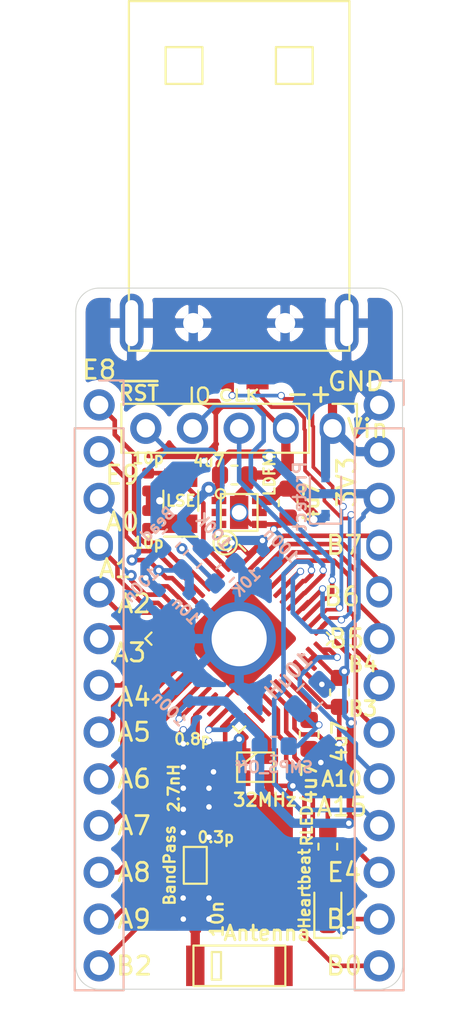
<source format=kicad_pcb>
(kicad_pcb (version 20171130) (host pcbnew 5.1.4-e60b266~84~ubuntu18.04.1)

  (general
    (thickness 1.6)
    (drawings 43)
    (tracks 526)
    (zones 0)
    (modules 32)
    (nets 49)
  )

  (page A4)
  (layers
    (0 F.Cu signal)
    (31 B.Cu signal)
    (32 B.Adhes user)
    (33 F.Adhes user)
    (34 B.Paste user)
    (35 F.Paste user)
    (36 B.SilkS user)
    (37 F.SilkS user)
    (38 B.Mask user)
    (39 F.Mask user)
    (40 Dwgs.User user)
    (41 Cmts.User user)
    (42 Eco1.User user)
    (43 Eco2.User user)
    (44 Edge.Cuts user)
    (45 Margin user)
    (46 B.CrtYd user)
    (47 F.CrtYd user)
    (48 B.Fab user)
    (49 F.Fab user)
  )

  (setup
    (last_trace_width 0.25)
    (user_trace_width 0.2)
    (user_trace_width 0.5)
    (trace_clearance 0.2)
    (zone_clearance 0.508)
    (zone_45_only no)
    (trace_min 0.2)
    (via_size 0.8)
    (via_drill 0.4)
    (via_min_size 0.4)
    (via_min_drill 0.3)
    (user_via 0.4 0.3)
    (user_via 0.6 0.3)
    (uvia_size 0.3)
    (uvia_drill 0.1)
    (uvias_allowed no)
    (uvia_min_size 0.2)
    (uvia_min_drill 0.1)
    (edge_width 0.05)
    (segment_width 0.2)
    (pcb_text_width 0.3)
    (pcb_text_size 1.5 1.5)
    (mod_edge_width 0.12)
    (mod_text_size 1 1)
    (mod_text_width 0.15)
    (pad_size 1.4 1.7)
    (pad_drill 1)
    (pad_to_mask_clearance 0.025)
    (solder_mask_min_width 0.15)
    (aux_axis_origin 0 0)
    (visible_elements FFFFFF7F)
    (pcbplotparams
      (layerselection 0x010fc_ffffffff)
      (usegerberextensions false)
      (usegerberattributes false)
      (usegerberadvancedattributes false)
      (creategerberjobfile false)
      (excludeedgelayer true)
      (linewidth 0.100000)
      (plotframeref false)
      (viasonmask false)
      (mode 1)
      (useauxorigin false)
      (hpglpennumber 1)
      (hpglpenspeed 20)
      (hpglpendiameter 15.000000)
      (psnegative false)
      (psa4output false)
      (plotreference true)
      (plotvalue true)
      (plotinvisibletext false)
      (padsonsilk false)
      (subtractmaskfromsilk false)
      (outputformat 1)
      (mirror false)
      (drillshape 1)
      (scaleselection 1)
      (outputdirectory ""))
  )

  (net 0 "")
  (net 1 "Net-(AE1-Pad1)")
  (net 2 RF1)
  (net 3 GND)
  (net 4 "Net-(C2-Pad2)")
  (net 5 "Net-(C3-Pad2)")
  (net 6 VDD)
  (net 7 "Net-(C7-Pad2)")
  (net 8 "Net-(C8-Pad1)")
  (net 9 "Net-(C9-Pad2)")
  (net 10 VAA)
  (net 11 "Net-(C12-Pad2)")
  (net 12 ~RST)
  (net 13 VPP)
  (net 14 SWCLK)
  (net 15 SWDIO)
  (net 16 USB_D-)
  (net 17 USB_D+)
  (net 18 B2)
  (net 19 A9)
  (net 20 A8)
  (net 21 A7)
  (net 22 A6)
  (net 23 A5)
  (net 24 A4)
  (net 25 A3)
  (net 26 A2)
  (net 27 A1)
  (net 28 A0)
  (net 29 E8)
  (net 30 E9)
  (net 31 B7)
  (net 32 B6)
  (net 33 B5)
  (net 34 B4)
  (net 35 B3)
  (net 36 A15)
  (net 37 A10)
  (net 38 E4)
  (net 39 B1)
  (net 40 B0)
  (net 41 "Net-(L3-Pad1)")
  (net 42 BOOT0)
  (net 43 "Net-(U1-Pad24)")
  (net 44 "Net-(U1-Pad26)")
  (net 45 "Net-(U1-Pad27)")
  (net 46 "Net-(U2-Pad2)")
  (net 47 "Net-(U1-Pad25)")
  (net 48 "Net-(D2-Pad2)")

  (net_class Default "This is the default net class."
    (clearance 0.2)
    (trace_width 0.25)
    (via_dia 0.8)
    (via_drill 0.4)
    (uvia_dia 0.3)
    (uvia_drill 0.1)
    (add_net A0)
    (add_net A1)
    (add_net A10)
    (add_net A15)
    (add_net A2)
    (add_net A3)
    (add_net A4)
    (add_net A5)
    (add_net A6)
    (add_net A7)
    (add_net A8)
    (add_net A9)
    (add_net B0)
    (add_net B1)
    (add_net B2)
    (add_net B3)
    (add_net B4)
    (add_net B5)
    (add_net B6)
    (add_net B7)
    (add_net BOOT0)
    (add_net E4)
    (add_net E8)
    (add_net E9)
    (add_net GND)
    (add_net "Net-(AE1-Pad1)")
    (add_net "Net-(C12-Pad2)")
    (add_net "Net-(C2-Pad2)")
    (add_net "Net-(C3-Pad2)")
    (add_net "Net-(C7-Pad2)")
    (add_net "Net-(C8-Pad1)")
    (add_net "Net-(C9-Pad2)")
    (add_net "Net-(D2-Pad2)")
    (add_net "Net-(L3-Pad1)")
    (add_net "Net-(U1-Pad24)")
    (add_net "Net-(U1-Pad25)")
    (add_net "Net-(U1-Pad26)")
    (add_net "Net-(U1-Pad27)")
    (add_net "Net-(U2-Pad2)")
    (add_net RF1)
    (add_net SWCLK)
    (add_net SWDIO)
    (add_net USB_D+)
    (add_net USB_D-)
    (add_net VAA)
    (add_net VDD)
    (add_net VPP)
    (add_net ~RST)
  )

  (module Connector_PinHeader_2.54mm:PinHeader_1x05_P2.54mm_Vertical (layer F.Cu) (tedit 5D8BB2E5) (tstamp 5D8BBCD9)
    (at 215.9 85.09 270)
    (descr "Through hole straight pin header, 1x05, 2.54mm pitch, single row")
    (tags "Through hole pin header THT 1x05 2.54mm single row")
    (path /5D9E6364)
    (fp_text reference J1 (at 0 -5.08) (layer F.Fab)
      (effects (font (size 1 1) (thickness 0.15)))
    )
    (fp_text value Prog (at 0 16.256) (layer F.Fab)
      (effects (font (size 1 1) (thickness 0.15)))
    )
    (fp_text user %R (at 0 5.08 180) (layer F.Fab)
      (effects (font (size 1 1) (thickness 0.15)))
    )
    (fp_line (start 1.8 -1.8) (end -1.8 -1.8) (layer F.CrtYd) (width 0.05))
    (fp_line (start 1.8 11.95) (end 1.8 -1.8) (layer F.CrtYd) (width 0.05))
    (fp_line (start -1.8 11.95) (end 1.8 11.95) (layer F.CrtYd) (width 0.05))
    (fp_line (start -1.8 -1.8) (end -1.8 11.95) (layer F.CrtYd) (width 0.05))
    (fp_line (start -1.33 -1.33) (end 0 -1.33) (layer F.SilkS) (width 0.12))
    (fp_line (start -1.33 0) (end -1.33 -1.33) (layer F.SilkS) (width 0.12))
    (fp_line (start -1.33 1.27) (end 1.33 1.27) (layer F.SilkS) (width 0.12))
    (fp_line (start 1.33 1.27) (end 1.33 11.49) (layer F.SilkS) (width 0.12))
    (fp_line (start -1.33 1.27) (end -1.33 11.49) (layer F.SilkS) (width 0.12))
    (fp_line (start -1.33 11.49) (end 1.33 11.49) (layer F.SilkS) (width 0.12))
    (fp_line (start -1.27 -0.635) (end -0.635 -1.27) (layer F.Fab) (width 0.1))
    (fp_line (start -1.27 11.43) (end -1.27 -0.635) (layer F.Fab) (width 0.1))
    (fp_line (start 1.27 11.43) (end -1.27 11.43) (layer F.Fab) (width 0.1))
    (fp_line (start 1.27 -1.27) (end 1.27 11.43) (layer F.Fab) (width 0.1))
    (fp_line (start -0.635 -1.27) (end 1.27 -1.27) (layer F.Fab) (width 0.1))
    (pad 5 thru_hole oval (at 0 10.16 270) (size 1.7 1.7) (drill 1) (layers *.Cu *.Mask)
      (net 12 ~RST))
    (pad 4 thru_hole oval (at 0 7.62 270) (size 1.7 1.7) (drill 1) (layers *.Cu *.Mask)
      (net 15 SWDIO))
    (pad 3 thru_hole oval (at 0 5.08 270) (size 1.7 1.7) (drill 1) (layers *.Cu *.Mask)
      (net 14 SWCLK))
    (pad 2 thru_hole oval (at 0 2.54 270) (size 1.7 1.4) (drill 1) (layers *.Cu *.Mask)
      (net 3 GND))
    (pad 1 thru_hole oval (at 0 0 270) (size 1.7 1.4) (drill 1) (layers *.Cu *.Mask)
      (net 13 VPP))
    (model ${KISYS3DMOD}/Connector_PinHeader_2.54mm.3dshapes/PinHeader_1x05_P2.54mm_Vertical.wrl
      (at (xyz 0 0 0))
      (scale (xyz 1 1 1))
      (rotate (xyz 0 0 0))
    )
  )

  (module Connector_PinHeader_2.54mm:PinHeader_1x13_P2.54mm_Vertical (layer B.Cu) (tedit 5D8BB7AD) (tstamp 5D8BBF0B)
    (at 218.44 83.82 180)
    (descr "Through hole straight pin header, 1x13, 2.54mm pitch, single row")
    (tags "Through hole pin header THT 1x13 2.54mm single row")
    (path /5DA39D01)
    (fp_text reference J4 (at -2.54 0) (layer B.Fab)
      (effects (font (size 1 1) (thickness 0.15)) (justify mirror))
    )
    (fp_text value GPIO2 (at 0 -32.81) (layer B.Fab)
      (effects (font (size 1 1) (thickness 0.15)) (justify mirror))
    )
    (fp_line (start -0.635 1.27) (end 1.27 1.27) (layer B.Fab) (width 0.1))
    (fp_line (start 1.27 1.27) (end 1.27 -31.75) (layer B.Fab) (width 0.1))
    (fp_line (start 1.27 -31.75) (end -1.27 -31.75) (layer B.Fab) (width 0.1))
    (fp_line (start -1.27 -31.75) (end -1.27 0.635) (layer B.Fab) (width 0.1))
    (fp_line (start -1.27 0.635) (end -0.635 1.27) (layer B.Fab) (width 0.1))
    (fp_line (start -1.33 -31.81) (end 1.33 -31.81) (layer B.SilkS) (width 0.12))
    (fp_line (start -1.33 -1.27) (end -1.33 -31.81) (layer B.SilkS) (width 0.12))
    (fp_line (start 1.33 -1.27) (end 1.33 -31.81) (layer B.SilkS) (width 0.12))
    (fp_line (start -1.33 -1.27) (end 1.33 -1.27) (layer B.SilkS) (width 0.12))
    (fp_line (start -1.33 0) (end -1.33 1.33) (layer B.SilkS) (width 0.12))
    (fp_line (start -1.33 1.33) (end 0 1.33) (layer B.SilkS) (width 0.12))
    (fp_line (start -1.8 1.8) (end -1.8 -32.25) (layer B.CrtYd) (width 0.05))
    (fp_line (start -1.8 -32.25) (end 1.8 -32.25) (layer B.CrtYd) (width 0.05))
    (fp_line (start 1.8 -32.25) (end 1.8 1.8) (layer B.CrtYd) (width 0.05))
    (fp_line (start 1.8 1.8) (end -1.8 1.8) (layer B.CrtYd) (width 0.05))
    (fp_text user %R (at 0 -15.24 270) (layer B.Fab)
      (effects (font (size 1 1) (thickness 0.15)) (justify mirror))
    )
    (pad 1 thru_hole circle (at 0 0 180) (size 1.7 1.7) (drill 1) (layers *.Cu *.Mask)
      (net 3 GND))
    (pad 2 thru_hole oval (at 0 -2.54 180) (size 1.7 1.7) (drill 1) (layers *.Cu *.Mask)
      (net 13 VPP))
    (pad 3 thru_hole oval (at 0 -5.08 180) (size 1.7 1.7) (drill 1) (layers *.Cu *.Mask)
      (net 6 VDD))
    (pad 4 thru_hole oval (at 0 -7.62 180) (size 1.4 1.7) (drill 1) (layers *.Cu *.Mask)
      (net 31 B7))
    (pad 5 thru_hole oval (at 0 -10.16 180) (size 1.4 1.7) (drill 1) (layers *.Cu *.Mask)
      (net 32 B6))
    (pad 6 thru_hole oval (at 0 -12.7 180) (size 1.7 1.7) (drill 1) (layers *.Cu *.Mask)
      (net 33 B5))
    (pad 7 thru_hole oval (at 0 -15.24 180) (size 1.7 1.7) (drill 1) (layers *.Cu *.Mask)
      (net 34 B4))
    (pad 8 thru_hole oval (at 0 -17.78 180) (size 1.7 1.7) (drill 1) (layers *.Cu *.Mask)
      (net 35 B3))
    (pad 9 thru_hole oval (at 0 -20.32 180) (size 1.7 1.7) (drill 1) (layers *.Cu *.Mask)
      (net 37 A10))
    (pad 10 thru_hole oval (at 0 -22.86 180) (size 1.7 1.7) (drill 1) (layers *.Cu *.Mask)
      (net 36 A15))
    (pad 11 thru_hole oval (at 0 -25.4 180) (size 1.7 1.7) (drill 1) (layers *.Cu *.Mask)
      (net 38 E4))
    (pad 12 thru_hole oval (at 0 -27.94 180) (size 1.7 1.7) (drill 1) (layers *.Cu *.Mask)
      (net 39 B1))
    (pad 13 thru_hole oval (at 0 -30.48 180) (size 1.7 1.7) (drill 1) (layers *.Cu *.Mask)
      (net 40 B0))
    (model ${KISYS3DMOD}/Connector_PinHeader_2.54mm.3dshapes/PinHeader_1x13_P2.54mm_Vertical.wrl
      (at (xyz 0 0 0))
      (scale (xyz 1 1 1))
      (rotate (xyz 0 0 0))
    )
  )

  (module Resistor_SMD:R_0603_1608Metric (layer B.Cu) (tedit 5B301BBD) (tstamp 5D8BC66A)
    (at 208.28 92.202 225)
    (descr "Resistor SMD 0603 (1608 Metric), square (rectangular) end terminal, IPC_7351 nominal, (Body size source: http://www.tortai-tech.com/upload/download/2011102023233369053.pdf), generated with kicad-footprint-generator")
    (tags resistor)
    (path /5DB9F298)
    (attr smd)
    (fp_text reference R2 (at 0 1.43 225) (layer B.Fab)
      (effects (font (size 1 1) (thickness 0.15)) (justify mirror))
    )
    (fp_text value 100K (at -1.885854 0.269408 315) (layer B.SilkS)
      (effects (font (size 0.6 0.6) (thickness 0.13)) (justify mirror))
    )
    (fp_text user %R (at 0 0 225) (layer B.Fab)
      (effects (font (size 0.4 0.4) (thickness 0.06)) (justify mirror))
    )
    (fp_line (start 1.48 -0.73) (end -1.48 -0.73) (layer B.CrtYd) (width 0.05))
    (fp_line (start 1.48 0.73) (end 1.48 -0.73) (layer B.CrtYd) (width 0.05))
    (fp_line (start -1.48 0.73) (end 1.48 0.73) (layer B.CrtYd) (width 0.05))
    (fp_line (start -1.48 -0.73) (end -1.48 0.73) (layer B.CrtYd) (width 0.05))
    (fp_line (start -0.162779 -0.51) (end 0.162779 -0.51) (layer B.SilkS) (width 0.12))
    (fp_line (start -0.162779 0.51) (end 0.162779 0.51) (layer B.SilkS) (width 0.12))
    (fp_line (start 0.8 -0.4) (end -0.8 -0.4) (layer B.Fab) (width 0.1))
    (fp_line (start 0.8 0.4) (end 0.8 -0.4) (layer B.Fab) (width 0.1))
    (fp_line (start -0.8 0.4) (end 0.8 0.4) (layer B.Fab) (width 0.1))
    (fp_line (start -0.8 -0.4) (end -0.8 0.4) (layer B.Fab) (width 0.1))
    (pad 2 smd roundrect (at 0.7875 0 225) (size 0.875 0.95) (layers B.Cu B.Paste B.Mask) (roundrect_rratio 0.25)
      (net 12 ~RST))
    (pad 1 smd roundrect (at -0.7875 0 225) (size 0.875 0.95) (layers B.Cu B.Paste B.Mask) (roundrect_rratio 0.25)
      (net 6 VDD))
    (model ${KISYS3DMOD}/Resistor_SMD.3dshapes/R_0603_1608Metric.wrl
      (at (xyz 0 0 0))
      (scale (xyz 1 1 1))
      (rotate (xyz 0 0 0))
    )
  )

  (module STM32WB55Cx_bb:NX2016_XTal (layer F.Cu) (tedit 5D8BA8A5) (tstamp 5D8B6454)
    (at 211.709 103.505)
    (path /5D8844E7)
    (fp_text reference Y2 (at 0 1.75) (layer F.Fab)
      (effects (font (size 1 1) (thickness 0.15)))
    )
    (fp_text value 32MHz (at 0.508 1.778) (layer F.SilkS)
      (effects (font (size 0.7 0.7) (thickness 0.14)))
    )
    (fp_line (start -1 -0.8) (end 1 -0.8) (layer F.SilkS) (width 0.12))
    (fp_line (start 1 -0.8) (end 1 0.8) (layer F.SilkS) (width 0.12))
    (fp_line (start 1 0.8) (end -1 0.8) (layer F.SilkS) (width 0.12))
    (fp_line (start -1 0.8) (end -1 -0.8) (layer F.SilkS) (width 0.12))
    (fp_line (start -1 0.1) (end 0.1 -0.8) (layer F.SilkS) (width 0.12))
    (pad 1 smd rect (at -0.75 0.6) (size 0.95 0.85) (layers F.Cu F.Paste F.Mask)
      (net 43 "Net-(U1-Pad24)"))
    (pad 2 smd rect (at 0.75 0.6) (size 0.95 0.85) (layers F.Cu F.Paste F.Mask)
      (net 3 GND))
    (pad 3 smd rect (at 0.75 -0.6) (size 0.95 0.85) (layers F.Cu F.Paste F.Mask)
      (net 47 "Net-(U1-Pad25)"))
    (pad 2 smd rect (at -0.75 -0.6) (size 0.95 0.85) (layers F.Cu F.Paste F.Mask)
      (net 3 GND))
  )

  (module STM32WB55Cx_bb:LFB21x_SG_Bandpass (layer F.Cu) (tedit 5D8BA872) (tstamp 5D8B9EBE)
    (at 208.4324 108.839 270)
    (path /5D7BC018)
    (fp_text reference FL1 (at 0 1.25 90) (layer F.Fab)
      (effects (font (size 0.6 0.6) (thickness 0.15)))
    )
    (fp_text value BandPass (at 0 1.397 90) (layer F.SilkS)
      (effects (font (size 0.6 0.6) (thickness 0.13)))
    )
    (fp_line (start 1 0.625) (end 1 -0.625) (layer F.SilkS) (width 0.12))
    (fp_line (start -1 0.625) (end 1 0.625) (layer F.SilkS) (width 0.12))
    (fp_line (start -1 -0.625) (end -1 0.625) (layer F.SilkS) (width 0.12))
    (fp_line (start 1 -0.625) (end -1 -0.625) (layer F.SilkS) (width 0.12))
    (pad 4 smd rect (at 0 0.725 270) (size 1.6 0.5) (layers F.Cu F.Paste F.Mask)
      (net 3 GND))
    (pad 2 smd rect (at 0 -0.725 270) (size 1.6 0.5) (layers F.Cu F.Paste F.Mask)
      (net 3 GND))
    (pad 3 smd rect (at 1.15 0 270) (size 0.8 0.4) (layers F.Cu F.Paste F.Mask)
      (net 11 "Net-(C12-Pad2)"))
    (pad 1 smd rect (at -1.15 0 270) (size 0.8 0.4) (layers F.Cu F.Paste F.Mask)
      (net 4 "Net-(C2-Pad2)"))
  )

  (module STM32WB55Cx_bb:USBA_Plug_Molex_480372200 (layer F.Cu) (tedit 5D8AF52F) (tstamp 5D8BC002)
    (at 210.82 79.375 180)
    (path /5DA0E053)
    (fp_text reference J2 (at 0 3.175) (layer F.Fab)
      (effects (font (size 1 1) (thickness 0.15)))
    )
    (fp_text value USB (at 0 -0.5) (layer F.Fab)
      (effects (font (size 1 1) (thickness 0.15)))
    )
    (fp_line (start -6 -1.5) (end -6 17.5) (layer F.SilkS) (width 0.12))
    (fp_line (start -6 17.5) (end 6 17.5) (layer F.SilkS) (width 0.12))
    (fp_line (start 6 17.5) (end 6 -1.5) (layer F.SilkS) (width 0.12))
    (fp_line (start 6 -1.5) (end -6 -1.5) (layer F.SilkS) (width 0.12))
    (fp_line (start -4 15) (end -4 13) (layer F.SilkS) (width 0.12))
    (fp_line (start -4 13) (end -2 13) (layer F.SilkS) (width 0.12))
    (fp_line (start -2 13) (end -2 15) (layer F.SilkS) (width 0.12))
    (fp_line (start -2 15) (end -4 15) (layer F.SilkS) (width 0.12))
    (fp_line (start 4 15) (end 2 15) (layer F.SilkS) (width 0.12))
    (fp_line (start 2 15) (end 2 13) (layer F.SilkS) (width 0.12))
    (fp_line (start 2 13) (end 4 13) (layer F.SilkS) (width 0.12))
    (fp_line (start 4 13) (end 4 15) (layer F.SilkS) (width 0.12))
    (pad 5 thru_hole oval (at -5.85 0 180) (size 1.3 3.2) (drill oval 0.7 2.5) (layers *.Cu *.Mask)
      (net 3 GND))
    (pad 5 thru_hole oval (at 5.85 0 180) (size 1.3 3.2) (drill oval 0.7 2.5) (layers *.Cu *.Mask)
      (net 3 GND))
    (pad 5 thru_hole oval (at -2.5 0 180) (size 1.1 1.1) (drill 1.1) (layers *.Cu *.Mask)
      (net 3 GND))
    (pad 5 thru_hole oval (at 2.5 0 180) (size 1.1 1.1) (drill 1.1) (layers *.Cu *.Mask)
      (net 3 GND))
    (pad 2 smd rect (at -1 -2.6 180) (size 1.2 2) (layers F.Cu F.Paste F.Mask)
      (net 16 USB_D-))
    (pad 3 smd rect (at 1 -2.6 180) (size 1.2 2) (layers F.Cu F.Paste F.Mask)
      (net 17 USB_D+))
    (pad 4 smd rect (at 3.5 -2.6 180) (size 1.2 2) (layers F.Cu F.Paste F.Mask)
      (net 3 GND))
    (pad 1 smd rect (at -3.5 -2.5 180) (size 1.2 2) (layers F.Cu F.Paste F.Mask)
      (net 13 VPP))
  )

  (module STM32WB55Cx_bb:QFN-48-1EP_7x7mm_P0.5mm_EP5.3x5.3mm (layer F.Cu) (tedit 5D8BA2F3) (tstamp 5D8B53C1)
    (at 210.82 96.52 315)
    (descr "QFN, 48 Pin (https://www.trinamic.com/fileadmin/assets/Products/ICs_Documents/TMC2041_datasheet.pdf#page=62), generated with kicad-footprint-generator ipc_dfn_qfn_generator.py")
    (tags "QFN DFN_QFN")
    (path /5D7AE972)
    (attr smd)
    (fp_text reference U1 (at 0 -4.800001 135) (layer F.Fab)
      (effects (font (size 1 1) (thickness 0.15)))
    )
    (fp_text value STM32WB55Cx (at 0 4.800001 135) (layer F.Fab)
      (effects (font (size 1 1) (thickness 0.15)))
    )
    (fp_text user %R (at 0 0 135) (layer F.Fab)
      (effects (font (size 1 1) (thickness 0.15)))
    )
    (fp_line (start 4.1 -4.1) (end -4.1 -4.1) (layer F.CrtYd) (width 0.05))
    (fp_line (start 4.1 4.1) (end 4.1 -4.1) (layer F.CrtYd) (width 0.05))
    (fp_line (start -4.1 4.1) (end 4.1 4.1) (layer F.CrtYd) (width 0.05))
    (fp_line (start -4.1 -4.1) (end -4.1 4.1) (layer F.CrtYd) (width 0.05))
    (fp_line (start -3.5 -2.5) (end -2.5 -3.5) (layer F.Fab) (width 0.1))
    (fp_line (start -3.5 3.5) (end -3.5 -2.5) (layer F.Fab) (width 0.1))
    (fp_line (start 3.5 3.5) (end -3.5 3.5) (layer F.Fab) (width 0.1))
    (fp_line (start 3.5 -3.5) (end 3.5 3.5) (layer F.Fab) (width 0.1))
    (fp_line (start -2.5 -3.5) (end 3.5 -3.5) (layer F.Fab) (width 0.1))
    (fp_line (start -3.135 -3.61) (end -3.61 -3.61) (layer F.SilkS) (width 0.12))
    (fp_line (start 3.61 3.61) (end 3.61 3.135) (layer F.SilkS) (width 0.12))
    (fp_line (start 3.135 3.61) (end 3.61 3.61) (layer F.SilkS) (width 0.12))
    (fp_line (start -3.61 3.61) (end -3.61 3.135) (layer F.SilkS) (width 0.12))
    (fp_line (start -3.135 3.61) (end -3.61 3.61) (layer F.SilkS) (width 0.12))
    (fp_line (start 3.61 -3.61) (end 3.61 -3.135) (layer F.SilkS) (width 0.12))
    (fp_line (start 3.135 -3.61) (end 3.61 -3.61) (layer F.SilkS) (width 0.12))
    (pad 49 thru_hole circle (at 0 0 315) (size 4 4) (drill 3) (layers *.Cu *.Mask)
      (net 3 GND))
    (pad 48 smd roundrect (at -2.75 -3.6 315) (size 0.25 1.1) (layers F.Cu F.Paste F.Mask) (roundrect_rratio 0.25)
      (net 6 VDD))
    (pad 47 smd roundrect (at -2.25 -3.55 315) (size 0.25 1.2) (layers F.Cu F.Paste F.Mask) (roundrect_rratio 0.25)
      (net 31 B7))
    (pad 46 smd roundrect (at -1.75 -3.55 315) (size 0.25 1.2) (layers F.Cu F.Paste F.Mask) (roundrect_rratio 0.25)
      (net 32 B6))
    (pad 45 smd roundrect (at -1.25 -3.55 315) (size 0.25 1.2) (layers F.Cu F.Paste F.Mask) (roundrect_rratio 0.25)
      (net 33 B5))
    (pad 44 smd roundrect (at -0.75 -3.55 315) (size 0.25 1.2) (layers F.Cu F.Paste F.Mask) (roundrect_rratio 0.25)
      (net 34 B4))
    (pad 43 smd roundrect (at -0.25 -3.55 315) (size 0.25 1.2) (layers F.Cu F.Paste F.Mask) (roundrect_rratio 0.25)
      (net 35 B3))
    (pad 42 smd roundrect (at 0.25 -3.55 315) (size 0.25 1.2) (layers F.Cu F.Paste F.Mask) (roundrect_rratio 0.25)
      (net 36 A15))
    (pad 41 smd roundrect (at 0.75 -3.55 315) (size 0.25 1.2) (layers F.Cu F.Paste F.Mask) (roundrect_rratio 0.25)
      (net 14 SWCLK))
    (pad 40 smd roundrect (at 1.25 -3.55 315) (size 0.25 1.2) (layers F.Cu F.Paste F.Mask) (roundrect_rratio 0.25)
      (net 6 VDD))
    (pad 39 smd roundrect (at 1.75 -3.55 315) (size 0.25 1.2) (layers F.Cu F.Paste F.Mask) (roundrect_rratio 0.25)
      (net 15 SWDIO))
    (pad 38 smd roundrect (at 2.25 -3.55 315) (size 0.25 1.2) (layers F.Cu F.Paste F.Mask) (roundrect_rratio 0.25)
      (net 17 USB_D+))
    (pad 37 smd roundrect (at 2.75 -3.6 315) (size 0.25 1.1) (layers F.Cu F.Paste F.Mask) (roundrect_rratio 0.25)
      (net 16 USB_D-))
    (pad 36 smd roundrect (at 3.6 -2.75 315) (size 1.1 0.25) (layers F.Cu F.Paste F.Mask) (roundrect_rratio 0.25)
      (net 37 A10))
    (pad 35 smd roundrect (at 3.55 -2.25 315) (size 1.2 0.25) (layers F.Cu F.Paste F.Mask) (roundrect_rratio 0.25)
      (net 6 VDD))
    (pad 34 smd roundrect (at 3.55 -1.75 315) (size 1.2 0.25) (layers F.Cu F.Paste F.Mask) (roundrect_rratio 0.25)
      (net 6 VDD))
    (pad 33 smd roundrect (at 3.55 -1.25 315) (size 1.2 0.25) (layers F.Cu F.Paste F.Mask) (roundrect_rratio 0.25)
      (net 41 "Net-(L3-Pad1)"))
    (pad 32 smd roundrect (at 3.55 -0.75 315) (size 1.2 0.25) (layers F.Cu F.Paste F.Mask) (roundrect_rratio 0.25)
      (net 3 GND))
    (pad 31 smd roundrect (at 3.55 -0.25 315) (size 1.2 0.25) (layers F.Cu F.Paste F.Mask) (roundrect_rratio 0.25)
      (net 7 "Net-(C7-Pad2)"))
    (pad 30 smd roundrect (at 3.55 0.25 315) (size 1.2 0.25) (layers F.Cu F.Paste F.Mask) (roundrect_rratio 0.25)
      (net 38 E4))
    (pad 29 smd roundrect (at 3.55 0.75 315) (size 1.2 0.25) (layers F.Cu F.Paste F.Mask) (roundrect_rratio 0.25)
      (net 39 B1))
    (pad 28 smd roundrect (at 3.55 1.25 315) (size 1.2 0.25) (layers F.Cu F.Paste F.Mask) (roundrect_rratio 0.25)
      (net 40 B0))
    (pad 27 smd roundrect (at 3.55 1.75 315) (size 1.2 0.25) (layers F.Cu F.Paste F.Mask) (roundrect_rratio 0.25)
      (net 45 "Net-(U1-Pad27)"))
    (pad 26 smd roundrect (at 3.55 2.25 315) (size 1.2 0.25) (layers F.Cu F.Paste F.Mask) (roundrect_rratio 0.25)
      (net 44 "Net-(U1-Pad26)"))
    (pad 25 smd roundrect (at 3.6 2.75 315) (size 1.1 0.25) (layers F.Cu F.Paste F.Mask) (roundrect_rratio 0.25)
      (net 47 "Net-(U1-Pad25)"))
    (pad 24 smd roundrect (at 2.75 3.6 315) (size 0.25 1.1) (layers F.Cu F.Paste F.Mask) (roundrect_rratio 0.25)
      (net 43 "Net-(U1-Pad24)"))
    (pad 23 smd roundrect (at 2.25 3.55 315) (size 0.25 1.2) (layers F.Cu F.Paste F.Mask) (roundrect_rratio 0.25)
      (net 6 VDD))
    (pad 22 smd roundrect (at 1.75 3.55 315) (size 0.25 1.2) (layers F.Cu F.Paste F.Mask) (roundrect_rratio 0.25)
      (net 3 GND))
    (pad 21 smd roundrect (at 1.25 3.55 315) (size 0.25 1.2) (layers F.Cu F.Paste F.Mask) (roundrect_rratio 0.25)
      (net 2 RF1))
    (pad 20 smd roundrect (at 0.75 3.55 315) (size 0.25 1.2) (layers F.Cu F.Paste F.Mask) (roundrect_rratio 0.25)
      (net 6 VDD))
    (pad 19 smd roundrect (at 0.25 3.55 315) (size 0.25 1.2) (layers F.Cu F.Paste F.Mask) (roundrect_rratio 0.25)
      (net 18 B2))
    (pad 18 smd roundrect (at -0.25 3.55 315) (size 0.25 1.2) (layers F.Cu F.Paste F.Mask) (roundrect_rratio 0.25)
      (net 19 A9))
    (pad 17 smd roundrect (at -0.75 3.55 315) (size 0.25 1.2) (layers F.Cu F.Paste F.Mask) (roundrect_rratio 0.25)
      (net 20 A8))
    (pad 16 smd roundrect (at -1.25 3.55 315) (size 0.25 1.2) (layers F.Cu F.Paste F.Mask) (roundrect_rratio 0.25)
      (net 21 A7))
    (pad 15 smd roundrect (at -1.75 3.55 315) (size 0.25 1.2) (layers F.Cu F.Paste F.Mask) (roundrect_rratio 0.25)
      (net 22 A6))
    (pad 14 smd roundrect (at -2.25 3.55 315) (size 0.25 1.2) (layers F.Cu F.Paste F.Mask) (roundrect_rratio 0.25)
      (net 23 A5))
    (pad 13 smd roundrect (at -2.75 3.6 315) (size 0.25 1.1) (layers F.Cu F.Paste F.Mask) (roundrect_rratio 0.25)
      (net 24 A4))
    (pad 12 smd roundrect (at -3.6 2.75 315) (size 1.1 0.25) (layers F.Cu F.Paste F.Mask) (roundrect_rratio 0.25)
      (net 25 A3))
    (pad 11 smd roundrect (at -3.55 2.25 315) (size 1.2 0.25) (layers F.Cu F.Paste F.Mask) (roundrect_rratio 0.25)
      (net 26 A2))
    (pad 10 smd roundrect (at -3.55 1.75 315) (size 1.2 0.25) (layers F.Cu F.Paste F.Mask) (roundrect_rratio 0.25)
      (net 27 A1))
    (pad 9 smd roundrect (at -3.55 1.25 315) (size 1.2 0.25) (layers F.Cu F.Paste F.Mask) (roundrect_rratio 0.25)
      (net 28 A0))
    (pad 8 smd roundrect (at -3.55 0.75 315) (size 1.2 0.25) (layers F.Cu F.Paste F.Mask) (roundrect_rratio 0.25)
      (net 5 "Net-(C3-Pad2)"))
    (pad 7 smd roundrect (at -3.55 0.25 315) (size 1.2 0.25) (layers F.Cu F.Paste F.Mask) (roundrect_rratio 0.25)
      (net 12 ~RST))
    (pad 6 smd roundrect (at -3.55 -0.25 315) (size 1.2 0.25) (layers F.Cu F.Paste F.Mask) (roundrect_rratio 0.25)
      (net 30 E9))
    (pad 5 smd roundrect (at -3.55 -0.75 315) (size 1.2 0.25) (layers F.Cu F.Paste F.Mask) (roundrect_rratio 0.25)
      (net 29 E8))
    (pad 4 smd roundrect (at -3.55 -1.25 315) (size 1.2 0.25) (layers F.Cu F.Paste F.Mask) (roundrect_rratio 0.25)
      (net 42 BOOT0))
    (pad 3 smd roundrect (at -3.55 -1.75 315) (size 1.2 0.25) (layers F.Cu F.Paste F.Mask) (roundrect_rratio 0.25)
      (net 9 "Net-(C9-Pad2)"))
    (pad 2 smd roundrect (at -3.55 -2.25 315) (size 1.2 0.25) (layers F.Cu F.Paste F.Mask) (roundrect_rratio 0.25)
      (net 8 "Net-(C8-Pad1)"))
    (pad 1 smd roundrect (at -3.6 -2.75 315) (size 1.1 0.25) (layers F.Cu F.Paste F.Mask) (roundrect_rratio 0.25)
      (net 6 VDD))
    (pad "" smd roundrect (at 1.98 1.98 315) (size 1.07 1.07) (layers F.Paste) (roundrect_rratio 0.233645))
    (pad "" smd roundrect (at 1.98 0.66 315) (size 1.07 1.07) (layers F.Paste) (roundrect_rratio 0.233645))
    (pad "" smd roundrect (at 1.98 -0.66 315) (size 1.07 1.07) (layers F.Paste) (roundrect_rratio 0.233645))
    (pad "" smd roundrect (at 1.98 -1.98 315) (size 1.07 1.07) (layers F.Paste) (roundrect_rratio 0.233645))
    (pad "" smd roundrect (at 0.66 1.98 315) (size 1.07 1.07) (layers F.Paste) (roundrect_rratio 0.233645))
    (pad "" smd roundrect (at 0.66 0.66 315) (size 1.07 1.07) (layers F.Paste) (roundrect_rratio 0.233645))
    (pad "" smd roundrect (at 0.66 -0.66 315) (size 1.07 1.07) (layers F.Paste) (roundrect_rratio 0.233645))
    (pad "" smd roundrect (at 0.66 -1.98 315) (size 1.07 1.07) (layers F.Paste) (roundrect_rratio 0.233645))
    (pad "" smd roundrect (at -0.66 1.98 315) (size 1.07 1.07) (layers F.Paste) (roundrect_rratio 0.233645))
    (pad "" smd roundrect (at -0.66 0.66 315) (size 1.07 1.07) (layers F.Paste) (roundrect_rratio 0.233645))
    (pad "" smd roundrect (at -0.66 -0.66 315) (size 1.07 1.07) (layers F.Paste) (roundrect_rratio 0.233645))
    (pad "" smd roundrect (at -0.66 -1.98 315) (size 1.07 1.07) (layers F.Paste) (roundrect_rratio 0.233645))
    (pad "" smd roundrect (at -1.98 1.98 315) (size 1.07 1.07) (layers F.Paste) (roundrect_rratio 0.233645))
    (pad "" smd roundrect (at -1.98 0.66 315) (size 1.07 1.07) (layers F.Paste) (roundrect_rratio 0.233645))
    (pad "" smd roundrect (at -1.98 -0.66 315) (size 1.07 1.07) (layers F.Paste) (roundrect_rratio 0.233645))
    (pad "" smd roundrect (at -1.98 -1.98 315) (size 1.07 1.07) (layers F.Paste) (roundrect_rratio 0.233645))
    (pad 49 smd roundrect (at 0 0 315) (size 4.5 4.5) (layers F.Cu F.Mask) (roundrect_rratio 0.047)
      (net 3 GND))
    (model ${KISYS3DMOD}/Package_DFN_QFN.3dshapes/QFN-48-1EP_7x7mm_P0.5mm_EP5.3x5.3mm.wrl
      (at (xyz 0 0 0))
      (scale (xyz 1 1 1))
      (rotate (xyz 0 0 0))
    )
  )

  (module STM32WB55Cx_bb:AA029_BLE-WiFi_Antenna (layer F.Cu) (tedit 5D8ABA9A) (tstamp 5D8B513E)
    (at 210.8327 114.3 270)
    (path /5D8B581F)
    (fp_text reference AE1 (at 2 0) (layer F.Fab)
      (effects (font (size 1 1) (thickness 0.15)))
    )
    (fp_text value Antenna (at -1.778 -1.5113) (layer F.SilkS)
      (effects (font (size 0.8 0.8) (thickness 0.15)))
    )
    (fp_line (start -1.1 -2.5) (end -1.1 2.5) (layer F.SilkS) (width 0.12))
    (fp_line (start -1.1 2.5) (end 1.1 2.5) (layer F.SilkS) (width 0.12))
    (fp_line (start 1.1 2.5) (end 1.1 -2.5) (layer F.SilkS) (width 0.12))
    (fp_line (start 1.1 -2.5) (end -1.1 -2.5) (layer F.SilkS) (width 0.12))
    (fp_line (start -0.75 1.5) (end 0.75 1.5) (layer F.SilkS) (width 0.12))
    (fp_line (start 0.75 1.5) (end 0.75 1) (layer F.SilkS) (width 0.12))
    (fp_line (start 0.75 1) (end -0.75 1) (layer F.SilkS) (width 0.12))
    (fp_line (start -0.75 1) (end -0.75 1.5) (layer F.SilkS) (width 0.12))
    (pad 1 smd rect (at 0 2.4 270) (size 2.2 1) (layers F.Cu F.Paste F.Mask)
      (net 1 "Net-(AE1-Pad1)"))
    (pad 2 smd rect (at 0 -2.4 270) (size 2.2 1) (layers F.Cu F.Paste F.Mask))
  )

  (module Capacitor_SMD:C_0402_1005Metric (layer F.Cu) (tedit 5B301BBE) (tstamp 5D8C35F6)
    (at 208.915 102.87 180)
    (descr "Capacitor SMD 0402 (1005 Metric), square (rectangular) end terminal, IPC_7351 nominal, (Body size source: http://www.tortai-tech.com/upload/download/2011102023233369053.pdf), generated with kicad-footprint-generator")
    (tags capacitor)
    (path /5D7B775E)
    (attr smd)
    (fp_text reference C1 (at 0 -1.17) (layer F.Fab)
      (effects (font (size 1 1) (thickness 0.15)))
    )
    (fp_text value 0.8p (at 0.635 0.889) (layer F.SilkS)
      (effects (font (size 0.6 0.6) (thickness 0.13)))
    )
    (fp_text user %R (at 0 0) (layer F.Fab)
      (effects (font (size 0.25 0.25) (thickness 0.04)))
    )
    (fp_line (start 0.93 0.47) (end -0.93 0.47) (layer F.CrtYd) (width 0.05))
    (fp_line (start 0.93 -0.47) (end 0.93 0.47) (layer F.CrtYd) (width 0.05))
    (fp_line (start -0.93 -0.47) (end 0.93 -0.47) (layer F.CrtYd) (width 0.05))
    (fp_line (start -0.93 0.47) (end -0.93 -0.47) (layer F.CrtYd) (width 0.05))
    (fp_line (start 0.5 0.25) (end -0.5 0.25) (layer F.Fab) (width 0.1))
    (fp_line (start 0.5 -0.25) (end 0.5 0.25) (layer F.Fab) (width 0.1))
    (fp_line (start -0.5 -0.25) (end 0.5 -0.25) (layer F.Fab) (width 0.1))
    (fp_line (start -0.5 0.25) (end -0.5 -0.25) (layer F.Fab) (width 0.1))
    (pad 2 smd roundrect (at 0.485 0 180) (size 0.59 0.64) (layers F.Cu F.Paste F.Mask) (roundrect_rratio 0.25)
      (net 2 RF1))
    (pad 1 smd roundrect (at -0.485 0 180) (size 0.59 0.64) (layers F.Cu F.Paste F.Mask) (roundrect_rratio 0.25)
      (net 3 GND))
    (model ${KISYS3DMOD}/Capacitor_SMD.3dshapes/C_0402_1005Metric.wrl
      (at (xyz 0 0 0))
      (scale (xyz 1 1 1))
      (rotate (xyz 0 0 0))
    )
  )

  (module Capacitor_SMD:C_0402_1005Metric (layer F.Cu) (tedit 5B301BBE) (tstamp 5D8C3D55)
    (at 208.915 106.426 180)
    (descr "Capacitor SMD 0402 (1005 Metric), square (rectangular) end terminal, IPC_7351 nominal, (Body size source: http://www.tortai-tech.com/upload/download/2011102023233369053.pdf), generated with kicad-footprint-generator")
    (tags capacitor)
    (path /5D7B7D39)
    (attr smd)
    (fp_text reference C2 (at 0 -1.17) (layer F.Fab)
      (effects (font (size 1 1) (thickness 0.15)))
    )
    (fp_text value 0.3p (at -0.635 -0.889) (layer F.SilkS)
      (effects (font (size 0.6 0.6) (thickness 0.13)))
    )
    (fp_line (start -0.5 0.25) (end -0.5 -0.25) (layer F.Fab) (width 0.1))
    (fp_line (start -0.5 -0.25) (end 0.5 -0.25) (layer F.Fab) (width 0.1))
    (fp_line (start 0.5 -0.25) (end 0.5 0.25) (layer F.Fab) (width 0.1))
    (fp_line (start 0.5 0.25) (end -0.5 0.25) (layer F.Fab) (width 0.1))
    (fp_line (start -0.93 0.47) (end -0.93 -0.47) (layer F.CrtYd) (width 0.05))
    (fp_line (start -0.93 -0.47) (end 0.93 -0.47) (layer F.CrtYd) (width 0.05))
    (fp_line (start 0.93 -0.47) (end 0.93 0.47) (layer F.CrtYd) (width 0.05))
    (fp_line (start 0.93 0.47) (end -0.93 0.47) (layer F.CrtYd) (width 0.05))
    (fp_text user %R (at 0 0) (layer F.Fab)
      (effects (font (size 0.25 0.25) (thickness 0.04)))
    )
    (pad 1 smd roundrect (at -0.485 0 180) (size 0.59 0.64) (layers F.Cu F.Paste F.Mask) (roundrect_rratio 0.25)
      (net 3 GND))
    (pad 2 smd roundrect (at 0.485 0 180) (size 0.59 0.64) (layers F.Cu F.Paste F.Mask) (roundrect_rratio 0.25)
      (net 4 "Net-(C2-Pad2)"))
    (model ${KISYS3DMOD}/Capacitor_SMD.3dshapes/C_0402_1005Metric.wrl
      (at (xyz 0 0 0))
      (scale (xyz 1 1 1))
      (rotate (xyz 0 0 0))
    )
  )

  (module Capacitor_SMD:C_0402_1005Metric (layer B.Cu) (tedit 5B301BBE) (tstamp 5D8BAC71)
    (at 206.121 94.234 45)
    (descr "Capacitor SMD 0402 (1005 Metric), square (rectangular) end terminal, IPC_7351 nominal, (Body size source: http://www.tortai-tech.com/upload/download/2011102023233369053.pdf), generated with kicad-footprint-generator")
    (tags capacitor)
    (path /5D86E0E6)
    (attr smd)
    (fp_text reference C3 (at 0 1.17 225) (layer B.Fab)
      (effects (font (size 1 1) (thickness 0.15)) (justify mirror))
    )
    (fp_text value 100n (at 0 -0.898026 225) (layer B.SilkS)
      (effects (font (size 0.6 0.6) (thickness 0.13)) (justify mirror))
    )
    (fp_text user %R (at 0 0 225) (layer B.Fab)
      (effects (font (size 0.25 0.25) (thickness 0.04)) (justify mirror))
    )
    (fp_line (start 0.93 -0.47) (end -0.93 -0.47) (layer B.CrtYd) (width 0.05))
    (fp_line (start 0.93 0.47) (end 0.93 -0.47) (layer B.CrtYd) (width 0.05))
    (fp_line (start -0.93 0.47) (end 0.93 0.47) (layer B.CrtYd) (width 0.05))
    (fp_line (start -0.93 -0.47) (end -0.93 0.47) (layer B.CrtYd) (width 0.05))
    (fp_line (start 0.5 -0.25) (end -0.5 -0.25) (layer B.Fab) (width 0.1))
    (fp_line (start 0.5 0.25) (end 0.5 -0.25) (layer B.Fab) (width 0.1))
    (fp_line (start -0.5 0.25) (end 0.5 0.25) (layer B.Fab) (width 0.1))
    (fp_line (start -0.5 -0.25) (end -0.5 0.25) (layer B.Fab) (width 0.1))
    (pad 2 smd roundrect (at 0.485 0 45) (size 0.59 0.64) (layers B.Cu B.Paste B.Mask) (roundrect_rratio 0.25)
      (net 5 "Net-(C3-Pad2)"))
    (pad 1 smd roundrect (at -0.485 0 45) (size 0.59 0.64) (layers B.Cu B.Paste B.Mask) (roundrect_rratio 0.25)
      (net 3 GND))
    (model ${KISYS3DMOD}/Capacitor_SMD.3dshapes/C_0402_1005Metric.wrl
      (at (xyz 0 0 0))
      (scale (xyz 1 1 1))
      (rotate (xyz 0 0 0))
    )
  )

  (module Capacitor_SMD:C_0402_1005Metric (layer B.Cu) (tedit 5B301BBE) (tstamp 5D8B6B06)
    (at 207.772 99.568 315)
    (descr "Capacitor SMD 0402 (1005 Metric), square (rectangular) end terminal, IPC_7351 nominal, (Body size source: http://www.tortai-tech.com/upload/download/2011102023233369053.pdf), generated with kicad-footprint-generator")
    (tags capacitor)
    (path /5D872669)
    (attr smd)
    (fp_text reference C4 (at 0 1.17 135) (layer B.Fab)
      (effects (font (size 1 1) (thickness 0.15)) (justify mirror))
    )
    (fp_text value 100n (at 0 1.077631 135) (layer B.SilkS)
      (effects (font (size 0.6 0.6) (thickness 0.13)) (justify mirror))
    )
    (fp_text user %R (at 0 0 135) (layer B.Fab)
      (effects (font (size 0.25 0.25) (thickness 0.04)) (justify mirror))
    )
    (fp_line (start 0.93 -0.47) (end -0.93 -0.47) (layer B.CrtYd) (width 0.05))
    (fp_line (start 0.93 0.47) (end 0.93 -0.47) (layer B.CrtYd) (width 0.05))
    (fp_line (start -0.93 0.47) (end 0.93 0.47) (layer B.CrtYd) (width 0.05))
    (fp_line (start -0.93 -0.47) (end -0.93 0.47) (layer B.CrtYd) (width 0.05))
    (fp_line (start 0.5 -0.25) (end -0.5 -0.25) (layer B.Fab) (width 0.1))
    (fp_line (start 0.5 0.25) (end 0.5 -0.25) (layer B.Fab) (width 0.1))
    (fp_line (start -0.5 0.25) (end 0.5 0.25) (layer B.Fab) (width 0.1))
    (fp_line (start -0.5 -0.25) (end -0.5 0.25) (layer B.Fab) (width 0.1))
    (pad 2 smd roundrect (at 0.485 0 315) (size 0.59 0.64) (layers B.Cu B.Paste B.Mask) (roundrect_rratio 0.25)
      (net 6 VDD))
    (pad 1 smd roundrect (at -0.485 0 315) (size 0.59 0.64) (layers B.Cu B.Paste B.Mask) (roundrect_rratio 0.25)
      (net 3 GND))
    (model ${KISYS3DMOD}/Capacitor_SMD.3dshapes/C_0402_1005Metric.wrl
      (at (xyz 0 0 0))
      (scale (xyz 1 1 1))
      (rotate (xyz 0 0 0))
    )
  )

  (module Capacitor_SMD:C_0402_1005Metric (layer B.Cu) (tedit 5B301BBE) (tstamp 5D8B5189)
    (at 212.471 92.075 315)
    (descr "Capacitor SMD 0402 (1005 Metric), square (rectangular) end terminal, IPC_7351 nominal, (Body size source: http://www.tortai-tech.com/upload/download/2011102023233369053.pdf), generated with kicad-footprint-generator")
    (tags capacitor)
    (path /5D878FDD)
    (attr smd)
    (fp_text reference C5 (at 0 1.17 135) (layer B.Fab)
      (effects (font (size 1 1) (thickness 0.15)) (justify mirror))
    )
    (fp_text value 100n (at 0 -0.898026 135) (layer B.SilkS)
      (effects (font (size 0.6 0.6) (thickness 0.13)) (justify mirror))
    )
    (fp_line (start -0.5 -0.25) (end -0.5 0.25) (layer B.Fab) (width 0.1))
    (fp_line (start -0.5 0.25) (end 0.5 0.25) (layer B.Fab) (width 0.1))
    (fp_line (start 0.5 0.25) (end 0.5 -0.25) (layer B.Fab) (width 0.1))
    (fp_line (start 0.5 -0.25) (end -0.5 -0.25) (layer B.Fab) (width 0.1))
    (fp_line (start -0.93 -0.47) (end -0.93 0.47) (layer B.CrtYd) (width 0.05))
    (fp_line (start -0.93 0.47) (end 0.93 0.47) (layer B.CrtYd) (width 0.05))
    (fp_line (start 0.93 0.47) (end 0.93 -0.47) (layer B.CrtYd) (width 0.05))
    (fp_line (start 0.93 -0.47) (end -0.93 -0.47) (layer B.CrtYd) (width 0.05))
    (fp_text user %R (at 0 0 135) (layer B.Fab)
      (effects (font (size 0.25 0.25) (thickness 0.04)) (justify mirror))
    )
    (pad 1 smd roundrect (at -0.485 0 315) (size 0.59 0.64) (layers B.Cu B.Paste B.Mask) (roundrect_rratio 0.25)
      (net 6 VDD))
    (pad 2 smd roundrect (at 0.485 0 315) (size 0.59 0.64) (layers B.Cu B.Paste B.Mask) (roundrect_rratio 0.25)
      (net 3 GND))
    (model ${KISYS3DMOD}/Capacitor_SMD.3dshapes/C_0402_1005Metric.wrl
      (at (xyz 0 0 0))
      (scale (xyz 1 1 1))
      (rotate (xyz 0 0 0))
    )
  )

  (module Capacitor_SMD:C_0603_1608Metric (layer F.Cu) (tedit 5B301BBE) (tstamp 5D8C21CB)
    (at 216.281 99.441 90)
    (descr "Capacitor SMD 0603 (1608 Metric), square (rectangular) end terminal, IPC_7351 nominal, (Body size source: http://www.tortai-tech.com/upload/download/2011102023233369053.pdf), generated with kicad-footprint-generator")
    (tags capacitor)
    (path /5D8849FC)
    (attr smd)
    (fp_text reference C6 (at 0 -1.43 270) (layer F.Fab)
      (effects (font (size 1 1) (thickness 0.15)))
    )
    (fp_text value 4u7 (at -2.667 0 270) (layer F.SilkS)
      (effects (font (size 0.8 0.8) (thickness 0.15)))
    )
    (fp_line (start -0.8 0.4) (end -0.8 -0.4) (layer F.Fab) (width 0.1))
    (fp_line (start -0.8 -0.4) (end 0.8 -0.4) (layer F.Fab) (width 0.1))
    (fp_line (start 0.8 -0.4) (end 0.8 0.4) (layer F.Fab) (width 0.1))
    (fp_line (start 0.8 0.4) (end -0.8 0.4) (layer F.Fab) (width 0.1))
    (fp_line (start -0.162779 -0.51) (end 0.162779 -0.51) (layer F.SilkS) (width 0.12))
    (fp_line (start -0.162779 0.51) (end 0.162779 0.51) (layer F.SilkS) (width 0.12))
    (fp_line (start -1.48 0.73) (end -1.48 -0.73) (layer F.CrtYd) (width 0.05))
    (fp_line (start -1.48 -0.73) (end 1.48 -0.73) (layer F.CrtYd) (width 0.05))
    (fp_line (start 1.48 -0.73) (end 1.48 0.73) (layer F.CrtYd) (width 0.05))
    (fp_line (start 1.48 0.73) (end -1.48 0.73) (layer F.CrtYd) (width 0.05))
    (fp_text user %R (at 0 0 270) (layer F.Fab)
      (effects (font (size 0.4 0.4) (thickness 0.06)))
    )
    (pad 1 smd roundrect (at -0.7875 0 90) (size 0.875 0.95) (layers F.Cu F.Paste F.Mask) (roundrect_rratio 0.25)
      (net 3 GND))
    (pad 2 smd roundrect (at 0.7875 0 90) (size 0.875 0.95) (layers F.Cu F.Paste F.Mask) (roundrect_rratio 0.25)
      (net 6 VDD))
    (model ${KISYS3DMOD}/Capacitor_SMD.3dshapes/C_0603_1608Metric.wrl
      (at (xyz 0 0 0))
      (scale (xyz 1 1 1))
      (rotate (xyz 0 0 0))
    )
  )

  (module Capacitor_SMD:C_0603_1608Metric (layer F.Cu) (tedit 5B301BBE) (tstamp 5D8B51AB)
    (at 214.63 101.727 90)
    (descr "Capacitor SMD 0603 (1608 Metric), square (rectangular) end terminal, IPC_7351 nominal, (Body size source: http://www.tortai-tech.com/upload/download/2011102023233369053.pdf), generated with kicad-footprint-generator")
    (tags capacitor)
    (path /5D8917B0)
    (attr smd)
    (fp_text reference C7 (at 0 -1.43 90) (layer F.Fab)
      (effects (font (size 1 1) (thickness 0.15)))
    )
    (fp_text value 4u7 (at -2.667 0 90) (layer F.SilkS)
      (effects (font (size 0.8 0.8) (thickness 0.15)))
    )
    (fp_text user %R (at 0 0 90) (layer F.Fab)
      (effects (font (size 0.4 0.4) (thickness 0.06)))
    )
    (fp_line (start 1.48 0.73) (end -1.48 0.73) (layer F.CrtYd) (width 0.05))
    (fp_line (start 1.48 -0.73) (end 1.48 0.73) (layer F.CrtYd) (width 0.05))
    (fp_line (start -1.48 -0.73) (end 1.48 -0.73) (layer F.CrtYd) (width 0.05))
    (fp_line (start -1.48 0.73) (end -1.48 -0.73) (layer F.CrtYd) (width 0.05))
    (fp_line (start -0.162779 0.51) (end 0.162779 0.51) (layer F.SilkS) (width 0.12))
    (fp_line (start -0.162779 -0.51) (end 0.162779 -0.51) (layer F.SilkS) (width 0.12))
    (fp_line (start 0.8 0.4) (end -0.8 0.4) (layer F.Fab) (width 0.1))
    (fp_line (start 0.8 -0.4) (end 0.8 0.4) (layer F.Fab) (width 0.1))
    (fp_line (start -0.8 -0.4) (end 0.8 -0.4) (layer F.Fab) (width 0.1))
    (fp_line (start -0.8 0.4) (end -0.8 -0.4) (layer F.Fab) (width 0.1))
    (pad 2 smd roundrect (at 0.7875 0 90) (size 0.875 0.95) (layers F.Cu F.Paste F.Mask) (roundrect_rratio 0.25)
      (net 7 "Net-(C7-Pad2)"))
    (pad 1 smd roundrect (at -0.7875 0 90) (size 0.875 0.95) (layers F.Cu F.Paste F.Mask) (roundrect_rratio 0.25)
      (net 3 GND))
    (model ${KISYS3DMOD}/Capacitor_SMD.3dshapes/C_0603_1608Metric.wrl
      (at (xyz 0 0 0))
      (scale (xyz 1 1 1))
      (rotate (xyz 0 0 0))
    )
  )

  (module Capacitor_SMD:C_0402_1005Metric (layer F.Cu) (tedit 5B301BBE) (tstamp 5D8BB1C6)
    (at 205.867 88.011 270)
    (descr "Capacitor SMD 0402 (1005 Metric), square (rectangular) end terminal, IPC_7351 nominal, (Body size source: http://www.tortai-tech.com/upload/download/2011102023233369053.pdf), generated with kicad-footprint-generator")
    (tags capacitor)
    (path /5D89D196)
    (attr smd)
    (fp_text reference C8 (at 0 -1.17 90) (layer F.Fab)
      (effects (font (size 1 1) (thickness 0.15)))
    )
    (fp_text value 10p (at -1.293 0 180) (layer F.SilkS)
      (effects (font (size 0.6 0.6) (thickness 0.13)))
    )
    (fp_line (start -0.5 0.25) (end -0.5 -0.25) (layer F.Fab) (width 0.1))
    (fp_line (start -0.5 -0.25) (end 0.5 -0.25) (layer F.Fab) (width 0.1))
    (fp_line (start 0.5 -0.25) (end 0.5 0.25) (layer F.Fab) (width 0.1))
    (fp_line (start 0.5 0.25) (end -0.5 0.25) (layer F.Fab) (width 0.1))
    (fp_line (start -0.93 0.47) (end -0.93 -0.47) (layer F.CrtYd) (width 0.05))
    (fp_line (start -0.93 -0.47) (end 0.93 -0.47) (layer F.CrtYd) (width 0.05))
    (fp_line (start 0.93 -0.47) (end 0.93 0.47) (layer F.CrtYd) (width 0.05))
    (fp_line (start 0.93 0.47) (end -0.93 0.47) (layer F.CrtYd) (width 0.05))
    (fp_text user %R (at 0 0 90) (layer F.Fab)
      (effects (font (size 0.25 0.25) (thickness 0.04)))
    )
    (pad 1 smd roundrect (at -0.485 0 270) (size 0.59 0.64) (layers F.Cu F.Paste F.Mask) (roundrect_rratio 0.25)
      (net 8 "Net-(C8-Pad1)"))
    (pad 2 smd roundrect (at 0.485 0 270) (size 0.59 0.64) (layers F.Cu F.Paste F.Mask) (roundrect_rratio 0.25)
      (net 3 GND))
    (model ${KISYS3DMOD}/Capacitor_SMD.3dshapes/C_0402_1005Metric.wrl
      (at (xyz 0 0 0))
      (scale (xyz 1 1 1))
      (rotate (xyz 0 0 0))
    )
  )

  (module Capacitor_SMD:C_0402_1005Metric (layer F.Cu) (tedit 5B301BBE) (tstamp 5D8B9B99)
    (at 205.867 90.043 270)
    (descr "Capacitor SMD 0402 (1005 Metric), square (rectangular) end terminal, IPC_7351 nominal, (Body size source: http://www.tortai-tech.com/upload/download/2011102023233369053.pdf), generated with kicad-footprint-generator")
    (tags capacitor)
    (path /5D89C932)
    (attr smd)
    (fp_text reference C9 (at 0 -1.17 90) (layer F.Fab)
      (effects (font (size 1 1) (thickness 0.15)))
    )
    (fp_text value 10p (at 1.27 0 180) (layer F.SilkS)
      (effects (font (size 0.6 0.6) (thickness 0.13)))
    )
    (fp_text user %R (at 0 0 90) (layer F.Fab)
      (effects (font (size 0.25 0.25) (thickness 0.04)))
    )
    (fp_line (start 0.93 0.47) (end -0.93 0.47) (layer F.CrtYd) (width 0.05))
    (fp_line (start 0.93 -0.47) (end 0.93 0.47) (layer F.CrtYd) (width 0.05))
    (fp_line (start -0.93 -0.47) (end 0.93 -0.47) (layer F.CrtYd) (width 0.05))
    (fp_line (start -0.93 0.47) (end -0.93 -0.47) (layer F.CrtYd) (width 0.05))
    (fp_line (start 0.5 0.25) (end -0.5 0.25) (layer F.Fab) (width 0.1))
    (fp_line (start 0.5 -0.25) (end 0.5 0.25) (layer F.Fab) (width 0.1))
    (fp_line (start -0.5 -0.25) (end 0.5 -0.25) (layer F.Fab) (width 0.1))
    (fp_line (start -0.5 0.25) (end -0.5 -0.25) (layer F.Fab) (width 0.1))
    (pad 2 smd roundrect (at 0.485 0 270) (size 0.59 0.64) (layers F.Cu F.Paste F.Mask) (roundrect_rratio 0.25)
      (net 9 "Net-(C9-Pad2)"))
    (pad 1 smd roundrect (at -0.485 0 270) (size 0.59 0.64) (layers F.Cu F.Paste F.Mask) (roundrect_rratio 0.25)
      (net 3 GND))
    (model ${KISYS3DMOD}/Capacitor_SMD.3dshapes/C_0402_1005Metric.wrl
      (at (xyz 0 0 0))
      (scale (xyz 1 1 1))
      (rotate (xyz 0 0 0))
    )
  )

  (module Resistor_SMD:R_0603_1608Metric (layer B.Cu) (tedit 5B301BBD) (tstamp 5D8C22C8)
    (at 212.725 102.362 180)
    (descr "Resistor SMD 0603 (1608 Metric), square (rectangular) end terminal, IPC_7351 nominal, (Body size source: http://www.tortai-tech.com/upload/download/2011102023233369053.pdf), generated with kicad-footprint-generator")
    (tags resistor)
    (path /5D8C9019)
    (attr smd)
    (fp_text reference JP1 (at 0 1.43) (layer B.Fab)
      (effects (font (size 1 1) (thickness 0.15)) (justify mirror))
    )
    (fp_text value SMPS_Off (at 0 -1.143) (layer B.SilkS)
      (effects (font (size 0.6 0.6) (thickness 0.13)) (justify mirror))
    )
    (fp_line (start -0.8 -0.4) (end -0.8 0.4) (layer B.Fab) (width 0.1))
    (fp_line (start -0.8 0.4) (end 0.8 0.4) (layer B.Fab) (width 0.1))
    (fp_line (start 0.8 0.4) (end 0.8 -0.4) (layer B.Fab) (width 0.1))
    (fp_line (start 0.8 -0.4) (end -0.8 -0.4) (layer B.Fab) (width 0.1))
    (fp_line (start -0.162779 0.51) (end 0.162779 0.51) (layer B.SilkS) (width 0.12))
    (fp_line (start -0.162779 -0.51) (end 0.162779 -0.51) (layer B.SilkS) (width 0.12))
    (fp_line (start -1.48 -0.73) (end -1.48 0.73) (layer B.CrtYd) (width 0.05))
    (fp_line (start -1.48 0.73) (end 1.48 0.73) (layer B.CrtYd) (width 0.05))
    (fp_line (start 1.48 0.73) (end 1.48 -0.73) (layer B.CrtYd) (width 0.05))
    (fp_line (start 1.48 -0.73) (end -1.48 -0.73) (layer B.CrtYd) (width 0.05))
    (fp_text user %R (at 0 0) (layer B.Fab)
      (effects (font (size 0.4 0.4) (thickness 0.06)) (justify mirror))
    )
    (pad 1 smd roundrect (at -0.7875 0 180) (size 0.875 0.95) (layers B.Cu B.Paste B.Mask) (roundrect_rratio 0.25)
      (net 7 "Net-(C7-Pad2)"))
    (pad 2 smd roundrect (at 0.7875 0 180) (size 0.875 0.95) (layers B.Cu B.Paste B.Mask) (roundrect_rratio 0.25)
      (net 6 VDD))
    (model ${KISYS3DMOD}/Resistor_SMD.3dshapes/R_0603_1608Metric.wrl
      (at (xyz 0 0 0))
      (scale (xyz 1 1 1))
      (rotate (xyz 0 0 0))
    )
  )

  (module Inductor_SMD:L_0402_1005Metric (layer F.Cu) (tedit 5B301BBE) (tstamp 5D8BA14A)
    (at 208.4324 104.648 270)
    (descr "Inductor SMD 0402 (1005 Metric), square (rectangular) end terminal, IPC_7351 nominal, (Body size source: http://www.tortai-tech.com/upload/download/2011102023233369053.pdf), generated with kicad-footprint-generator")
    (tags inductor)
    (path /5D7B6EF8)
    (attr smd)
    (fp_text reference L1 (at 0 -1.17 90) (layer F.Fab)
      (effects (font (size 1 1) (thickness 0.15)))
    )
    (fp_text value 2.7nH (at 0 1.17 90) (layer F.SilkS)
      (effects (font (size 0.6 0.6) (thickness 0.13)))
    )
    (fp_line (start -0.5 0.25) (end -0.5 -0.25) (layer F.Fab) (width 0.1))
    (fp_line (start -0.5 -0.25) (end 0.5 -0.25) (layer F.Fab) (width 0.1))
    (fp_line (start 0.5 -0.25) (end 0.5 0.25) (layer F.Fab) (width 0.1))
    (fp_line (start 0.5 0.25) (end -0.5 0.25) (layer F.Fab) (width 0.1))
    (fp_line (start -0.93 0.47) (end -0.93 -0.47) (layer F.CrtYd) (width 0.05))
    (fp_line (start -0.93 -0.47) (end 0.93 -0.47) (layer F.CrtYd) (width 0.05))
    (fp_line (start 0.93 -0.47) (end 0.93 0.47) (layer F.CrtYd) (width 0.05))
    (fp_line (start 0.93 0.47) (end -0.93 0.47) (layer F.CrtYd) (width 0.05))
    (fp_text user %R (at 0 0 90) (layer F.Fab)
      (effects (font (size 0.25 0.25) (thickness 0.04)))
    )
    (pad 1 smd roundrect (at -0.485 0 270) (size 0.59 0.64) (layers F.Cu F.Paste F.Mask) (roundrect_rratio 0.25)
      (net 2 RF1))
    (pad 2 smd roundrect (at 0.485 0 270) (size 0.59 0.64) (layers F.Cu F.Paste F.Mask) (roundrect_rratio 0.25)
      (net 4 "Net-(C2-Pad2)"))
    (model ${KISYS3DMOD}/Inductor_SMD.3dshapes/L_0402_1005Metric.wrl
      (at (xyz 0 0 0))
      (scale (xyz 1 1 1))
      (rotate (xyz 0 0 0))
    )
  )

  (module Resistor_SMD:R_0603_1608Metric (layer B.Cu) (tedit 5B301BBD) (tstamp 5D8BB29E)
    (at 207.137 91.059 225)
    (descr "Resistor SMD 0603 (1608 Metric), square (rectangular) end terminal, IPC_7351 nominal, (Body size source: http://www.tortai-tech.com/upload/download/2011102023233369053.pdf), generated with kicad-footprint-generator")
    (tags resistor)
    (path /5D86FC2F)
    (attr smd)
    (fp_text reference L2 (at 0 1.43 225) (layer B.Fab)
      (effects (font (size 1 1) (thickness 0.15)) (justify mirror))
    )
    (fp_text value Bead (at 0 1.077631 225) (layer B.SilkS)
      (effects (font (size 0.6 0.6) (thickness 0.13)) (justify mirror))
    )
    (fp_text user %R (at 0 0 225) (layer B.Fab)
      (effects (font (size 0.4 0.4) (thickness 0.06)) (justify mirror))
    )
    (fp_line (start 1.48 -0.73) (end -1.48 -0.73) (layer B.CrtYd) (width 0.05))
    (fp_line (start 1.48 0.73) (end 1.48 -0.73) (layer B.CrtYd) (width 0.05))
    (fp_line (start -1.48 0.73) (end 1.48 0.73) (layer B.CrtYd) (width 0.05))
    (fp_line (start -1.48 -0.73) (end -1.48 0.73) (layer B.CrtYd) (width 0.05))
    (fp_line (start -0.162779 -0.51) (end 0.162779 -0.51) (layer B.SilkS) (width 0.12))
    (fp_line (start -0.162779 0.51) (end 0.162779 0.51) (layer B.SilkS) (width 0.12))
    (fp_line (start 0.8 -0.4) (end -0.8 -0.4) (layer B.Fab) (width 0.1))
    (fp_line (start 0.8 0.4) (end 0.8 -0.4) (layer B.Fab) (width 0.1))
    (fp_line (start -0.8 0.4) (end 0.8 0.4) (layer B.Fab) (width 0.1))
    (fp_line (start -0.8 -0.4) (end -0.8 0.4) (layer B.Fab) (width 0.1))
    (pad 2 smd roundrect (at 0.7875 0 225) (size 0.875 0.95) (layers B.Cu B.Paste B.Mask) (roundrect_rratio 0.25)
      (net 5 "Net-(C3-Pad2)"))
    (pad 1 smd roundrect (at -0.7875 0 225) (size 0.875 0.95) (layers B.Cu B.Paste B.Mask) (roundrect_rratio 0.25)
      (net 6 VDD))
    (model ${KISYS3DMOD}/Resistor_SMD.3dshapes/R_0603_1608Metric.wrl
      (at (xyz 0 0 0))
      (scale (xyz 1 1 1))
      (rotate (xyz 0 0 0))
    )
  )

  (module Inductor_SMD:L_0805_2012Metric (layer B.Cu) (tedit 5B36C52B) (tstamp 5D8BC84E)
    (at 214.657913 99.667087 225)
    (descr "Inductor SMD 0805 (2012 Metric), square (rectangular) end terminal, IPC_7351 nominal, (Body size source: https://docs.google.com/spreadsheets/d/1BsfQQcO9C6DZCsRaXUlFlo91Tg2WpOkGARC1WS5S8t0/edit?usp=sharing), generated with kicad-footprint-generator")
    (tags inductor)
    (path /5D88779C)
    (attr smd)
    (fp_text reference L3 (at 0 1.65 225) (layer B.Fab)
      (effects (font (size 1 1) (thickness 0.15)) (justify mirror))
    )
    (fp_text value 10uH (at 0 1.616446 225) (layer B.SilkS)
      (effects (font (size 0.8 0.8) (thickness 0.15)) (justify mirror))
    )
    (fp_line (start -1 -0.6) (end -1 0.6) (layer B.Fab) (width 0.1))
    (fp_line (start -1 0.6) (end 1 0.6) (layer B.Fab) (width 0.1))
    (fp_line (start 1 0.6) (end 1 -0.6) (layer B.Fab) (width 0.1))
    (fp_line (start 1 -0.6) (end -1 -0.6) (layer B.Fab) (width 0.1))
    (fp_line (start -0.258578 0.71) (end 0.258578 0.71) (layer B.SilkS) (width 0.12))
    (fp_line (start -0.258578 -0.71) (end 0.258578 -0.71) (layer B.SilkS) (width 0.12))
    (fp_line (start -1.68 -0.95) (end -1.68 0.95) (layer B.CrtYd) (width 0.05))
    (fp_line (start -1.68 0.95) (end 1.68 0.95) (layer B.CrtYd) (width 0.05))
    (fp_line (start 1.68 0.95) (end 1.68 -0.95) (layer B.CrtYd) (width 0.05))
    (fp_line (start 1.68 -0.95) (end -1.68 -0.95) (layer B.CrtYd) (width 0.05))
    (fp_text user %R (at 0 0 225) (layer B.Fab)
      (effects (font (size 0.5 0.5) (thickness 0.08)) (justify mirror))
    )
    (pad 1 smd roundrect (at -0.9375 0 225) (size 0.975 1.4) (layers B.Cu B.Paste B.Mask) (roundrect_rratio 0.25)
      (net 41 "Net-(L3-Pad1)"))
    (pad 2 smd roundrect (at 0.9375 0 225) (size 0.975 1.4) (layers B.Cu B.Paste B.Mask) (roundrect_rratio 0.25)
      (net 7 "Net-(C7-Pad2)"))
    (model ${KISYS3DMOD}/Inductor_SMD.3dshapes/L_0805_2012Metric.wrl
      (at (xyz 0 0 0))
      (scale (xyz 1 1 1))
      (rotate (xyz 0 0 0))
    )
  )

  (module Resistor_SMD:R_0603_1608Metric (layer B.Cu) (tedit 5B301BBD) (tstamp 5D8BA8BB)
    (at 210.058 92.964 225)
    (descr "Resistor SMD 0603 (1608 Metric), square (rectangular) end terminal, IPC_7351 nominal, (Body size source: http://www.tortai-tech.com/upload/download/2011102023233369053.pdf), generated with kicad-footprint-generator")
    (tags resistor)
    (path /5DB9E8B8)
    (attr smd)
    (fp_text reference R1 (at 0 1.43 225) (layer B.Fab)
      (effects (font (size 1 1) (thickness 0.15)) (justify mirror))
    )
    (fp_text value 10K (at -0.449013 -1.167433 225) (layer B.SilkS)
      (effects (font (size 0.6 0.6) (thickness 0.13)) (justify mirror))
    )
    (fp_line (start -0.8 -0.4) (end -0.8 0.4) (layer B.Fab) (width 0.1))
    (fp_line (start -0.8 0.4) (end 0.8 0.4) (layer B.Fab) (width 0.1))
    (fp_line (start 0.8 0.4) (end 0.8 -0.4) (layer B.Fab) (width 0.1))
    (fp_line (start 0.8 -0.4) (end -0.8 -0.4) (layer B.Fab) (width 0.1))
    (fp_line (start -0.162779 0.51) (end 0.162779 0.51) (layer B.SilkS) (width 0.12))
    (fp_line (start -0.162779 -0.51) (end 0.162779 -0.51) (layer B.SilkS) (width 0.12))
    (fp_line (start -1.48 -0.73) (end -1.48 0.73) (layer B.CrtYd) (width 0.05))
    (fp_line (start -1.48 0.73) (end 1.48 0.73) (layer B.CrtYd) (width 0.05))
    (fp_line (start 1.48 0.73) (end 1.48 -0.73) (layer B.CrtYd) (width 0.05))
    (fp_line (start 1.48 -0.73) (end -1.48 -0.73) (layer B.CrtYd) (width 0.05))
    (fp_text user %R (at 0 0 225) (layer B.Fab)
      (effects (font (size 0.4 0.4) (thickness 0.06)) (justify mirror))
    )
    (pad 1 smd roundrect (at -0.7875 0 225) (size 0.875 0.95) (layers B.Cu B.Paste B.Mask) (roundrect_rratio 0.25)
      (net 3 GND))
    (pad 2 smd roundrect (at 0.7875 0 225) (size 0.875 0.95) (layers B.Cu B.Paste B.Mask) (roundrect_rratio 0.25)
      (net 42 BOOT0))
    (model ${KISYS3DMOD}/Resistor_SMD.3dshapes/R_0603_1608Metric.wrl
      (at (xyz 0 0 0))
      (scale (xyz 1 1 1))
      (rotate (xyz 0 0 0))
    )
  )

  (module STM32WB55Cx_bb:ST_LDFM_2x2DFN (layer F.Cu) (tedit 5D8ADF77) (tstamp 5D8BB16A)
    (at 210.82 89.662)
    (path /5D8F08FC)
    (fp_text reference U2 (at 0 2) (layer F.Fab)
      (effects (font (size 1 1) (thickness 0.15)))
    )
    (fp_text value LDFM (at 1.651 -2.032 90) (layer F.SilkS)
      (effects (font (size 0.6 0.6) (thickness 0.13)))
    )
    (fp_line (start 1 -1) (end 1 1) (layer F.SilkS) (width 0.12))
    (fp_line (start 1 1) (end -1 1) (layer F.SilkS) (width 0.12))
    (fp_line (start -1 1) (end -1 -1) (layer F.SilkS) (width 0.12))
    (fp_line (start -1 -1) (end 1 -1) (layer F.SilkS) (width 0.12))
    (pad 7 smd rect (at 0 0) (size 1 1.8) (layers F.Cu F.Paste F.Mask)
      (net 3 GND))
    (pad 1 smd rect (at -1.1 -0.65) (size 0.8 0.4) (layers F.Cu F.Paste F.Mask)
      (net 6 VDD))
    (pad 2 smd rect (at -1.1 0) (size 0.8 0.4) (layers F.Cu F.Paste F.Mask)
      (net 46 "Net-(U2-Pad2)"))
    (pad 3 smd rect (at -1.1 0.65) (size 0.8 0.4) (layers F.Cu F.Paste F.Mask)
      (net 12 ~RST))
    (pad 4 smd rect (at 1.1 0.65) (size 0.8 0.4) (layers F.Cu F.Paste F.Mask)
      (net 3 GND))
    (pad 5 smd rect (at 1.1 0) (size 0.8 0.4) (layers F.Cu F.Paste F.Mask)
      (net 10 VAA))
    (pad 6 smd rect (at 1.1 -0.65) (size 0.8 0.4) (layers F.Cu F.Paste F.Mask)
      (net 10 VAA))
    (pad 7 thru_hole circle (at 0 0) (size 1 1) (drill 0.8) (layers *.Cu *.Mask)
      (net 3 GND))
  )

  (module Diode_SMD:D_SOD-323 (layer B.Cu) (tedit 58641739) (tstamp 5D8B6D95)
    (at 215.519 88.773 90)
    (descr SOD-323)
    (tags SOD-323)
    (path /5D910A6F)
    (attr smd)
    (fp_text reference D1 (at 0 1.850001 270) (layer B.Fab)
      (effects (font (size 1 1) (thickness 0.15)) (justify mirror))
    )
    (fp_text value Protect (at 0 -1.397 270) (layer B.SilkS)
      (effects (font (size 0.7 0.7) (thickness 0.13)) (justify mirror))
    )
    (fp_text user %R (at 0 1.85 270) (layer B.Fab)
      (effects (font (size 1 1) (thickness 0.15)) (justify mirror))
    )
    (fp_line (start -1.5 0.85) (end -1.5 -0.85) (layer B.SilkS) (width 0.12))
    (fp_line (start 0.2 0) (end 0.45 0) (layer B.Fab) (width 0.1))
    (fp_line (start 0.2 -0.35) (end -0.3 0) (layer B.Fab) (width 0.1))
    (fp_line (start 0.2 0.35) (end 0.2 -0.35) (layer B.Fab) (width 0.1))
    (fp_line (start -0.3 0) (end 0.2 0.35) (layer B.Fab) (width 0.1))
    (fp_line (start -0.3 0) (end -0.5 0) (layer B.Fab) (width 0.1))
    (fp_line (start -0.3 0.35) (end -0.3 -0.35) (layer B.Fab) (width 0.1))
    (fp_line (start -0.9 -0.7) (end -0.9 0.7) (layer B.Fab) (width 0.1))
    (fp_line (start 0.9 -0.7) (end -0.9 -0.7) (layer B.Fab) (width 0.1))
    (fp_line (start 0.9 0.7) (end 0.9 -0.7) (layer B.Fab) (width 0.1))
    (fp_line (start -0.9 0.7) (end 0.9 0.7) (layer B.Fab) (width 0.1))
    (fp_line (start -1.6 0.95) (end 1.6 0.95) (layer B.CrtYd) (width 0.05))
    (fp_line (start 1.6 0.95) (end 1.6 -0.95) (layer B.CrtYd) (width 0.05))
    (fp_line (start -1.6 -0.95) (end 1.6 -0.95) (layer B.CrtYd) (width 0.05))
    (fp_line (start -1.6 0.95) (end -1.6 -0.95) (layer B.CrtYd) (width 0.05))
    (fp_line (start -1.5 -0.85) (end 1.05 -0.85) (layer B.SilkS) (width 0.12))
    (fp_line (start -1.5 0.85) (end 1.05 0.85) (layer B.SilkS) (width 0.12))
    (pad 1 smd rect (at -1.05 0 90) (size 0.6 0.45) (layers B.Cu B.Paste B.Mask)
      (net 10 VAA))
    (pad 2 smd rect (at 1.05 0 90) (size 0.6 0.45) (layers B.Cu B.Paste B.Mask)
      (net 13 VPP))
    (model ${KISYS3DMOD}/Diode_SMD.3dshapes/D_SOD-323.wrl
      (at (xyz 0 0 0))
      (scale (xyz 1 1 1))
      (rotate (xyz 0 0 0))
    )
  )

  (module Crystal:Crystal_SMD_EuroQuartz_EQ161-2Pin_3.2x1.5mm (layer F.Cu) (tedit 5A0FD1B2) (tstamp 5D8BB875)
    (at 207.645 89.027 90)
    (descr "SMD Crystal EuroQuartz EQ161 series http://cdn-reichelt.de/documents/datenblatt/B400/PG32768C.pdf, 3.2x1.5mm^2 package")
    (tags "SMD SMT crystal")
    (path /5D893576)
    (attr smd)
    (fp_text reference Y1 (at 0 -1.95 90) (layer F.Fab)
      (effects (font (size 1 1) (thickness 0.15)))
    )
    (fp_text value LSE (at 0 0 180) (layer F.SilkS)
      (effects (font (size 0.6 0.6) (thickness 0.13)))
    )
    (fp_text user %R (at 0 0 90) (layer F.Fab)
      (effects (font (size 0.7 0.7) (thickness 0.105)))
    )
    (fp_line (start -1.5 -0.75) (end 1.5 -0.75) (layer F.Fab) (width 0.1))
    (fp_line (start 1.5 -0.75) (end 1.6 -0.65) (layer F.Fab) (width 0.1))
    (fp_line (start 1.6 -0.65) (end 1.6 0.65) (layer F.Fab) (width 0.1))
    (fp_line (start 1.6 0.65) (end 1.5 0.75) (layer F.Fab) (width 0.1))
    (fp_line (start 1.5 0.75) (end -1.5 0.75) (layer F.Fab) (width 0.1))
    (fp_line (start -1.5 0.75) (end -1.6 0.65) (layer F.Fab) (width 0.1))
    (fp_line (start -1.6 0.65) (end -1.6 -0.65) (layer F.Fab) (width 0.1))
    (fp_line (start -1.6 -0.65) (end -1.5 -0.75) (layer F.Fab) (width 0.1))
    (fp_line (start -1.6 0.25) (end -1.1 0.75) (layer F.Fab) (width 0.1))
    (fp_line (start -0.55 -0.95) (end 0.55 -0.95) (layer F.SilkS) (width 0.12))
    (fp_line (start -0.55 0.95) (end 0.55 0.95) (layer F.SilkS) (width 0.12))
    (fp_line (start -1.95 -0.9) (end -1.95 0.9) (layer F.SilkS) (width 0.12))
    (fp_line (start -2 -1.2) (end -2 1.2) (layer F.CrtYd) (width 0.05))
    (fp_line (start -2 1.2) (end 2 1.2) (layer F.CrtYd) (width 0.05))
    (fp_line (start 2 1.2) (end 2 -1.2) (layer F.CrtYd) (width 0.05))
    (fp_line (start 2 -1.2) (end -2 -1.2) (layer F.CrtYd) (width 0.05))
    (pad 1 smd rect (at -1.25 0 90) (size 1 1.8) (layers F.Cu F.Paste F.Mask)
      (net 9 "Net-(C9-Pad2)"))
    (pad 2 smd rect (at 1.25 0 90) (size 1 1.8) (layers F.Cu F.Paste F.Mask)
      (net 8 "Net-(C8-Pad1)"))
    (model ${KISYS3DMOD}/Crystal.3dshapes/Crystal_SMD_EuroQuartz_EQ161-2Pin_3.2x1.5mm.wrl
      (at (xyz 0 0 0))
      (scale (xyz 1 1 1))
      (rotate (xyz 0 0 0))
    )
  )

  (module Capacitor_SMD:C_0402_1005Metric (layer F.Cu) (tedit 5B301BBE) (tstamp 5D8BA207)
    (at 208.4324 111.76 90)
    (descr "Capacitor SMD 0402 (1005 Metric), square (rectangular) end terminal, IPC_7351 nominal, (Body size source: http://www.tortai-tech.com/upload/download/2011102023233369053.pdf), generated with kicad-footprint-generator")
    (tags capacitor)
    (path /5D9B5E57)
    (attr smd)
    (fp_text reference C12 (at 0 -1.17 90) (layer F.Fab)
      (effects (font (size 1 1) (thickness 0.15)))
    )
    (fp_text value 10n (at 0 1.17 90) (layer F.SilkS)
      (effects (font (size 0.7 0.7) (thickness 0.14)))
    )
    (fp_line (start -0.5 0.25) (end -0.5 -0.25) (layer F.Fab) (width 0.1))
    (fp_line (start -0.5 -0.25) (end 0.5 -0.25) (layer F.Fab) (width 0.1))
    (fp_line (start 0.5 -0.25) (end 0.5 0.25) (layer F.Fab) (width 0.1))
    (fp_line (start 0.5 0.25) (end -0.5 0.25) (layer F.Fab) (width 0.1))
    (fp_line (start -0.93 0.47) (end -0.93 -0.47) (layer F.CrtYd) (width 0.05))
    (fp_line (start -0.93 -0.47) (end 0.93 -0.47) (layer F.CrtYd) (width 0.05))
    (fp_line (start 0.93 -0.47) (end 0.93 0.47) (layer F.CrtYd) (width 0.05))
    (fp_line (start 0.93 0.47) (end -0.93 0.47) (layer F.CrtYd) (width 0.05))
    (fp_text user %R (at 0 0 90) (layer F.Fab)
      (effects (font (size 0.25 0.25) (thickness 0.04)))
    )
    (pad 1 smd roundrect (at -0.485 0 90) (size 0.59 0.64) (layers F.Cu F.Paste F.Mask) (roundrect_rratio 0.25)
      (net 1 "Net-(AE1-Pad1)"))
    (pad 2 smd roundrect (at 0.485 0 90) (size 0.59 0.64) (layers F.Cu F.Paste F.Mask) (roundrect_rratio 0.25)
      (net 11 "Net-(C12-Pad2)"))
    (model ${KISYS3DMOD}/Capacitor_SMD.3dshapes/C_0402_1005Metric.wrl
      (at (xyz 0 0 0))
      (scale (xyz 1 1 1))
      (rotate (xyz 0 0 0))
    )
  )

  (module Capacitor_SMD:C_0603_1608Metric (layer F.Cu) (tedit 5B301BBE) (tstamp 5D8BB12B)
    (at 210.566 87.63 180)
    (descr "Capacitor SMD 0603 (1608 Metric), square (rectangular) end terminal, IPC_7351 nominal, (Body size source: http://www.tortai-tech.com/upload/download/2011102023233369053.pdf), generated with kicad-footprint-generator")
    (tags capacitor)
    (path /5D9048F0)
    (attr smd)
    (fp_text reference C10 (at 0 -1.43) (layer F.Fab)
      (effects (font (size 1 1) (thickness 0.15)))
    )
    (fp_text value 4u7 (at 1.397 0.762 180) (layer F.SilkS)
      (effects (font (size 0.6 0.6) (thickness 0.13)))
    )
    (fp_line (start -0.8 0.4) (end -0.8 -0.4) (layer F.Fab) (width 0.1))
    (fp_line (start -0.8 -0.4) (end 0.8 -0.4) (layer F.Fab) (width 0.1))
    (fp_line (start 0.8 -0.4) (end 0.8 0.4) (layer F.Fab) (width 0.1))
    (fp_line (start 0.8 0.4) (end -0.8 0.4) (layer F.Fab) (width 0.1))
    (fp_line (start -0.162779 -0.51) (end 0.162779 -0.51) (layer F.SilkS) (width 0.12))
    (fp_line (start -0.162779 0.51) (end 0.162779 0.51) (layer F.SilkS) (width 0.12))
    (fp_line (start -1.48 0.73) (end -1.48 -0.73) (layer F.CrtYd) (width 0.05))
    (fp_line (start -1.48 -0.73) (end 1.48 -0.73) (layer F.CrtYd) (width 0.05))
    (fp_line (start 1.48 -0.73) (end 1.48 0.73) (layer F.CrtYd) (width 0.05))
    (fp_line (start 1.48 0.73) (end -1.48 0.73) (layer F.CrtYd) (width 0.05))
    (fp_text user %R (at 0 0) (layer F.Fab)
      (effects (font (size 0.4 0.4) (thickness 0.06)))
    )
    (pad 1 smd roundrect (at -0.7875 0 180) (size 0.875 0.95) (layers F.Cu F.Paste F.Mask) (roundrect_rratio 0.25)
      (net 3 GND))
    (pad 2 smd roundrect (at 0.7875 0 180) (size 0.875 0.95) (layers F.Cu F.Paste F.Mask) (roundrect_rratio 0.25)
      (net 6 VDD))
    (model ${KISYS3DMOD}/Capacitor_SMD.3dshapes/C_0603_1608Metric.wrl
      (at (xyz 0 0 0))
      (scale (xyz 1 1 1))
      (rotate (xyz 0 0 0))
    )
  )

  (module Capacitor_SMD:C_0603_1608Metric (layer F.Cu) (tedit 5B301BBE) (tstamp 5D8BAEC7)
    (at 213.487 89.154 90)
    (descr "Capacitor SMD 0603 (1608 Metric), square (rectangular) end terminal, IPC_7351 nominal, (Body size source: http://www.tortai-tech.com/upload/download/2011102023233369053.pdf), generated with kicad-footprint-generator")
    (tags capacitor)
    (path /5D918039)
    (attr smd)
    (fp_text reference C11 (at 0 -1.43 90) (layer F.Fab)
      (effects (font (size 1 1) (thickness 0.15)))
    )
    (fp_text value 4u7 (at 0 1.27 90) (layer F.SilkS)
      (effects (font (size 0.8 0.8) (thickness 0.15)))
    )
    (fp_text user %R (at 0 0 90) (layer F.Fab)
      (effects (font (size 0.4 0.4) (thickness 0.06)))
    )
    (fp_line (start 1.48 0.73) (end -1.48 0.73) (layer F.CrtYd) (width 0.05))
    (fp_line (start 1.48 -0.73) (end 1.48 0.73) (layer F.CrtYd) (width 0.05))
    (fp_line (start -1.48 -0.73) (end 1.48 -0.73) (layer F.CrtYd) (width 0.05))
    (fp_line (start -1.48 0.73) (end -1.48 -0.73) (layer F.CrtYd) (width 0.05))
    (fp_line (start -0.162779 0.51) (end 0.162779 0.51) (layer F.SilkS) (width 0.12))
    (fp_line (start -0.162779 -0.51) (end 0.162779 -0.51) (layer F.SilkS) (width 0.12))
    (fp_line (start 0.8 0.4) (end -0.8 0.4) (layer F.Fab) (width 0.1))
    (fp_line (start 0.8 -0.4) (end 0.8 0.4) (layer F.Fab) (width 0.1))
    (fp_line (start -0.8 -0.4) (end 0.8 -0.4) (layer F.Fab) (width 0.1))
    (fp_line (start -0.8 0.4) (end -0.8 -0.4) (layer F.Fab) (width 0.1))
    (pad 2 smd roundrect (at 0.7875 0 90) (size 0.875 0.95) (layers F.Cu F.Paste F.Mask) (roundrect_rratio 0.25)
      (net 10 VAA))
    (pad 1 smd roundrect (at -0.7875 0 90) (size 0.875 0.95) (layers F.Cu F.Paste F.Mask) (roundrect_rratio 0.25)
      (net 3 GND))
    (model ${KISYS3DMOD}/Capacitor_SMD.3dshapes/C_0603_1608Metric.wrl
      (at (xyz 0 0 0))
      (scale (xyz 1 1 1))
      (rotate (xyz 0 0 0))
    )
  )

  (module Capacitor_SMD:C_0402_1005Metric (layer B.Cu) (tedit 5B301BBE) (tstamp 5D8BB371)
    (at 208.445053 94.399053 315)
    (descr "Capacitor SMD 0402 (1005 Metric), square (rectangular) end terminal, IPC_7351 nominal, (Body size source: http://www.tortai-tech.com/upload/download/2011102023233369053.pdf), generated with kicad-footprint-generator")
    (tags capacitor)
    (path /5D9F62D5)
    (attr smd)
    (fp_text reference C13 (at 0 1.17 135) (layer B.Fab)
      (effects (font (size 1 1) (thickness 0.15)) (justify mirror))
    )
    (fp_text value 10n (at 0.035987 0.808223 135) (layer B.SilkS)
      (effects (font (size 0.6 0.6) (thickness 0.13)) (justify mirror))
    )
    (fp_line (start -0.5 -0.25) (end -0.5 0.25) (layer B.Fab) (width 0.1))
    (fp_line (start -0.5 0.25) (end 0.5 0.25) (layer B.Fab) (width 0.1))
    (fp_line (start 0.5 0.25) (end 0.5 -0.25) (layer B.Fab) (width 0.1))
    (fp_line (start 0.5 -0.25) (end -0.5 -0.25) (layer B.Fab) (width 0.1))
    (fp_line (start -0.93 -0.47) (end -0.93 0.47) (layer B.CrtYd) (width 0.05))
    (fp_line (start -0.93 0.47) (end 0.93 0.47) (layer B.CrtYd) (width 0.05))
    (fp_line (start 0.93 0.47) (end 0.93 -0.47) (layer B.CrtYd) (width 0.05))
    (fp_line (start 0.93 -0.47) (end -0.93 -0.47) (layer B.CrtYd) (width 0.05))
    (fp_text user %R (at 0 0 135) (layer B.Fab)
      (effects (font (size 0.25 0.25) (thickness 0.04)) (justify mirror))
    )
    (pad 1 smd roundrect (at -0.485 0 315) (size 0.59 0.64) (layers B.Cu B.Paste B.Mask) (roundrect_rratio 0.25)
      (net 12 ~RST))
    (pad 2 smd roundrect (at 0.485 0 315) (size 0.59 0.64) (layers B.Cu B.Paste B.Mask) (roundrect_rratio 0.25)
      (net 3 GND))
    (model ${KISYS3DMOD}/Capacitor_SMD.3dshapes/C_0402_1005Metric.wrl
      (at (xyz 0 0 0))
      (scale (xyz 1 1 1))
      (rotate (xyz 0 0 0))
    )
  )

  (module Connector_PinHeader_2.54mm:PinHeader_1x13_P2.54mm_Vertical (layer B.Cu) (tedit 5D8BAF03) (tstamp 5D8BBE89)
    (at 203.2 83.82 180)
    (descr "Through hole straight pin header, 1x13, 2.54mm pitch, single row")
    (tags "Through hole pin header THT 1x13 2.54mm single row")
    (path /5DA37F1E)
    (fp_text reference J3 (at 2.54 0) (layer B.Fab)
      (effects (font (size 1 1) (thickness 0.15)) (justify mirror))
    )
    (fp_text value GPIO1 (at 0 -32.81) (layer B.Fab)
      (effects (font (size 1 1) (thickness 0.15)) (justify mirror))
    )
    (fp_text user %R (at 0 -15.24 270) (layer B.Fab)
      (effects (font (size 1 1) (thickness 0.15)) (justify mirror))
    )
    (fp_line (start 1.8 1.8) (end -1.8 1.8) (layer B.CrtYd) (width 0.05))
    (fp_line (start 1.8 -32.25) (end 1.8 1.8) (layer B.CrtYd) (width 0.05))
    (fp_line (start -1.8 -32.25) (end 1.8 -32.25) (layer B.CrtYd) (width 0.05))
    (fp_line (start -1.8 1.8) (end -1.8 -32.25) (layer B.CrtYd) (width 0.05))
    (fp_line (start -1.33 1.33) (end 0 1.33) (layer B.SilkS) (width 0.12))
    (fp_line (start -1.33 0) (end -1.33 1.33) (layer B.SilkS) (width 0.12))
    (fp_line (start -1.33 -1.27) (end 1.33 -1.27) (layer B.SilkS) (width 0.12))
    (fp_line (start 1.33 -1.27) (end 1.33 -31.81) (layer B.SilkS) (width 0.12))
    (fp_line (start -1.33 -1.27) (end -1.33 -31.81) (layer B.SilkS) (width 0.12))
    (fp_line (start -1.33 -31.81) (end 1.33 -31.81) (layer B.SilkS) (width 0.12))
    (fp_line (start -1.27 0.635) (end -0.635 1.27) (layer B.Fab) (width 0.1))
    (fp_line (start -1.27 -31.75) (end -1.27 0.635) (layer B.Fab) (width 0.1))
    (fp_line (start 1.27 -31.75) (end -1.27 -31.75) (layer B.Fab) (width 0.1))
    (fp_line (start 1.27 1.27) (end 1.27 -31.75) (layer B.Fab) (width 0.1))
    (fp_line (start -0.635 1.27) (end 1.27 1.27) (layer B.Fab) (width 0.1))
    (pad 13 thru_hole oval (at 0 -30.48 180) (size 1.7 1.7) (drill 1) (layers *.Cu *.Mask)
      (net 18 B2))
    (pad 12 thru_hole oval (at 0 -27.94 180) (size 1.7 1.7) (drill 1) (layers *.Cu *.Mask)
      (net 19 A9))
    (pad 11 thru_hole oval (at 0 -25.4 180) (size 1.7 1.7) (drill 1) (layers *.Cu *.Mask)
      (net 20 A8))
    (pad 10 thru_hole oval (at 0 -22.86 180) (size 1.7 1.7) (drill 1) (layers *.Cu *.Mask)
      (net 21 A7))
    (pad 9 thru_hole oval (at 0 -20.32 180) (size 1.7 1.7) (drill 1) (layers *.Cu *.Mask)
      (net 22 A6))
    (pad 8 thru_hole oval (at 0 -17.78 180) (size 1.7 1.7) (drill 1) (layers *.Cu *.Mask)
      (net 23 A5))
    (pad 7 thru_hole oval (at 0 -15.24 180) (size 1.7 1.7) (drill 1) (layers *.Cu *.Mask)
      (net 24 A4))
    (pad 6 thru_hole oval (at 0 -12.7 180) (size 1.7 1.7) (drill 1) (layers *.Cu *.Mask)
      (net 25 A3))
    (pad 5 thru_hole oval (at 0 -10.16 180) (size 1.7 1.7) (drill 1) (layers *.Cu *.Mask)
      (net 26 A2))
    (pad 4 thru_hole oval (at 0 -7.62 180) (size 1.5 1.7) (drill 1) (layers *.Cu *.Mask)
      (net 27 A1))
    (pad 3 thru_hole oval (at 0 -5.08 180) (size 1.7 1.7) (drill 1) (layers *.Cu *.Mask)
      (net 28 A0))
    (pad 2 thru_hole oval (at 0 -2.54 180) (size 1.7 1.7) (drill 1) (layers *.Cu *.Mask)
      (net 30 E9))
    (pad 1 thru_hole circle (at 0 0 180) (size 1.7 1.7) (drill 1) (layers *.Cu *.Mask)
      (net 29 E8))
    (model ${KISYS3DMOD}/Connector_PinHeader_2.54mm.3dshapes/PinHeader_1x13_P2.54mm_Vertical.wrl
      (at (xyz 0 0 0))
      (scale (xyz 1 1 1))
      (rotate (xyz 0 0 0))
    )
  )

  (module LED_SMD:LED_0603_1608Metric_Pad1.05x0.95mm_HandSolder (layer F.Cu) (tedit 5B4B45C9) (tstamp 5D8C21AD)
    (at 215.646 111.125 90)
    (descr "LED SMD 0603 (1608 Metric), square (rectangular) end terminal, IPC_7351 nominal, (Body size source: http://www.tortai-tech.com/upload/download/2011102023233369053.pdf), generated with kicad-footprint-generator")
    (tags "LED handsolder")
    (path /5D8D5B8D)
    (attr smd)
    (fp_text reference D2 (at 0 -1.43 90) (layer F.Fab)
      (effects (font (size 1 1) (thickness 0.15)))
    )
    (fp_text value Heartbeat (at 1.016 -1.27 270) (layer F.SilkS)
      (effects (font (size 0.6 0.6) (thickness 0.13)))
    )
    (fp_line (start 0.8 -0.4) (end -0.5 -0.4) (layer F.Fab) (width 0.1))
    (fp_line (start -0.5 -0.4) (end -0.8 -0.1) (layer F.Fab) (width 0.1))
    (fp_line (start -0.8 -0.1) (end -0.8 0.4) (layer F.Fab) (width 0.1))
    (fp_line (start -0.8 0.4) (end 0.8 0.4) (layer F.Fab) (width 0.1))
    (fp_line (start 0.8 0.4) (end 0.8 -0.4) (layer F.Fab) (width 0.1))
    (fp_line (start 0.8 -0.735) (end -1.66 -0.735) (layer F.SilkS) (width 0.12))
    (fp_line (start -1.66 -0.735) (end -1.66 0.735) (layer F.SilkS) (width 0.12))
    (fp_line (start -1.66 0.735) (end 0.8 0.735) (layer F.SilkS) (width 0.12))
    (fp_line (start -1.65 0.73) (end -1.65 -0.73) (layer F.CrtYd) (width 0.05))
    (fp_line (start -1.65 -0.73) (end 1.65 -0.73) (layer F.CrtYd) (width 0.05))
    (fp_line (start 1.65 -0.73) (end 1.65 0.73) (layer F.CrtYd) (width 0.05))
    (fp_line (start 1.65 0.73) (end -1.65 0.73) (layer F.CrtYd) (width 0.05))
    (fp_text user %R (at 0 0 90) (layer F.Fab)
      (effects (font (size 0.4 0.4) (thickness 0.06)))
    )
    (pad 1 smd roundrect (at -0.875 0 90) (size 1.05 0.95) (layers F.Cu F.Paste F.Mask) (roundrect_rratio 0.25)
      (net 3 GND))
    (pad 2 smd roundrect (at 0.875 0 90) (size 1.05 0.95) (layers F.Cu F.Paste F.Mask) (roundrect_rratio 0.25)
      (net 48 "Net-(D2-Pad2)"))
    (model ${KISYS3DMOD}/LED_SMD.3dshapes/LED_0603_1608Metric.wrl
      (at (xyz 0 0 0))
      (scale (xyz 1 1 1))
      (rotate (xyz 0 0 0))
    )
  )

  (module Resistor_SMD:R_0603_1608Metric (layer F.Cu) (tedit 5B301BBD) (tstamp 5D8C1AE9)
    (at 215.646 107.823 270)
    (descr "Resistor SMD 0603 (1608 Metric), square (rectangular) end terminal, IPC_7351 nominal, (Body size source: http://www.tortai-tech.com/upload/download/2011102023233369053.pdf), generated with kicad-footprint-generator")
    (tags resistor)
    (path /5D8D50BC)
    (attr smd)
    (fp_text reference R3 (at 0 1.397 90) (layer F.Fab)
      (effects (font (size 1 1) (thickness 0.15)))
    )
    (fp_text value RLED (at -1.143 1.143 270) (layer F.SilkS)
      (effects (font (size 0.6 0.6) (thickness 0.13)))
    )
    (fp_line (start -0.8 0.4) (end -0.8 -0.4) (layer F.Fab) (width 0.1))
    (fp_line (start -0.8 -0.4) (end 0.8 -0.4) (layer F.Fab) (width 0.1))
    (fp_line (start 0.8 -0.4) (end 0.8 0.4) (layer F.Fab) (width 0.1))
    (fp_line (start 0.8 0.4) (end -0.8 0.4) (layer F.Fab) (width 0.1))
    (fp_line (start -0.162779 -0.51) (end 0.162779 -0.51) (layer F.SilkS) (width 0.12))
    (fp_line (start -0.162779 0.51) (end 0.162779 0.51) (layer F.SilkS) (width 0.12))
    (fp_line (start -1.48 0.73) (end -1.48 -0.73) (layer F.CrtYd) (width 0.05))
    (fp_line (start -1.48 -0.73) (end 1.48 -0.73) (layer F.CrtYd) (width 0.05))
    (fp_line (start 1.48 -0.73) (end 1.48 0.73) (layer F.CrtYd) (width 0.05))
    (fp_line (start 1.48 0.73) (end -1.48 0.73) (layer F.CrtYd) (width 0.05))
    (fp_text user %R (at 0 0 90) (layer F.Fab)
      (effects (font (size 0.4 0.4) (thickness 0.06)))
    )
    (pad 1 smd roundrect (at -0.7875 0 270) (size 0.875 0.95) (layers F.Cu F.Paste F.Mask) (roundrect_rratio 0.25)
      (net 38 E4))
    (pad 2 smd roundrect (at 0.7875 0 270) (size 0.875 0.95) (layers F.Cu F.Paste F.Mask) (roundrect_rratio 0.25)
      (net 48 "Net-(D2-Pad2)"))
    (model ${KISYS3DMOD}/Resistor_SMD.3dshapes/R_0603_1608Metric.wrl
      (at (xyz 0 0 0))
      (scale (xyz 1 1 1))
      (rotate (xyz 0 0 0))
    )
  )

  (gr_circle (center 210.058 91.313) (end 209.423 91.313) (layer F.SilkS) (width 0.12))
  (gr_circle (center 210.058 91.313) (end 209.677 91.313) (layer F.SilkS) (width 0.12))
  (gr_circle (center 210.058 91.313) (end 209.931 91.313) (layer F.SilkS) (width 0.12))
  (gr_circle (center 209.804 88.646) (end 210.058 88.646) (layer F.SilkS) (width 0.12))
  (gr_text + (at 215.265 83.185) (layer F.SilkS)
    (effects (font (size 1 1) (thickness 0.15)))
  )
  (gr_text - (at 213.995 83.185) (layer F.SilkS)
    (effects (font (size 1 1) (thickness 0.15)))
  )
  (gr_text CLK (at 210.82 83.312) (layer F.SilkS)
    (effects (font (size 0.6 0.8) (thickness 0.13)))
  )
  (gr_text IO (at 208.661 83.312) (layer F.SilkS)
    (effects (font (size 0.8 0.8) (thickness 0.13)))
  )
  (gr_text ~RST (at 205.359 83.185) (layer F.SilkS)
    (effects (font (size 0.8 0.8) (thickness 0.15)))
  )
  (gr_text B0 (at 216.535 114.3) (layer F.SilkS)
    (effects (font (size 1 1) (thickness 0.15)))
  )
  (gr_text B1 (at 216.535 111.76) (layer F.SilkS)
    (effects (font (size 1 1) (thickness 0.15)))
  )
  (gr_text E4 (at 216.535 109.22) (layer F.SilkS)
    (effects (font (size 1 1) (thickness 0.15)))
  )
  (gr_text A15 (at 216.408 105.664) (layer F.SilkS)
    (effects (font (size 1 1) (thickness 0.15)))
  )
  (gr_text A10 (at 216.408 104.14) (layer F.SilkS)
    (effects (font (size 0.8 0.8) (thickness 0.15)))
  )
  (gr_text B3 (at 217.551 100.33) (layer F.SilkS)
    (effects (font (size 0.8 0.8) (thickness 0.15)))
  )
  (gr_text B4 (at 217.551 97.917) (layer F.SilkS)
    (effects (font (size 0.8 0.8) (thickness 0.15)))
  )
  (gr_text B5 (at 216.662 96.52) (layer F.SilkS)
    (effects (font (size 1 1) (thickness 0.15)))
  )
  (gr_text B6 (at 216.408 94.234) (layer F.SilkS)
    (effects (font (size 1 1) (thickness 0.15)))
  )
  (gr_text B7 (at 216.535 91.44) (layer F.SilkS)
    (effects (font (size 1 1) (thickness 0.15)))
  )
  (gr_text 3V3 (at 216.662 88.011 90) (layer F.SilkS)
    (effects (font (size 1 1) (thickness 0.15)))
  )
  (gr_text Vin (at 217.805 85.09) (layer F.SilkS)
    (effects (font (size 1 1) (thickness 0.15)))
  )
  (gr_text GND (at 217.17 82.55) (layer F.SilkS)
    (effects (font (size 1 1) (thickness 0.15)))
  )
  (gr_text B2 (at 205.105 114.3) (layer F.SilkS)
    (effects (font (size 1 1) (thickness 0.15)))
  )
  (gr_text A9 (at 205.105 111.76) (layer F.SilkS)
    (effects (font (size 1 1) (thickness 0.15)))
  )
  (gr_text A8 (at 205.105 109.22) (layer F.SilkS)
    (effects (font (size 1 1) (thickness 0.15)))
  )
  (gr_text A7 (at 205.105 106.68) (layer F.SilkS)
    (effects (font (size 1 1) (thickness 0.15)))
  )
  (gr_text A6 (at 205.105 104.14) (layer F.SilkS)
    (effects (font (size 1 1) (thickness 0.15)))
  )
  (gr_text A5 (at 205.105 101.6) (layer F.SilkS)
    (effects (font (size 1 1) (thickness 0.15)))
  )
  (gr_text A4 (at 205.105 99.695) (layer F.SilkS)
    (effects (font (size 1 1) (thickness 0.15)))
  )
  (gr_text A3 (at 204.851 97.282) (layer F.SilkS)
    (effects (font (size 1 1) (thickness 0.15)))
  )
  (gr_text A2 (at 205.105 94.615) (layer F.SilkS)
    (effects (font (size 1 1) (thickness 0.15)))
  )
  (gr_text A1 (at 204.089 92.71) (layer F.SilkS)
    (effects (font (size 1 1) (thickness 0.15)))
  )
  (gr_text A0 (at 204.47 90.17) (layer F.SilkS)
    (effects (font (size 1 1) (thickness 0.15)))
  )
  (gr_text E9 (at 204.47 87.63) (layer F.SilkS)
    (effects (font (size 1 1) (thickness 0.15)))
  )
  (gr_text E8 (at 203.2 81.915) (layer F.SilkS)
    (effects (font (size 1 1) (thickness 0.15)))
  )
  (gr_line (start 218.44 77.47) (end 203.2 77.47) (layer Edge.Cuts) (width 0.05) (tstamp 5D8BC092))
  (gr_line (start 219.71 78.74) (end 219.71 114.3) (layer Edge.Cuts) (width 0.05) (tstamp 5D8B61E9))
  (gr_line (start 201.93 114.3) (end 201.93 78.74) (layer Edge.Cuts) (width 0.05) (tstamp 5D8B61E7))
  (gr_line (start 218.44 115.57) (end 203.2 115.57) (layer Edge.Cuts) (width 0.05) (tstamp 5D8B61E5))
  (gr_arc (start 218.44 114.3) (end 218.44 115.57) (angle -90) (layer Edge.Cuts) (width 0.05))
  (gr_arc (start 203.2 114.3) (end 201.93 114.3) (angle -90) (layer Edge.Cuts) (width 0.05))
  (gr_arc (start 203.2 78.74) (end 203.2 77.47) (angle -90) (layer Edge.Cuts) (width 0.05))
  (gr_arc (start 218.44 78.74) (end 219.71 78.74) (angle -90) (layer Edge.Cuts) (width 0.05))

  (segment (start 208.4324 114.2997) (end 208.4327 114.3) (width 0.5) (layer F.Cu) (net 1))
  (segment (start 208.4324 112.245) (end 208.4324 114.2997) (width 0.5) (layer F.Cu) (net 1))
  (segment (start 208.43 102.87) (end 208.43 100.9166) (width 0.5) (layer F.Cu) (net 2))
  (segment (start 208.43 100.677767) (end 209.193654 99.914113) (width 0.25) (layer F.Cu) (net 2))
  (segment (start 208.43 100.9166) (end 208.43 100.677767) (width 0.25) (layer F.Cu) (net 2))
  (segment (start 208.43 104.1606) (end 208.4324 104.163) (width 0.5) (layer F.Cu) (net 2))
  (segment (start 208.43 102.87) (end 208.43 104.1606) (width 0.5) (layer F.Cu) (net 2))
  (via (at 209.177 111.76) (size 0.4) (drill 0.3) (layers F.Cu B.Cu) (net 3) (tstamp 5D8CA880))
  (via (at 207.78 111.76) (size 0.4) (drill 0.3) (layers F.Cu B.Cu) (net 3) (tstamp 5D8CA880))
  (via (at 209.177 110.617) (size 0.4) (drill 0.3) (layers F.Cu B.Cu) (net 3) (tstamp 5D8CA880))
  (via (at 207.772 110.617) (size 0.4) (drill 0.3) (layers F.Cu B.Cu) (net 3) (tstamp 5D8CAB94))
  (via (at 209.177 107.315) (size 0.4) (drill 0.3) (layers F.Cu B.Cu) (net 3) (tstamp 5D8CA880))
  (via (at 207.78 107.061) (size 0.4) (drill 0.3) (layers F.Cu B.Cu) (net 3) (tstamp 5D8CA880))
  (via (at 207.78 105.791) (size 0.4) (drill 0.3) (layers F.Cu B.Cu) (net 3) (tstamp 5D8CA880))
  (via (at 207.78 104.648) (size 0.4) (drill 0.3) (layers F.Cu B.Cu) (net 3) (tstamp 5D8CA880))
  (via (at 209.177 105.664) (size 0.4) (drill 0.3) (layers F.Cu B.Cu) (net 3) (tstamp 5D8CA880))
  (via (at 209.177 104.648) (size 0.4) (drill 0.3) (layers F.Cu B.Cu) (net 3) (tstamp 5D8CA880))
  (via (at 207.78 103.505) (size 0.4) (drill 0.3) (layers F.Cu B.Cu) (net 3) (tstamp 5D8CA880))
  (via (at 207.78 102.235) (size 0.4) (drill 0.3) (layers F.Cu B.Cu) (net 3) (tstamp 5D8CA880))
  (via (at 209.169 102.108) (size 0.4) (drill 0.3) (layers F.Cu B.Cu) (net 3) (tstamp 5D8CA880))
  (via (at 207.78 101.473) (size 0.4) (drill 0.3) (layers F.Cu B.Cu) (net 3))
  (segment (start 211.3535 88.205) (end 211.3535 87.63) (width 0.5) (layer F.Cu) (net 3))
  (segment (start 210.82 89.662) (end 210.82 88.7385) (width 0.5) (layer F.Cu) (net 3))
  (segment (start 210.82 88.7385) (end 211.3535 88.205) (width 0.5) (layer F.Cu) (net 3))
  (segment (start 211.47 90.312) (end 210.82 89.662) (width 0.25) (layer F.Cu) (net 3))
  (segment (start 211.92 90.312) (end 211.47 90.312) (width 0.25) (layer F.Cu) (net 3))
  (segment (start 213.36 85.09) (end 213.36 85.6235) (width 0.5) (layer F.Cu) (net 3))
  (via (at 206.502 89.027) (size 0.8) (drill 0.4) (layers F.Cu B.Cu) (net 3))
  (segment (start 205.867 89.027) (end 206.502 89.027) (width 0.25) (layer F.Cu) (net 3))
  (segment (start 205.867 89.027) (end 205.867 89.535) (width 0.25) (layer F.Cu) (net 3))
  (segment (start 205.867 88.496) (end 205.867 89.027) (width 0.25) (layer F.Cu) (net 3))
  (segment (start 210.566 96.52) (end 208.788 94.742) (width 0.5) (layer B.Cu) (net 3))
  (segment (start 210.82 96.52) (end 210.566 96.52) (width 0.5) (layer B.Cu) (net 3))
  (segment (start 210.82 96.52) (end 210.82 94.411894) (width 0.5) (layer B.Cu) (net 3))
  (segment (start 211.021433 94.181433) (end 211.035947 94.195947) (width 0.5) (layer B.Cu) (net 3))
  (segment (start 211.021433 92.813739) (end 211.021433 94.181433) (width 0.5) (layer B.Cu) (net 3))
  (segment (start 210.614847 92.407153) (end 211.021433 92.813739) (width 0.5) (layer B.Cu) (net 3))
  (segment (start 210.82 94.411894) (end 211.035947 94.195947) (width 0.5) (layer B.Cu) (net 3))
  (segment (start 211.035947 94.195947) (end 212.813947 92.417947) (width 0.5) (layer B.Cu) (net 3))
  (segment (start 210.134106 96.52) (end 210.82 96.52) (width 0.5) (layer B.Cu) (net 3))
  (segment (start 207.429053 99.225053) (end 210.134106 96.52) (width 0.5) (layer B.Cu) (net 3))
  (segment (start 207.32 82.375) (end 207.32 81.975) (width 0.25) (layer F.Cu) (net 3))
  (segment (start 208.17 83.225) (end 207.32 82.375) (width 0.25) (layer F.Cu) (net 3))
  (segment (start 208.57 83.225) (end 208.17 83.225) (width 0.25) (layer F.Cu) (net 3))
  (segment (start 213.1165 90.312) (end 213.487 89.9415) (width 0.25) (layer F.Cu) (net 3))
  (segment (start 211.92 90.312) (end 213.1165 90.312) (width 0.25) (layer F.Cu) (net 3))
  (segment (start 211.958945 83.914999) (end 213.133946 85.09) (width 0.25) (layer F.Cu) (net 3))
  (segment (start 213.133946 85.09) (end 213.36 85.09) (width 0.25) (layer F.Cu) (net 3))
  (segment (start 209.259999 83.914999) (end 211.958945 83.914999) (width 0.25) (layer F.Cu) (net 3))
  (segment (start 208.57 83.225) (end 209.259999 83.914999) (width 0.25) (layer F.Cu) (net 3))
  (segment (start 213.36 85.09) (end 213.36 86.995) (width 0.5) (layer F.Cu) (net 3))
  (segment (start 211.3535 87.63) (end 212.725 87.63) (width 0.5) (layer F.Cu) (net 3))
  (segment (start 212.725 87.63) (end 213.36 86.995) (width 0.5) (layer F.Cu) (net 3))
  (segment (start 215.58916 100.2285) (end 216.281 100.2285) (width 0.25) (layer F.Cu) (net 3))
  (segment (start 213.860559 98.499899) (end 215.58916 100.2285) (width 0.25) (layer F.Cu) (net 3))
  (via (at 210.82 101.981) (size 0.6) (drill 0.3) (layers F.Cu B.Cu) (net 3))
  (segment (start 210.959 102.905) (end 210.959 102.12) (width 0.25) (layer F.Cu) (net 3))
  (segment (start 210.959 102.12) (end 210.82 101.981) (width 0.25) (layer F.Cu) (net 3))
  (via (at 209.423 103.759) (size 0.6) (drill 0.3) (layers F.Cu B.Cu) (net 3))
  (segment (start 210.82 101.981) (end 210.82 102.362) (width 0.25) (layer B.Cu) (net 3))
  (segment (start 210.82 102.362) (end 209.423 103.759) (width 0.25) (layer B.Cu) (net 3))
  (segment (start 209.423 102.893) (end 209.4 102.87) (width 0.25) (layer F.Cu) (net 3))
  (segment (start 209.423 103.759) (end 209.423 102.893) (width 0.25) (layer F.Cu) (net 3))
  (via (at 215.265 103.251) (size 0.6) (drill 0.3) (layers F.Cu B.Cu) (net 3))
  (segment (start 214.63 102.5145) (end 214.63 102.616) (width 0.25) (layer F.Cu) (net 3))
  (segment (start 214.63 102.616) (end 215.265 103.251) (width 0.25) (layer F.Cu) (net 3))
  (via (at 216.266 102.235) (size 0.4) (drill 0.3) (layers F.Cu B.Cu) (net 3))
  (segment (start 215.265 103.251) (end 215.265 103.236) (width 0.25) (layer B.Cu) (net 3))
  (segment (start 215.265 103.236) (end 216.266 102.235) (width 0.25) (layer B.Cu) (net 3))
  (segment (start 216.266 100.2435) (end 216.281 100.2285) (width 0.25) (layer F.Cu) (net 3))
  (segment (start 216.266 102.235) (end 216.266 100.2435) (width 0.25) (layer F.Cu) (net 3))
  (via (at 213.741 104.521) (size 0.6) (drill 0.3) (layers F.Cu B.Cu) (net 3))
  (segment (start 215.265 103.251) (end 215.011 103.251) (width 0.25) (layer B.Cu) (net 3))
  (segment (start 215.011 103.251) (end 213.741 104.521) (width 0.25) (layer B.Cu) (net 3))
  (segment (start 212.875 104.521) (end 212.459 104.105) (width 0.25) (layer F.Cu) (net 3))
  (segment (start 213.741 104.521) (end 212.875 104.521) (width 0.25) (layer F.Cu) (net 3))
  (segment (start 210.82 98.994874) (end 210.82 96.52) (width 0.2) (layer F.Cu) (net 3))
  (segment (start 209.547208 100.267666) (end 210.82 98.994874) (width 0.2) (layer F.Cu) (net 3))
  (segment (start 206.502 89.027) (end 208.661 86.868) (width 0.25) (layer B.Cu) (net 3))
  (via (at 208.915 86.868) (size 0.4) (drill 0.3) (layers F.Cu B.Cu) (net 3))
  (segment (start 208.661 86.868) (end 208.915 86.868) (width 0.25) (layer B.Cu) (net 3))
  (segment (start 208.915 86.868) (end 209.55 86.233) (width 0.25) (layer F.Cu) (net 3))
  (segment (start 209.55 84.205) (end 209.259999 83.914999) (width 0.25) (layer F.Cu) (net 3))
  (segment (start 209.55 86.233) (end 209.55 84.205) (width 0.25) (layer F.Cu) (net 3))
  (via (at 212.701379 90.574621) (size 0.4) (drill 0.3) (layers F.Cu B.Cu) (net 3))
  (segment (start 212.813947 92.417947) (end 213.110931 92.120963) (width 0.25) (layer B.Cu) (net 3))
  (segment (start 213.110931 90.984173) (end 212.701379 90.574621) (width 0.25) (layer B.Cu) (net 3))
  (segment (start 213.110931 92.120963) (end 213.110931 90.984173) (width 0.25) (layer B.Cu) (net 3))
  (segment (start 213.053878 90.374622) (end 213.1165 90.312) (width 0.25) (layer F.Cu) (net 3))
  (segment (start 212.901378 90.374622) (end 213.053878 90.374622) (width 0.25) (layer F.Cu) (net 3))
  (segment (start 212.701379 90.574621) (end 212.901378 90.374622) (width 0.25) (layer F.Cu) (net 3))
  (segment (start 207.78 111.76) (end 207.518 111.498) (width 0.25) (layer F.Cu) (net 3))
  (segment (start 207.518 110.871) (end 207.772 110.617) (width 0.25) (layer F.Cu) (net 3))
  (segment (start 207.518 111.498) (end 207.518 110.871) (width 0.25) (layer F.Cu) (net 3))
  (segment (start 207.391 110.871) (end 207.07701 110.55701) (width 0.5) (layer F.Cu) (net 3))
  (segment (start 207.518 110.871) (end 207.391 110.871) (width 0.5) (layer F.Cu) (net 3))
  (segment (start 207.07701 110.55701) (end 207.07701 102.29499) (width 0.5) (layer F.Cu) (net 3))
  (segment (start 207.07701 102.29499) (end 207.518 101.854) (width 0.5) (layer F.Cu) (net 3))
  (segment (start 207.518 101.735) (end 207.78 101.473) (width 0.25) (layer F.Cu) (net 3))
  (segment (start 207.518 101.854) (end 207.518 101.735) (width 0.25) (layer F.Cu) (net 3))
  (segment (start 209.177 111.76) (end 209.423 111.514) (width 0.25) (layer F.Cu) (net 3))
  (segment (start 209.423 110.863) (end 209.177 110.617) (width 0.25) (layer F.Cu) (net 3))
  (segment (start 209.423 111.514) (end 209.423 110.863) (width 0.25) (layer F.Cu) (net 3))
  (segment (start 209.423 104.394) (end 209.423 103.759) (width 0.5) (layer F.Cu) (net 3))
  (segment (start 210.033999 105.004999) (end 209.423 104.394) (width 0.5) (layer F.Cu) (net 3))
  (segment (start 209.423 110.863) (end 210.033999 110.252001) (width 0.5) (layer F.Cu) (net 3))
  (segment (start 210.033999 110.252001) (end 210.033999 105.004999) (width 0.5) (layer F.Cu) (net 3))
  (via (at 216.445818 112.318424) (size 0.6) (drill 0.3) (layers F.Cu B.Cu) (net 3))
  (segment (start 215.646 112) (end 216.127394 112) (width 0.25) (layer F.Cu) (net 3))
  (segment (start 216.127394 112) (end 216.445818 112.318424) (width 0.25) (layer F.Cu) (net 3))
  (segment (start 216.445818 111.89416) (end 216.408 111.856342) (width 0.25) (layer B.Cu) (net 3))
  (segment (start 216.445818 112.318424) (end 216.445818 111.89416) (width 0.25) (layer B.Cu) (net 3))
  (segment (start 208.4324 106.4236) (end 208.43 106.426) (width 0.5) (layer F.Cu) (net 4))
  (segment (start 208.4324 105.133) (end 208.4324 106.4236) (width 0.5) (layer F.Cu) (net 4))
  (segment (start 208.43 107.6866) (end 208.4324 107.689) (width 0.5) (layer F.Cu) (net 4))
  (segment (start 208.43 106.426) (end 208.43 107.6866) (width 0.5) (layer F.Cu) (net 4))
  (segment (start 206.580153 91.615847) (end 205.867 92.329) (width 0.5) (layer B.Cu) (net 5))
  (via (at 205.74 93.218) (size 0.6) (drill 0.3) (layers F.Cu B.Cu) (net 5))
  (segment (start 206.413053 93.891053) (end 206.463947 93.891053) (width 0.5) (layer B.Cu) (net 5))
  (segment (start 205.74 93.218) (end 206.413053 93.891053) (width 0.5) (layer B.Cu) (net 5))
  (segment (start 205.694682 93.17198) (end 205.694682 92.501318) (width 0.5) (layer B.Cu) (net 5))
  (segment (start 205.74 93.217298) (end 205.694682 93.17198) (width 0.5) (layer B.Cu) (net 5))
  (segment (start 205.694682 92.501318) (end 205.867 92.329) (width 0.5) (layer B.Cu) (net 5))
  (segment (start 205.74 93.218) (end 205.74 93.217298) (width 0.5) (layer B.Cu) (net 5))
  (segment (start 207.779441 94.540101) (end 206.91837 93.67903) (width 0.25) (layer F.Cu) (net 5))
  (segment (start 206.20103 93.67903) (end 205.74 93.218) (width 0.25) (layer F.Cu) (net 5))
  (segment (start 206.91837 93.67903) (end 206.20103 93.67903) (width 0.25) (layer F.Cu) (net 5))
  (segment (start 209.72 89.012) (end 209.72 88.75504) (width 0.25) (layer F.Cu) (net 6))
  (segment (start 209.72 88.2635) (end 209.72 88.476) (width 0.5) (layer F.Cu) (net 6))
  (segment (start 209.7785 88.205) (end 209.72 88.2635) (width 0.5) (layer F.Cu) (net 6))
  (segment (start 209.7785 87.63) (end 209.7785 88.205) (width 0.5) (layer F.Cu) (net 6))
  (segment (start 209.72 88.75504) (end 209.72 88.476) (width 0.5) (layer F.Cu) (net 6))
  (segment (start 209.72 88.476) (end 209.72 88.222) (width 0.5) (layer F.Cu) (net 6))
  (segment (start 208.836847 91.645153) (end 207.693847 90.502153) (width 0.5) (layer B.Cu) (net 6))
  (via (at 209.169 88.392) (size 0.8) (drill 0.4) (layers F.Cu B.Cu) (net 6))
  (segment (start 209.72 88.476) (end 209.253 88.476) (width 0.5) (layer F.Cu) (net 6))
  (segment (start 209.253 88.476) (end 209.169 88.392) (width 0.5) (layer F.Cu) (net 6))
  (segment (start 207.693847 89.867153) (end 209.169 88.392) (width 0.5) (layer B.Cu) (net 6))
  (segment (start 207.693847 90.502153) (end 207.693847 89.867153) (width 0.5) (layer B.Cu) (net 6))
  (segment (start 210.218959 92.029872) (end 210.681831 91.567) (width 0.25) (layer F.Cu) (net 6))
  (segment (start 210.958169 91.567) (end 211.421041 92.029872) (width 0.25) (layer F.Cu) (net 6))
  (segment (start 210.681831 91.567) (end 210.958169 91.567) (width 0.25) (layer F.Cu) (net 6))
  (via (at 210.439 91.313) (size 0.6) (drill 0.3) (layers F.Cu B.Cu) (net 6))
  (segment (start 210.681831 91.567) (end 210.681831 91.555831) (width 0.25) (layer F.Cu) (net 6))
  (segment (start 210.681831 91.555831) (end 210.439 91.313) (width 0.25) (layer F.Cu) (net 6))
  (segment (start 210.106847 91.645153) (end 208.836847 91.645153) (width 0.25) (layer B.Cu) (net 6))
  (segment (start 210.439 91.313) (end 210.106847 91.645153) (width 0.25) (layer B.Cu) (net 6))
  (via (at 212.09 91.186) (size 0.6) (drill 0.3) (layers F.Cu B.Cu) (net 6))
  (segment (start 211.421041 92.029872) (end 211.421041 91.854959) (width 0.25) (layer F.Cu) (net 6))
  (segment (start 211.421041 91.854959) (end 212.09 91.186) (width 0.25) (layer F.Cu) (net 6))
  (segment (start 210.566 91.186) (end 210.439 91.313) (width 0.5) (layer B.Cu) (net 6))
  (segment (start 212.09 91.186) (end 210.566 91.186) (width 0.5) (layer B.Cu) (net 6))
  (segment (start 212.09 91.694) (end 212.128053 91.732053) (width 0.5) (layer B.Cu) (net 6))
  (segment (start 212.09 91.186) (end 212.09 91.694) (width 0.5) (layer B.Cu) (net 6))
  (segment (start 216.13548 98.6535) (end 214.921219 97.439239) (width 0.25) (layer F.Cu) (net 6))
  (segment (start 216.281 98.6535) (end 216.13548 98.6535) (width 0.25) (layer F.Cu) (net 6))
  (segment (start 214.921219 97.439239) (end 214.567666 97.792792) (width 0.25) (layer F.Cu) (net 6))
  (segment (start 218.059 88.9) (end 218.44 88.9) (width 0.5) (layer B.Cu) (net 6))
  (segment (start 217.932 88.9) (end 218.44 88.9) (width 0.5) (layer B.Cu) (net 6))
  (via (at 215.35834 93.81934) (size 0.4) (drill 0.3) (layers F.Cu B.Cu) (net 6))
  (segment (start 214.214113 94.893654) (end 214.284026 94.893654) (width 0.25) (layer F.Cu) (net 6))
  (segment (start 214.284026 94.893654) (end 215.35834 93.81934) (width 0.25) (layer F.Cu) (net 6))
  (segment (start 216.131853 96.020544) (end 216.653456 96.020544) (width 0.25) (layer B.Cu) (net 6))
  (segment (start 215.35834 93.81934) (end 215.35834 95.247031) (width 0.25) (layer B.Cu) (net 6))
  (segment (start 215.35834 95.247031) (end 216.131853 96.020544) (width 0.25) (layer B.Cu) (net 6))
  (segment (start 216.653456 96.020544) (end 217.297 95.377) (width 0.25) (layer B.Cu) (net 6))
  (segment (start 209.7785 87.63) (end 209.7785 87.0205) (width 0.5) (layer F.Cu) (net 6))
  (segment (start 209.7785 87.0205) (end 210.312 86.487) (width 0.5) (layer F.Cu) (net 6))
  (via (at 212.471 86.614) (size 0.8) (drill 0.4) (layers F.Cu B.Cu) (net 6))
  (segment (start 210.312 86.487) (end 212.344 86.487) (width 0.5) (layer F.Cu) (net 6))
  (segment (start 212.344 86.487) (end 212.471 86.614) (width 0.5) (layer F.Cu) (net 6))
  (segment (start 218.186 88.646) (end 218.44 88.9) (width 0.5) (layer B.Cu) (net 6))
  (segment (start 212.471 86.614) (end 214.503 88.646) (width 0.5) (layer B.Cu) (net 6))
  (segment (start 214.503 88.646) (end 218.186 88.646) (width 0.5) (layer B.Cu) (net 6))
  (segment (start 217.590001 89.749999) (end 218.44 88.9) (width 0.25) (layer B.Cu) (net 6))
  (segment (start 217.308865 90.173137) (end 217.590001 89.892001) (width 0.25) (layer B.Cu) (net 6))
  (segment (start 217.308865 95.261588) (end 217.308865 90.173137) (width 0.25) (layer B.Cu) (net 6))
  (segment (start 217.297 95.273453) (end 217.308865 95.261588) (width 0.25) (layer B.Cu) (net 6))
  (segment (start 217.590001 89.892001) (end 217.590001 89.749999) (width 0.25) (layer B.Cu) (net 6))
  (segment (start 217.297 95.377) (end 217.297 95.273453) (width 0.25) (layer B.Cu) (net 6))
  (via (at 216.545 98.298) (size 0.6) (drill 0.3) (layers F.Cu B.Cu) (net 6))
  (segment (start 216.679001 98.163999) (end 216.545 98.298) (width 0.25) (layer B.Cu) (net 6))
  (segment (start 216.653456 96.020544) (end 216.679001 96.046089) (width 0.25) (layer B.Cu) (net 6))
  (segment (start 216.679001 96.046089) (end 216.679001 98.163999) (width 0.25) (layer B.Cu) (net 6))
  (segment (start 216.545 98.3895) (end 216.281 98.6535) (width 0.25) (layer F.Cu) (net 6))
  (segment (start 216.545 98.298) (end 216.545 98.3895) (width 0.25) (layer F.Cu) (net 6))
  (via (at 216.916 101.092) (size 0.6) (drill 0.3) (layers F.Cu B.Cu) (net 6))
  (segment (start 216.545 98.298) (end 216.545 100.721) (width 0.25) (layer B.Cu) (net 6))
  (segment (start 216.545 100.721) (end 216.916 101.092) (width 0.25) (layer B.Cu) (net 6))
  (segment (start 216.916 101.092) (end 216.916 106.426) (width 0.5) (layer F.Cu) (net 6))
  (via (at 216.789 106.553) (size 0.6) (drill 0.3) (layers F.Cu B.Cu) (net 6))
  (segment (start 216.916 106.426) (end 216.789 106.553) (width 0.5) (layer F.Cu) (net 6))
  (segment (start 211.9375 103.4795) (end 211.9375 102.362) (width 0.5) (layer B.Cu) (net 6))
  (segment (start 211.9375 104.7495) (end 211.9375 103.4795) (width 0.5) (layer B.Cu) (net 6))
  (segment (start 216.789 106.553) (end 213.741 106.553) (width 0.5) (layer B.Cu) (net 6))
  (segment (start 213.741 106.553) (end 211.9375 104.7495) (width 0.5) (layer B.Cu) (net 6))
  (segment (start 208.586979 99.910947) (end 208.114947 99.910947) (width 0.5) (layer B.Cu) (net 6))
  (segment (start 210.061447 99.910947) (end 208.586979 99.910947) (width 0.5) (layer B.Cu) (net 6))
  (segment (start 211.9375 102.362) (end 211.9375 101.787) (width 0.5) (layer B.Cu) (net 6))
  (via (at 209.169 101.473) (size 0.4) (drill 0.3) (layers F.Cu B.Cu) (net 6))
  (segment (start 209.900761 100.621219) (end 209.169 101.35298) (width 0.25) (layer F.Cu) (net 6))
  (segment (start 209.169 101.35298) (end 209.169 101.473) (width 0.25) (layer F.Cu) (net 6))
  (segment (start 210.185 101.473) (end 210.90425 100.75375) (width 0.25) (layer B.Cu) (net 6))
  (segment (start 209.169 101.473) (end 210.185 101.473) (width 0.25) (layer B.Cu) (net 6))
  (segment (start 211.9375 101.787) (end 210.90425 100.75375) (width 0.5) (layer B.Cu) (net 6))
  (segment (start 210.90425 100.75375) (end 210.061447 99.910947) (width 0.5) (layer B.Cu) (net 6))
  (via (at 207.558009 100.878009) (size 0.4) (drill 0.3) (layers F.Cu B.Cu) (net 6))
  (segment (start 208.840101 99.560559) (end 208.840101 99.595917) (width 0.25) (layer F.Cu) (net 6))
  (segment (start 208.840101 99.595917) (end 207.558009 100.878009) (width 0.25) (layer F.Cu) (net 6))
  (segment (start 207.558009 100.467885) (end 208.114947 99.910947) (width 0.25) (layer B.Cu) (net 6))
  (segment (start 207.558009 100.878009) (end 207.558009 100.467885) (width 0.25) (layer B.Cu) (net 6))
  (via (at 215.156827 101.206732) (size 0.4) (drill 0.3) (layers F.Cu B.Cu) (net 7))
  (segment (start 213.5125 102.362) (end 214.001559 102.362) (width 0.25) (layer B.Cu) (net 7))
  (segment (start 214.001559 102.362) (end 215.156827 101.206732) (width 0.25) (layer B.Cu) (net 7))
  (segment (start 214.897232 101.206732) (end 214.63 100.9395) (width 0.25) (layer F.Cu) (net 7))
  (segment (start 215.156827 101.206732) (end 214.897232 101.206732) (width 0.25) (layer F.Cu) (net 7))
  (segment (start 214.871732 101.206732) (end 213.995 100.33) (width 0.25) (layer B.Cu) (net 7))
  (segment (start 215.156827 101.206732) (end 214.871732 101.206732) (width 0.25) (layer B.Cu) (net 7))
  (segment (start 214.63 99.976446) (end 214.63 100.9395) (width 0.25) (layer F.Cu) (net 7))
  (segment (start 213.507006 98.853452) (end 214.63 99.976446) (width 0.25) (layer F.Cu) (net 7))
  (segment (start 207.394 87.526) (end 207.645 87.777) (width 0.25) (layer F.Cu) (net 8))
  (segment (start 205.867 87.526) (end 207.394 87.526) (width 0.25) (layer F.Cu) (net 8))
  (segment (start 208.870001 89.166003) (end 207.645 87.941002) (width 0.25) (layer F.Cu) (net 8))
  (segment (start 207.645 87.941002) (end 207.645 87.777) (width 0.25) (layer F.Cu) (net 8))
  (segment (start 208.870001 91.388021) (end 208.870001 89.166003) (width 0.25) (layer F.Cu) (net 8))
  (segment (start 209.900761 92.418781) (end 208.870001 91.388021) (width 0.25) (layer F.Cu) (net 8))
  (segment (start 207.417 90.505) (end 207.645 90.277) (width 0.25) (layer F.Cu) (net 9))
  (segment (start 205.867 90.505) (end 207.417 90.505) (width 0.25) (layer F.Cu) (net 9))
  (segment (start 208.419992 91.051992) (end 207.645 90.277) (width 0.25) (layer F.Cu) (net 9))
  (segment (start 208.419992 91.645118) (end 208.419992 91.051992) (width 0.25) (layer F.Cu) (net 9))
  (segment (start 209.547208 92.772334) (end 208.419992 91.645118) (width 0.25) (layer F.Cu) (net 9))
  (segment (start 211.92 89.662) (end 211.92 89.012) (width 0.25) (layer F.Cu) (net 10))
  (segment (start 213.487 88.3665) (end 213.1315 88.3665) (width 0.5) (layer F.Cu) (net 10))
  (segment (start 212.486 89.012) (end 211.92 89.012) (width 0.5) (layer F.Cu) (net 10))
  (segment (start 213.1315 88.3665) (end 212.486 89.012) (width 0.5) (layer F.Cu) (net 10))
  (via (at 214.884 90.043) (size 0.8) (drill 0.4) (layers F.Cu B.Cu) (net 10))
  (segment (start 213.487 88.3665) (end 214.884 89.7635) (width 0.5) (layer F.Cu) (net 10))
  (segment (start 214.884 89.7635) (end 214.884 90.043) (width 0.5) (layer F.Cu) (net 10))
  (segment (start 215.299 90.043) (end 215.519 89.823) (width 0.5) (layer B.Cu) (net 10))
  (segment (start 214.884 90.043) (end 215.299 90.043) (width 0.5) (layer B.Cu) (net 10))
  (segment (start 208.4324 109.989) (end 208.4324 111.275) (width 0.5) (layer F.Cu) (net 11))
  (segment (start 207.674306 92.71) (end 207.723153 92.758847) (width 0.25) (layer B.Cu) (net 12))
  (segment (start 209.72 90.762) (end 209.677 90.805) (width 0.25) (layer F.Cu) (net 12))
  (segment (start 209.72 90.312) (end 209.72 90.762) (width 0.25) (layer F.Cu) (net 12))
  (via (at 209.677 90.805) (size 0.6) (drill 0.3) (layers F.Cu B.Cu) (net 12))
  (via (at 206.444683 92.811979) (size 0.6) (drill 0.3) (layers F.Cu B.Cu) (net 12))
  (segment (start 206.861724 93.22902) (end 206.444683 92.811979) (width 0.25) (layer F.Cu) (net 12))
  (segment (start 207.175466 93.22902) (end 206.861724 93.22902) (width 0.25) (layer F.Cu) (net 12))
  (via (at 204.987647 92.251114) (size 0.6) (drill 0.3) (layers F.Cu B.Cu) (net 12))
  (segment (start 206.444683 92.811979) (end 205.883818 92.251114) (width 0.25) (layer F.Cu) (net 12))
  (segment (start 205.883818 92.251114) (end 204.987647 92.251114) (width 0.25) (layer F.Cu) (net 12))
  (segment (start 206.915001 86.265001) (end 205.74 85.09) (width 0.25) (layer B.Cu) (net 12))
  (segment (start 209.328001 86.265001) (end 206.915001 86.265001) (width 0.25) (layer B.Cu) (net 12))
  (segment (start 209.894001 86.831001) (end 209.328001 86.265001) (width 0.25) (layer B.Cu) (net 12))
  (segment (start 209.894001 88.936999) (end 209.894001 86.831001) (width 0.25) (layer B.Cu) (net 12))
  (segment (start 209.677 90.805) (end 209.677 89.154) (width 0.25) (layer B.Cu) (net 12))
  (segment (start 209.677 89.154) (end 209.894001 88.936999) (width 0.25) (layer B.Cu) (net 12))
  (segment (start 205.359 91.879761) (end 204.987647 92.251114) (width 0.25) (layer B.Cu) (net 12))
  (segment (start 206.915001 86.265001) (end 205.359 87.821002) (width 0.25) (layer B.Cu) (net 12))
  (segment (start 205.359 87.821002) (end 205.359 91.879761) (width 0.25) (layer B.Cu) (net 12))
  (segment (start 208.132994 94.186548) (end 207.175466 93.22902) (width 0.25) (layer F.Cu) (net 12))
  (segment (start 207.670021 92.811979) (end 207.723153 92.758847) (width 0.25) (layer B.Cu) (net 12))
  (segment (start 206.444683 92.811979) (end 207.670021 92.811979) (width 0.25) (layer B.Cu) (net 12))
  (segment (start 208.102106 93.1378) (end 207.723153 92.758847) (width 0.5) (layer B.Cu) (net 12))
  (segment (start 208.102106 94.056106) (end 208.102106 93.1378) (width 0.5) (layer B.Cu) (net 12))
  (segment (start 215.519 85.471) (end 215.9 85.09) (width 0.5) (layer B.Cu) (net 13))
  (segment (start 215.519 87.723) (end 215.519 85.471) (width 0.5) (layer B.Cu) (net 13))
  (segment (start 217.17 86.36) (end 215.9 85.09) (width 0.5) (layer B.Cu) (net 13))
  (segment (start 218.44 86.36) (end 217.17 86.36) (width 0.5) (layer B.Cu) (net 13))
  (segment (start 215.9 83.455) (end 215.9 85.09) (width 0.5) (layer F.Cu) (net 13))
  (segment (start 214.32 81.875) (end 215.9 83.455) (width 0.5) (layer F.Cu) (net 13))
  (via (at 215.392 92.80703) (size 0.4) (drill 0.3) (layers F.Cu B.Cu) (net 14))
  (segment (start 215.392 93.043216) (end 215.392 92.80703) (width 0.25) (layer F.Cu) (net 14))
  (segment (start 214.390089 94.045127) (end 215.392 93.043216) (width 0.25) (layer F.Cu) (net 14))
  (segment (start 213.860559 94.540101) (end 214.355533 94.045127) (width 0.25) (layer F.Cu) (net 14))
  (segment (start 214.355533 94.045127) (end 214.390089 94.045127) (width 0.25) (layer F.Cu) (net 14))
  (segment (start 210.82 87.950778) (end 210.82 85.09) (width 0.25) (layer B.Cu) (net 14))
  (segment (start 215.392 92.80703) (end 215.392 92.522778) (width 0.25) (layer B.Cu) (net 14))
  (segment (start 215.392 92.522778) (end 210.82 87.950778) (width 0.25) (layer B.Cu) (net 14))
  (via (at 215.883854 93.345) (size 0.4) (drill 0.3) (layers F.Cu B.Cu) (net 15))
  (segment (start 215.883854 94.070828) (end 215.883854 93.345) (width 0.25) (layer F.Cu) (net 15))
  (segment (start 215.610341 94.344341) (end 215.883854 94.070828) (width 0.25) (layer F.Cu) (net 15))
  (segment (start 214.567666 95.247208) (end 215.470533 94.344341) (width 0.25) (layer F.Cu) (net 15))
  (segment (start 215.470533 94.344341) (end 215.610341 94.344341) (width 0.25) (layer F.Cu) (net 15))
  (segment (start 209.532999 83.837001) (end 209.129999 84.240001) (width 0.25) (layer B.Cu) (net 15))
  (segment (start 211.599001 83.837001) (end 209.532999 83.837001) (width 0.25) (layer B.Cu) (net 15))
  (segment (start 212.1535 84.3915) (end 211.599001 83.837001) (width 0.25) (layer B.Cu) (net 15))
  (segment (start 215.883854 93.062158) (end 215.917001 93.029011) (width 0.25) (layer B.Cu) (net 15))
  (segment (start 215.917001 93.029011) (end 215.917001 92.346001) (width 0.25) (layer B.Cu) (net 15))
  (segment (start 215.917001 92.346001) (end 211.455 87.884) (width 0.25) (layer B.Cu) (net 15))
  (segment (start 209.129999 84.240001) (end 208.28 85.09) (width 0.25) (layer B.Cu) (net 15))
  (segment (start 212.1535 85.7885) (end 212.1535 84.3915) (width 0.25) (layer B.Cu) (net 15))
  (segment (start 215.883854 93.345) (end 215.883854 93.062158) (width 0.25) (layer B.Cu) (net 15))
  (segment (start 211.455 87.884) (end 211.455 86.487) (width 0.25) (layer B.Cu) (net 15))
  (segment (start 211.455 86.487) (end 212.1535 85.7885) (width 0.25) (layer B.Cu) (net 15))
  (segment (start 216.283854 95.395543) (end 216.383854 95.495543) (width 0.2) (layer F.Cu) (net 16))
  (segment (start 215.762834 95.395543) (end 216.283854 95.395543) (width 0.2) (layer F.Cu) (net 16))
  (segment (start 215.310128 95.848249) (end 215.762834 95.395543) (width 0.2) (layer F.Cu) (net 16))
  (segment (start 215.310128 95.918959) (end 215.310128 95.848249) (width 0.2) (layer F.Cu) (net 16))
  (via (at 216.383854 95.495543) (size 0.4) (drill 0.3) (layers F.Cu B.Cu) (net 16))
  (segment (start 216.883855 95.085544) (end 216.883855 94.605542) (width 0.2) (layer B.Cu) (net 16))
  (segment (start 216.383854 95.495543) (end 216.533853 95.345544) (width 0.2) (layer B.Cu) (net 16))
  (segment (start 216.533853 95.345544) (end 216.623855 95.345544) (width 0.2) (layer B.Cu) (net 16))
  (segment (start 216.623855 95.345544) (end 216.883855 95.085544) (width 0.2) (layer B.Cu) (net 16))
  (segment (start 216.883855 94.605542) (end 216.833854 94.555541) (width 0.2) (layer B.Cu) (net 16))
  (segment (start 216.833854 94.555541) (end 216.833854 91.539359) (width 0.2) (layer B.Cu) (net 16))
  (segment (start 211.82 83.175) (end 211.82 81.975) (width 0.2) (layer F.Cu) (net 16))
  (segment (start 212.58499 83.93999) (end 211.82 83.175) (width 0.2) (layer F.Cu) (net 16))
  (segment (start 213.774217 83.93999) (end 212.58499 83.93999) (width 0.2) (layer F.Cu) (net 16))
  (segment (start 214.36001 84.525783) (end 213.774217 83.93999) (width 0.2) (layer F.Cu) (net 16))
  (segment (start 214.36001 85.13821) (end 214.36001 84.525783) (width 0.2) (layer F.Cu) (net 16))
  (segment (start 214.405 85.1832) (end 214.36001 85.13821) (width 0.2) (layer F.Cu) (net 16))
  (segment (start 214.405 87.384998) (end 214.405 85.1832) (width 0.2) (layer F.Cu) (net 16))
  (segment (start 215.457001 89.029201) (end 215.457001 88.436999) (width 0.2) (layer F.Cu) (net 16))
  (segment (start 215.457001 88.436999) (end 214.405 87.384998) (width 0.2) (layer F.Cu) (net 16))
  (via (at 216.916 89.789) (size 0.4) (drill 0.3) (layers F.Cu B.Cu) (net 16))
  (segment (start 216.833854 91.539359) (end 216.833854 89.871146) (width 0.2) (layer B.Cu) (net 16))
  (segment (start 216.833854 89.871146) (end 216.916 89.789) (width 0.2) (layer B.Cu) (net 16))
  (segment (start 216.416799 89.988999) (end 215.457001 89.029201) (width 0.2) (layer F.Cu) (net 16))
  (segment (start 216.716001 89.988999) (end 216.416799 89.988999) (width 0.2) (layer F.Cu) (net 16))
  (segment (start 216.916 89.789) (end 216.716001 89.988999) (width 0.2) (layer F.Cu) (net 16))
  (segment (start 216.283854 94.945543) (end 216.383854 94.845543) (width 0.2) (layer F.Cu) (net 17))
  (segment (start 214.921219 95.600761) (end 215.576437 94.945543) (width 0.2) (layer F.Cu) (net 17))
  (via (at 216.281 94.845543) (size 0.4) (drill 0.3) (layers F.Cu B.Cu) (net 17))
  (via (at 213.106 83.312) (size 0.4) (drill 0.3) (layers F.Cu B.Cu) (net 17))
  (via (at 210.439 83.312) (size 0.4) (drill 0.3) (layers F.Cu B.Cu) (net 17))
  (segment (start 213.106 83.312) (end 210.439 83.312) (width 0.2) (layer B.Cu) (net 17))
  (segment (start 210.439 82.594) (end 209.82 81.975) (width 0.2) (layer F.Cu) (net 17))
  (segment (start 210.439 83.312) (end 210.439 82.594) (width 0.2) (layer F.Cu) (net 17))
  (segment (start 216.281 94.845543) (end 216.203543 94.845543) (width 0.2) (layer F.Cu) (net 17))
  (segment (start 216.203543 94.845543) (end 216.103543 94.945543) (width 0.2) (layer F.Cu) (net 17))
  (segment (start 215.576437 94.945543) (end 216.103543 94.945543) (width 0.2) (layer F.Cu) (net 17))
  (segment (start 216.103543 94.945543) (end 216.283854 94.945543) (width 0.2) (layer F.Cu) (net 17))
  (segment (start 216.281 94.845543) (end 216.281 94.742) (width 0.2) (layer B.Cu) (net 17))
  (segment (start 216.383854 94.845543) (end 216.383854 94.639146) (width 0.2) (layer B.Cu) (net 17))
  (segment (start 216.281 94.742) (end 216.383854 94.639146) (width 0.2) (layer B.Cu) (net 17))
  (segment (start 216.383854 89.432146) (end 216.475454 89.340546) (width 0.2) (layer B.Cu) (net 17))
  (segment (start 216.383854 94.639146) (end 216.383854 89.432146) (width 0.2) (layer B.Cu) (net 17))
  (via (at 216.475454 89.340546) (size 0.4) (drill 0.3) (layers F.Cu B.Cu) (net 17))
  (segment (start 213.283999 83.489999) (end 213.106 83.312) (width 0.2) (layer F.Cu) (net 17))
  (segment (start 214.810001 84.951801) (end 214.810001 84.339391) (width 0.2) (layer F.Cu) (net 17))
  (segment (start 214.810001 84.339391) (end 213.960609 83.489999) (width 0.2) (layer F.Cu) (net 17))
  (segment (start 216.475454 89.340546) (end 216.275455 89.140547) (width 0.2) (layer F.Cu) (net 17))
  (segment (start 213.960609 83.489999) (end 213.283999 83.489999) (width 0.2) (layer F.Cu) (net 17))
  (segment (start 214.855 84.9968) (end 214.810001 84.951801) (width 0.2) (layer F.Cu) (net 17))
  (segment (start 216.275455 89.134471) (end 215.906992 88.766008) (width 0.2) (layer F.Cu) (net 17))
  (segment (start 215.906992 88.766008) (end 215.906992 88.250607) (width 0.2) (layer F.Cu) (net 17))
  (segment (start 216.275455 89.140547) (end 216.275455 89.134471) (width 0.2) (layer F.Cu) (net 17))
  (segment (start 215.906992 88.250607) (end 214.855 87.198615) (width 0.2) (layer F.Cu) (net 17))
  (segment (start 214.855 87.198615) (end 214.855 84.9968) (width 0.2) (layer F.Cu) (net 17))
  (segment (start 208.486548 99.207006) (end 206.502 101.191554) (width 0.25) (layer F.Cu) (net 18))
  (segment (start 206.502 110.998) (end 203.2 114.3) (width 0.25) (layer F.Cu) (net 18))
  (segment (start 206.502 101.191554) (end 206.502 110.998) (width 0.25) (layer F.Cu) (net 18))
  (segment (start 203.962 111.76) (end 203.2 111.76) (width 0.25) (layer F.Cu) (net 19))
  (segment (start 205.994 109.728) (end 203.962 111.76) (width 0.25) (layer F.Cu) (net 19))
  (segment (start 208.132994 98.853452) (end 205.994 100.992446) (width 0.25) (layer F.Cu) (net 19))
  (segment (start 205.994 100.992446) (end 205.994 109.728) (width 0.25) (layer F.Cu) (net 19))
  (segment (start 207.779441 98.499899) (end 205.486 100.79334) (width 0.25) (layer F.Cu) (net 20))
  (segment (start 205.486 100.79334) (end 205.486 107.95) (width 0.25) (layer F.Cu) (net 20))
  (segment (start 204.216 109.22) (end 204.2795 109.1565) (width 0.25) (layer F.Cu) (net 20))
  (segment (start 203.2 109.22) (end 204.216 109.22) (width 0.25) (layer F.Cu) (net 20))
  (segment (start 205.486 107.95) (end 204.2795 109.1565) (width 0.25) (layer F.Cu) (net 20))
  (segment (start 203.835 106.68) (end 203.2 106.68) (width 0.25) (layer F.Cu) (net 21))
  (segment (start 204.978 105.537) (end 203.835 106.68) (width 0.25) (layer F.Cu) (net 21))
  (segment (start 207.425887 98.146346) (end 204.978 100.594233) (width 0.25) (layer F.Cu) (net 21))
  (segment (start 204.978 100.594233) (end 204.978 105.537) (width 0.25) (layer F.Cu) (net 21))
  (segment (start 207.072334 97.792792) (end 204.47 100.395126) (width 0.25) (layer F.Cu) (net 22))
  (segment (start 204.47 102.87) (end 203.2 104.14) (width 0.25) (layer F.Cu) (net 22))
  (segment (start 204.47 100.395126) (end 204.47 102.87) (width 0.25) (layer F.Cu) (net 22))
  (segment (start 206.718781 97.439239) (end 203.962 100.19602) (width 0.25) (layer F.Cu) (net 23))
  (segment (start 203.962 100.838) (end 203.2 101.6) (width 0.25) (layer F.Cu) (net 23))
  (segment (start 203.962 100.19602) (end 203.962 100.838) (width 0.25) (layer F.Cu) (net 23))
  (segment (start 206.329872 97.121041) (end 204.390913 99.06) (width 0.25) (layer F.Cu) (net 24))
  (segment (start 204.390913 99.06) (end 203.2 99.06) (width 0.25) (layer F.Cu) (net 24))
  (segment (start 203.801041 95.918959) (end 203.2 96.52) (width 0.25) (layer F.Cu) (net 25))
  (segment (start 206.329872 95.918959) (end 203.801041 95.918959) (width 0.25) (layer F.Cu) (net 25))
  (segment (start 204.049999 94.829999) (end 203.2 93.98) (width 0.25) (layer F.Cu) (net 26))
  (segment (start 204.325787 95.105787) (end 204.049999 94.829999) (width 0.25) (layer F.Cu) (net 26))
  (segment (start 206.223807 95.105787) (end 204.325787 95.105787) (width 0.25) (layer F.Cu) (net 26))
  (segment (start 206.718781 95.600761) (end 206.223807 95.105787) (width 0.25) (layer F.Cu) (net 26))
  (segment (start 203.2 91.54) (end 203.2 91.44) (width 0.25) (layer F.Cu) (net 27))
  (segment (start 204.2 92.54) (end 203.2 91.54) (width 0.25) (layer F.Cu) (net 27))
  (segment (start 207.072334 95.247208) (end 206.404175 94.579049) (width 0.25) (layer F.Cu) (net 27))
  (segment (start 205.450049 94.491047) (end 204.2 93.240998) (width 0.25) (layer F.Cu) (net 27))
  (segment (start 204.2 93.240998) (end 204.2 92.54) (width 0.25) (layer F.Cu) (net 27))
  (segment (start 205.539637 94.579049) (end 206.404175 94.579049) (width 0.25) (layer F.Cu) (net 27))
  (segment (start 205.451635 94.491047) (end 205.539637 94.579049) (width 0.25) (layer F.Cu) (net 27))
  (segment (start 205.450049 94.491047) (end 205.451635 94.491047) (width 0.25) (layer F.Cu) (net 27))
  (segment (start 206.661273 94.12904) (end 206.014629 94.129039) (width 0.25) (layer F.Cu) (net 28))
  (segment (start 207.425887 94.893654) (end 206.661273 94.12904) (width 0.25) (layer F.Cu) (net 28))
  (via (at 204.944682 93.086481) (size 0.6) (drill 0.3) (layers F.Cu B.Cu) (net 28))
  (segment (start 204.944682 93.347684) (end 204.944682 93.086481) (width 0.25) (layer F.Cu) (net 28))
  (segment (start 206.014629 94.129039) (end 205.726037 94.129039) (width 0.25) (layer F.Cu) (net 28))
  (segment (start 205.726037 94.129039) (end 204.944682 93.347684) (width 0.25) (layer F.Cu) (net 28))
  (segment (start 204.362646 90.062646) (end 203.2 88.9) (width 0.25) (layer B.Cu) (net 28))
  (segment (start 204.944682 93.086481) (end 204.898012 93.086481) (width 0.25) (layer B.Cu) (net 28))
  (segment (start 204.362646 92.551115) (end 204.362646 90.062646) (width 0.25) (layer B.Cu) (net 28))
  (segment (start 204.898012 93.086481) (end 204.362646 92.551115) (width 0.25) (layer B.Cu) (net 28))
  (segment (start 205.663768 91.313) (end 205.105 90.754232) (width 0.25) (layer F.Cu) (net 29))
  (segment (start 205.105 90.754232) (end 205.105 86.487) (width 0.25) (layer F.Cu) (net 29))
  (segment (start 204.049999 84.669999) (end 203.2 83.82) (width 0.25) (layer F.Cu) (net 29))
  (segment (start 204.049999 85.431999) (end 204.049999 84.669999) (width 0.25) (layer F.Cu) (net 29))
  (segment (start 205.105 86.487) (end 204.049999 85.431999) (width 0.25) (layer F.Cu) (net 29))
  (segment (start 208.840101 93.479441) (end 207.68966 92.329) (width 0.25) (layer F.Cu) (net 29))
  (segment (start 207.481998 92.329) (end 206.465998 91.313) (width 0.25) (layer F.Cu) (net 29))
  (segment (start 207.68966 92.329) (end 207.481998 92.329) (width 0.25) (layer F.Cu) (net 29))
  (segment (start 206.465998 91.313) (end 205.663768 91.313) (width 0.25) (layer F.Cu) (net 29))
  (segment (start 207.432564 92.77901) (end 207.295598 92.77901) (width 0.25) (layer F.Cu) (net 30))
  (segment (start 208.486548 93.832994) (end 207.432564 92.77901) (width 0.25) (layer F.Cu) (net 30))
  (segment (start 207.295598 92.77901) (end 206.279598 91.76301) (width 0.25) (layer F.Cu) (net 30))
  (segment (start 205.477367 91.763009) (end 204.65499 90.940632) (width 0.25) (layer F.Cu) (net 30))
  (segment (start 206.279598 91.76301) (end 205.477367 91.763009) (width 0.25) (layer F.Cu) (net 30))
  (segment (start 204.65499 87.81499) (end 203.2 86.36) (width 0.25) (layer F.Cu) (net 30))
  (segment (start 204.65499 90.940632) (end 204.65499 87.81499) (width 0.25) (layer F.Cu) (net 30))
  (segment (start 213.233 90.932) (end 217.932 90.932) (width 0.25) (layer F.Cu) (net 31))
  (segment (start 217.932 90.932) (end 218.44 91.44) (width 0.25) (layer F.Cu) (net 31))
  (segment (start 212.241193 91.923807) (end 213.233 90.932) (width 0.25) (layer F.Cu) (net 31))
  (segment (start 211.739239 92.418781) (end 212.234213 91.923807) (width 0.25) (layer F.Cu) (net 31))
  (segment (start 212.234213 91.923807) (end 212.241193 91.923807) (width 0.25) (layer F.Cu) (net 31))
  (segment (start 218.44 93.472) (end 218.44 93.98) (width 0.25) (layer F.Cu) (net 32))
  (segment (start 218.44 93.345) (end 218.44 93.98) (width 0.25) (layer F.Cu) (net 32))
  (segment (start 216.47701 91.38201) (end 218.44 93.345) (width 0.25) (layer F.Cu) (net 32))
  (segment (start 212.092792 92.772334) (end 213.483116 91.38201) (width 0.25) (layer F.Cu) (net 32))
  (segment (start 213.483116 91.38201) (end 216.47701 91.38201) (width 0.25) (layer F.Cu) (net 32))
  (segment (start 218.44 95.758) (end 218.44 96.52) (width 0.25) (layer F.Cu) (net 33))
  (segment (start 217.264999 94.582999) (end 218.44 95.758) (width 0.25) (layer F.Cu) (net 33))
  (segment (start 217.264999 92.931999) (end 217.264999 94.582999) (width 0.25) (layer F.Cu) (net 33))
  (segment (start 212.446346 93.125887) (end 213.740213 91.83202) (width 0.25) (layer F.Cu) (net 33))
  (segment (start 216.16502 91.83202) (end 217.264999 92.931999) (width 0.25) (layer F.Cu) (net 33))
  (segment (start 213.740213 91.83202) (end 216.16502 91.83202) (width 0.25) (layer F.Cu) (net 33))
  (segment (start 218.44 98.425) (end 218.44 99.06) (width 0.25) (layer F.Cu) (net 34))
  (segment (start 217.08101 97.06601) (end 218.44 98.425) (width 0.25) (layer F.Cu) (net 34))
  (segment (start 217.08101 95.293737) (end 217.08101 97.06601) (width 0.25) (layer F.Cu) (net 34))
  (segment (start 213.99731 92.28203) (end 215.97862 92.28203) (width 0.25) (layer F.Cu) (net 34))
  (segment (start 212.799899 93.479441) (end 213.99731 92.28203) (width 0.25) (layer F.Cu) (net 34))
  (segment (start 215.97862 92.28203) (end 216.808862 93.112272) (width 0.25) (layer F.Cu) (net 34))
  (segment (start 216.808862 93.112272) (end 216.808862 95.021589) (width 0.25) (layer F.Cu) (net 34))
  (segment (start 216.808862 95.021589) (end 217.08101 95.293737) (width 0.25) (layer F.Cu) (net 34))
  (segment (start 213.153452 93.832994) (end 214.138426 92.84802) (width 0.25) (layer F.Cu) (net 35))
  (via (at 214.156105 92.865699) (size 0.4) (drill 0.3) (layers F.Cu B.Cu) (net 35))
  (segment (start 214.138426 92.84802) (end 214.156105 92.865699) (width 0.25) (layer F.Cu) (net 35))
  (segment (start 214.156105 92.865699) (end 213.741 93.280804) (width 0.25) (layer B.Cu) (net 35))
  (segment (start 213.741 93.280804) (end 213.741 95.123) (width 0.25) (layer B.Cu) (net 35))
  (segment (start 213.741 95.123) (end 214.757 96.139) (width 0.25) (layer B.Cu) (net 35))
  (via (at 215.854406 96.466244) (size 0.4) (drill 0.3) (layers F.Cu B.Cu) (net 35))
  (segment (start 214.757 96.139) (end 215.527162 96.139) (width 0.25) (layer B.Cu) (net 35))
  (segment (start 215.527162 96.139) (end 215.854406 96.466244) (width 0.25) (layer B.Cu) (net 35))
  (segment (start 217.17 100.33) (end 218.44 101.6) (width 0.25) (layer F.Cu) (net 35))
  (segment (start 216.631 97.25241) (end 217.17 97.79141) (width 0.25) (layer F.Cu) (net 35))
  (segment (start 217.17 97.79141) (end 217.17 100.33) (width 0.25) (layer F.Cu) (net 35))
  (segment (start 215.854406 96.466244) (end 216.631 97.242838) (width 0.25) (layer F.Cu) (net 35))
  (segment (start 216.631 97.242838) (end 216.631 97.25241) (width 0.25) (layer F.Cu) (net 35))
  (via (at 214.757 92.80703) (size 0.4) (drill 0.3) (layers F.Cu B.Cu) (net 36))
  (segment (start 214.757 93.041806) (end 214.757 92.80703) (width 0.25) (layer F.Cu) (net 36))
  (segment (start 214.408106 93.3907) (end 214.757 93.041806) (width 0.25) (layer F.Cu) (net 36))
  (segment (start 213.507006 94.186548) (end 214.302854 93.3907) (width 0.25) (layer F.Cu) (net 36))
  (segment (start 214.302854 93.3907) (end 214.408106 93.3907) (width 0.25) (layer F.Cu) (net 36))
  (segment (start 214.57351 92.340698) (end 214.757 92.524188) (width 0.25) (layer B.Cu) (net 36))
  (segment (start 217.590001 105.830001) (end 214.161001 105.830001) (width 0.25) (layer B.Cu) (net 36))
  (segment (start 213.233 93.011802) (end 213.904104 92.340698) (width 0.25) (layer B.Cu) (net 36))
  (segment (start 218.44 106.68) (end 217.590001 105.830001) (width 0.25) (layer B.Cu) (net 36))
  (segment (start 213.904104 92.340698) (end 214.57351 92.340698) (width 0.25) (layer B.Cu) (net 36))
  (segment (start 214.161001 105.830001) (end 212.725 104.394) (width 0.25) (layer B.Cu) (net 36))
  (segment (start 214.757 92.524188) (end 214.757 92.80703) (width 0.25) (layer B.Cu) (net 36))
  (segment (start 212.725 104.394) (end 212.725 99.822) (width 0.25) (layer B.Cu) (net 36))
  (segment (start 212.725 99.822) (end 213.233 99.314) (width 0.25) (layer B.Cu) (net 36))
  (segment (start 213.233 99.314) (end 213.233 93.011802) (width 0.25) (layer B.Cu) (net 36))
  (via (at 216.154 97.536) (size 0.4) (drill 0.3) (layers F.Cu B.Cu) (net 37))
  (segment (start 215.310128 97.121041) (end 215.739041 97.121041) (width 0.25) (layer F.Cu) (net 37))
  (segment (start 215.739041 97.121041) (end 216.154 97.536) (width 0.25) (layer F.Cu) (net 37))
  (segment (start 217.17 102.87) (end 218.44 104.14) (width 0.25) (layer B.Cu) (net 37))
  (segment (start 214.122 99.187) (end 217.17 102.235) (width 0.25) (layer B.Cu) (net 37))
  (segment (start 214.122 98.552) (end 214.122 99.187) (width 0.25) (layer B.Cu) (net 37))
  (segment (start 216.154 97.536) (end 215.138 97.536) (width 0.25) (layer B.Cu) (net 37))
  (segment (start 217.17 102.235) (end 217.17 102.87) (width 0.25) (layer B.Cu) (net 37))
  (segment (start 215.138 97.536) (end 214.122 98.552) (width 0.25) (layer B.Cu) (net 37))
  (segment (start 213.82999 99.883544) (end 213.82999 101.383484) (width 0.25) (layer F.Cu) (net 38))
  (segment (start 213.82999 101.383484) (end 214.173506 101.727) (width 0.25) (layer F.Cu) (net 38))
  (segment (start 213.153452 99.207006) (end 213.82999 99.883544) (width 0.25) (layer F.Cu) (net 38))
  (segment (start 214.173506 101.727) (end 215.086494 101.727) (width 0.25) (layer F.Cu) (net 38))
  (segment (start 215.086494 101.727) (end 215.727501 102.368007) (width 0.25) (layer F.Cu) (net 38))
  (segment (start 215.727501 102.788499) (end 215.9 102.960998) (width 0.25) (layer F.Cu) (net 38))
  (segment (start 215.727501 102.368007) (end 215.727501 102.788499) (width 0.25) (layer F.Cu) (net 38))
  (segment (start 218.44 109.22) (end 217.17 107.95) (width 0.25) (layer F.Cu) (net 38))
  (segment (start 216.5605 107.95) (end 215.646 107.0355) (width 0.25) (layer F.Cu) (net 38))
  (segment (start 217.17 107.95) (end 216.5605 107.95) (width 0.25) (layer F.Cu) (net 38))
  (segment (start 215.646 103.795002) (end 215.9 103.541002) (width 0.25) (layer F.Cu) (net 38))
  (segment (start 215.9 103.541002) (end 215.9 102.960998) (width 0.25) (layer F.Cu) (net 38))
  (segment (start 215.646 107.0355) (end 215.646 103.795002) (width 0.25) (layer F.Cu) (net 38))
  (segment (start 216.72651 111.76) (end 216.916 111.76) (width 0.25) (layer F.Cu) (net 39))
  (segment (start 216.09151 111.125) (end 216.72651 111.76) (width 0.25) (layer F.Cu) (net 39))
  (segment (start 215.20049 111.125) (end 216.09151 111.125) (width 0.25) (layer F.Cu) (net 39))
  (segment (start 212.799899 99.560559) (end 213.37998 100.14064) (width 0.25) (layer F.Cu) (net 39))
  (segment (start 214.82601 110.75052) (end 215.20049 111.125) (width 0.25) (layer F.Cu) (net 39))
  (segment (start 213.37998 100.14064) (end 213.37998 101.569884) (width 0.25) (layer F.Cu) (net 39))
  (segment (start 213.37998 101.569884) (end 213.82999 102.019894) (width 0.25) (layer F.Cu) (net 39))
  (segment (start 216.916 111.76) (end 218.44 111.76) (width 0.25) (layer F.Cu) (net 39))
  (segment (start 213.82999 102.019894) (end 213.82999 102.958484) (width 0.25) (layer F.Cu) (net 39))
  (segment (start 213.82999 102.958484) (end 214.82601 103.954504) (width 0.25) (layer F.Cu) (net 39))
  (segment (start 214.82601 103.954504) (end 214.82601 110.75052) (width 0.25) (layer F.Cu) (net 39))
  (segment (start 217.17 114.3) (end 218.44 114.3) (width 0.25) (layer F.Cu) (net 40))
  (segment (start 214.376 112.649) (end 216.027 114.3) (width 0.25) (layer F.Cu) (net 40))
  (segment (start 214.376 104.140904) (end 214.376 112.649) (width 0.25) (layer F.Cu) (net 40))
  (segment (start 212.446346 99.924346) (end 212.92997 100.40797) (width 0.25) (layer F.Cu) (net 40))
  (segment (start 212.446346 99.914113) (end 212.446346 99.924346) (width 0.25) (layer F.Cu) (net 40))
  (segment (start 212.92997 100.40797) (end 212.929971 101.756285) (width 0.25) (layer F.Cu) (net 40))
  (segment (start 216.027 114.3) (end 217.17 114.3) (width 0.25) (layer F.Cu) (net 40))
  (segment (start 212.929971 101.756285) (end 213.37998 102.206294) (width 0.25) (layer F.Cu) (net 40))
  (segment (start 213.37998 102.206294) (end 213.379981 103.144885) (width 0.25) (layer F.Cu) (net 40))
  (segment (start 213.379981 103.144885) (end 214.376 104.140904) (width 0.25) (layer F.Cu) (net 40))
  (via (at 215.320826 99.004174) (size 0.4) (drill 0.3) (layers F.Cu B.Cu) (net 41))
  (segment (start 214.214113 98.146346) (end 215.071941 99.004174) (width 0.25) (layer F.Cu) (net 41))
  (segment (start 215.071941 99.004174) (end 215.320826 99.004174) (width 0.25) (layer F.Cu) (net 41))
  (via (at 207.7085 91.6305) (size 0.6) (drill 0.3) (layers F.Cu B.Cu) (net 42))
  (segment (start 209.193654 93.125887) (end 209.193654 93.115654) (width 0.25) (layer F.Cu) (net 42))
  (segment (start 209.193654 93.115654) (end 207.7085 91.6305) (width 0.25) (layer F.Cu) (net 42))
  (segment (start 209.501153 93.423153) (end 209.501153 93.520847) (width 0.25) (layer B.Cu) (net 42))
  (segment (start 207.7085 91.6305) (end 209.501153 93.423153) (width 0.25) (layer B.Cu) (net 42))
  (segment (start 210.658 104.105) (end 210.959 104.105) (width 0.25) (layer F.Cu) (net 43))
  (segment (start 210.058 103.505) (end 210.658 104.105) (width 0.25) (layer F.Cu) (net 43))
  (segment (start 210.058 101.447864) (end 210.058 103.505) (width 0.25) (layer F.Cu) (net 43))
  (segment (start 210.218959 101.010128) (end 210.218959 101.286905) (width 0.25) (layer F.Cu) (net 43))
  (segment (start 210.218959 101.286905) (end 210.058 101.447864) (width 0.25) (layer F.Cu) (net 43))
  (segment (start 212.459 102.048087) (end 211.421041 101.010128) (width 0.25) (layer F.Cu) (net 47))
  (segment (start 212.459 102.905) (end 212.459 102.048087) (width 0.25) (layer F.Cu) (net 47))
  (segment (start 215.646 110.25) (end 215.646 108.6105) (width 0.25) (layer F.Cu) (net 48))

  (zone (net 3) (net_name GND) (layer F.Cu) (tstamp 5D8CAAC0) (hatch edge 0.508)
    (connect_pads (clearance 0.508))
    (min_thickness 0.254)
    (fill yes (arc_segments 32) (thermal_gap 0.508) (thermal_bridge_width 0.508))
    (polygon
      (pts
        (xy 220.98 76.2) (xy 200.66 76.2) (xy 200.66 112.395) (xy 220.98 112.395) (xy 220.98 104.14)
      )
    )
    (filled_polygon
      (pts
        (xy 207.547401 110.80204) (xy 207.534126 110.826875) (xy 207.489423 110.974243) (xy 207.474328 111.1275) (xy 207.474328 111.4225)
        (xy 207.489423 111.575757) (xy 207.534126 111.723125) (xy 207.553836 111.76) (xy 207.534126 111.796875) (xy 207.489423 111.944243)
        (xy 207.474328 112.0975) (xy 207.474328 112.268) (xy 206.306802 112.268) (xy 207.013003 111.561799) (xy 207.042001 111.538001)
        (xy 207.136974 111.422276) (xy 207.207546 111.290247) (xy 207.251003 111.146986) (xy 207.262 111.035333) (xy 207.262 111.035324)
        (xy 207.265676 110.998001) (xy 207.262 110.960678) (xy 207.262 110.243193) (xy 207.324042 110.26298) (xy 207.42565 110.274)
        (xy 207.5474 110.15225)
      )
    )
    (filled_polygon
      (pts
        (xy 209.423026 103.929276) (xy 209.493789 104.0155) (xy 209.518 104.045001) (xy 209.546998 104.068799) (xy 209.845928 104.36773)
        (xy 209.845928 104.53) (xy 209.858188 104.654482) (xy 209.894498 104.77418) (xy 209.953463 104.884494) (xy 210.032815 104.981185)
        (xy 210.129506 105.060537) (xy 210.23982 105.119502) (xy 210.359518 105.155812) (xy 210.484 105.168072) (xy 211.434 105.168072)
        (xy 211.558482 105.155812) (xy 211.67818 105.119502) (xy 211.709 105.103028) (xy 211.73982 105.119502) (xy 211.859518 105.155812)
        (xy 211.984 105.168072) (xy 212.17325 105.165) (xy 212.332 105.00625) (xy 212.332 104.232) (xy 212.312 104.232)
        (xy 212.312 103.978) (xy 212.332 103.978) (xy 212.332 103.968072) (xy 212.586 103.968072) (xy 212.586 103.978)
        (xy 212.606 103.978) (xy 212.606 104.232) (xy 212.586 104.232) (xy 212.586 105.00625) (xy 212.74475 105.165)
        (xy 212.934 105.168072) (xy 213.058482 105.155812) (xy 213.17818 105.119502) (xy 213.288494 105.060537) (xy 213.385185 104.981185)
        (xy 213.464537 104.884494) (xy 213.523502 104.77418) (xy 213.559812 104.654482) (xy 213.572072 104.53) (xy 213.569405 104.409111)
        (xy 213.616 104.455706) (xy 213.616001 112.268) (xy 209.390472 112.268) (xy 209.390472 112.0975) (xy 209.375377 111.944243)
        (xy 209.330674 111.796875) (xy 209.310964 111.76) (xy 209.330674 111.723125) (xy 209.375377 111.575757) (xy 209.390472 111.4225)
        (xy 209.390472 111.1275) (xy 209.375377 110.974243) (xy 209.330674 110.826875) (xy 209.3174 110.802041) (xy 209.3174 110.15225)
        (xy 209.43915 110.274) (xy 209.540758 110.26298) (xy 209.659928 110.224974) (xy 209.769394 110.164449) (xy 209.864948 110.083731)
        (xy 209.942919 109.985922) (xy 210.000311 109.874781) (xy 210.034917 109.75458) (xy 210.045408 109.629937) (xy 210.0424 109.12475)
        (xy 209.88365 108.966) (xy 209.2804 108.966) (xy 209.2804 108.986) (xy 209.0344 108.986) (xy 209.0344 108.966)
        (xy 208.766152 108.966) (xy 208.756882 108.963188) (xy 208.6324 108.950928) (xy 208.2324 108.950928) (xy 208.107918 108.963188)
        (xy 208.098648 108.966) (xy 207.8304 108.966) (xy 207.8304 108.986) (xy 207.5844 108.986) (xy 207.5844 108.966)
        (xy 207.5604 108.966) (xy 207.5604 108.712) (xy 207.5844 108.712) (xy 207.5844 108.692) (xy 207.8304 108.692)
        (xy 207.8304 108.712) (xy 208.098648 108.712) (xy 208.107918 108.714812) (xy 208.2324 108.727072) (xy 208.6324 108.727072)
        (xy 208.756882 108.714812) (xy 208.766152 108.712) (xy 209.0344 108.712) (xy 209.0344 108.692) (xy 209.2804 108.692)
        (xy 209.2804 108.712) (xy 209.88365 108.712) (xy 210.0424 108.55325) (xy 210.045408 108.048063) (xy 210.034917 107.92342)
        (xy 210.000311 107.803219) (xy 209.942919 107.692078) (xy 209.864948 107.594269) (xy 209.769394 107.513551) (xy 209.659928 107.453026)
        (xy 209.540758 107.41502) (xy 209.43915 107.404) (xy 209.315 107.52815) (xy 209.315 106.860469) (xy 209.347977 106.751757)
        (xy 209.363072 106.5985) (xy 209.363072 106.553) (xy 209.527 106.553) (xy 209.527 107.22225) (xy 209.68575 107.381)
        (xy 209.695 107.384072) (xy 209.819482 107.371812) (xy 209.93918 107.335502) (xy 210.049494 107.276537) (xy 210.146185 107.197185)
        (xy 210.225537 107.100494) (xy 210.284502 106.99018) (xy 210.320812 106.870482) (xy 210.333072 106.746) (xy 210.33 106.71175)
        (xy 210.17125 106.553) (xy 209.527 106.553) (xy 209.363072 106.553) (xy 209.363072 106.2535) (xy 209.347977 106.100243)
        (xy 209.3174 105.999443) (xy 209.3174 105.62975) (xy 209.527 105.62975) (xy 209.527 106.299) (xy 210.17125 106.299)
        (xy 210.33 106.14025) (xy 210.333072 106.106) (xy 210.320812 105.981518) (xy 210.284502 105.86182) (xy 210.225537 105.751506)
        (xy 210.146185 105.654815) (xy 210.049494 105.575463) (xy 209.93918 105.516498) (xy 209.819482 105.480188) (xy 209.695 105.467928)
        (xy 209.68575 105.471) (xy 209.527 105.62975) (xy 209.3174 105.62975) (xy 209.3174 105.605959) (xy 209.330674 105.581125)
        (xy 209.375377 105.433757) (xy 209.390472 105.2805) (xy 209.390472 104.9855) (xy 209.375377 104.832243) (xy 209.330674 104.684875)
        (xy 209.310964 104.648) (xy 209.330674 104.611125) (xy 209.375377 104.463757) (xy 209.390472 104.3105) (xy 209.390472 104.0155)
        (xy 209.375377 103.862243) (xy 209.364079 103.825) (xy 209.367289 103.825)
      )
    )
    (filled_polygon
      (pts
        (xy 215.793 111.901291) (xy 215.793 112.127) (xy 215.773 112.127) (xy 215.773 112.147) (xy 215.519 112.147)
        (xy 215.519 112.127) (xy 215.499 112.127) (xy 215.499 111.885) (xy 215.776709 111.885)
      )
    )
    (filled_polygon
      (pts
        (xy 207.314449 101.68092) (xy 207.475769 101.713009) (xy 207.545001 101.713009) (xy 207.545 102.43553) (xy 207.512023 102.544243)
        (xy 207.496928 102.6975) (xy 207.496928 103.0425) (xy 207.512023 103.195757) (xy 207.545 103.30447) (xy 207.545001 103.69453)
        (xy 207.534126 103.714875) (xy 207.489423 103.862243) (xy 207.474328 104.0155) (xy 207.474328 104.3105) (xy 207.489423 104.463757)
        (xy 207.534126 104.611125) (xy 207.553836 104.648) (xy 207.534126 104.684875) (xy 207.489423 104.832243) (xy 207.474328 104.9855)
        (xy 207.474328 105.2805) (xy 207.489423 105.433757) (xy 207.534126 105.581125) (xy 207.5474 105.605959) (xy 207.547401 105.983617)
        (xy 207.512023 106.100243) (xy 207.496928 106.2535) (xy 207.496928 106.5985) (xy 207.512023 106.751757) (xy 207.545 106.86047)
        (xy 207.545001 107.523351) (xy 207.42565 107.404) (xy 207.324042 107.41502) (xy 207.262 107.434807) (xy 207.262 101.659195)
      )
    )
    (filled_polygon
      (pts
        (xy 211.210758 101.878992) (xy 211.086 102.00375) (xy 211.086 102.778) (xy 211.106 102.778) (xy 211.106 103.032)
        (xy 211.086 103.032) (xy 211.086 103.041928) (xy 210.832 103.041928) (xy 210.832 103.032) (xy 210.818 103.032)
        (xy 210.818 102.778) (xy 210.832 102.778) (xy 210.832 102.00375) (xy 210.818 101.98975) (xy 210.818 101.754966)
        (xy 210.853933 101.711181) (xy 210.919772 101.588006)
      )
    )
    (filled_polygon
      (pts
        (xy 214.777 102.492307) (xy 214.777 102.6415) (xy 214.757 102.6415) (xy 214.757 102.6615) (xy 214.607807 102.6615)
        (xy 214.58999 102.643683) (xy 214.58999 102.487) (xy 214.771693 102.487)
      )
    )
    (filled_polygon
      (pts
        (xy 216.408 100.1015) (xy 216.410001 100.1015) (xy 216.410001 100.292668) (xy 216.408639 100.306493) (xy 216.319972 100.365738)
        (xy 216.31021 100.3755) (xy 216.154 100.3755) (xy 216.154 100.3555) (xy 216.134 100.3555) (xy 216.134 100.1015)
        (xy 216.154 100.1015) (xy 216.154 100.0815) (xy 216.408 100.0815)
      )
    )
    (filled_polygon
      (pts
        (xy 211.013748 96.505858) (xy 210.999605 96.52) (xy 211.013748 96.534143) (xy 210.834143 96.713748) (xy 210.82 96.699605)
        (xy 210.805858 96.713748) (xy 210.626253 96.534143) (xy 210.640395 96.52) (xy 210.626253 96.505858) (xy 210.805858 96.326253)
        (xy 210.82 96.340395) (xy 210.834143 96.326253)
      )
    )
    (filled_polygon
      (pts
        (xy 213.614 89.8145) (xy 213.634 89.8145) (xy 213.634 90.0685) (xy 213.614 90.0685) (xy 213.614 90.0885)
        (xy 213.36 90.0885) (xy 213.36 90.0685) (xy 213.34 90.0685) (xy 213.34 89.8145) (xy 213.36 89.8145)
        (xy 213.36 89.7945) (xy 213.614 89.7945)
      )
    )
    (filled_polygon
      (pts
        (xy 210.881928 89.516038) (xy 210.881928 89.807962) (xy 210.88089 89.809) (xy 210.75911 89.809) (xy 210.758072 89.807962)
        (xy 210.758072 89.516038) (xy 210.75911 89.515) (xy 210.88089 89.515)
      )
    )
    (filled_polygon
      (pts
        (xy 206.014 88.623) (xy 205.994 88.623) (xy 205.994 89.431) (xy 206.014 89.431) (xy 206.014 89.594928)
        (xy 205.865 89.594928) (xy 205.865 88.459072) (xy 206.014 88.459072)
      )
    )
    (filled_polygon
      (pts
        (xy 212.518329 87.671725) (xy 212.453603 87.792818) (xy 212.378336 87.868086) (xy 212.267252 87.757002) (xy 212.426 87.757002)
        (xy 212.426 87.649) (xy 212.536979 87.649)
      )
    )
    (filled_polygon
      (pts
        (xy 211.4805 87.503) (xy 211.5005 87.503) (xy 211.5005 87.757) (xy 211.4805 87.757) (xy 211.4805 87.777)
        (xy 211.2265 87.777) (xy 211.2265 87.757) (xy 211.2065 87.757) (xy 211.2065 87.503) (xy 211.2265 87.503)
        (xy 211.2265 87.483) (xy 211.4805 87.483)
      )
    )
    (filled_polygon
      (pts
        (xy 213.67 86.51877) (xy 213.67 87.290928) (xy 213.257783 87.290928) (xy 213.274937 87.273774) (xy 213.388205 87.104256)
        (xy 213.466226 86.915898) (xy 213.506 86.715939) (xy 213.506 86.512061) (xy 213.487002 86.416551) (xy 213.487002 86.409375)
      )
    )
    (filled_polygon
      (pts
        (xy 209.579294 85.919014) (xy 209.601432 85.94599) (xy 209.183452 86.36397) (xy 209.149684 86.391683) (xy 209.121971 86.425451)
        (xy 209.121968 86.425454) (xy 209.053416 86.508985) (xy 209.03909 86.526441) (xy 208.956911 86.680187) (xy 208.929369 86.77098)
        (xy 208.899494 86.746463) (xy 208.78918 86.687498) (xy 208.669482 86.651188) (xy 208.545 86.638928) (xy 206.745 86.638928)
        (xy 206.620518 86.651188) (xy 206.50082 86.687498) (xy 206.453 86.713059) (xy 206.340125 86.652726) (xy 206.192757 86.608023)
        (xy 206.0395 86.592928) (xy 205.865 86.592928) (xy 205.865 86.569874) (xy 206.031111 86.553513) (xy 206.311034 86.468599)
        (xy 206.569014 86.330706) (xy 206.795134 86.145134) (xy 206.980706 85.919014) (xy 207.01 85.864209) (xy 207.039294 85.919014)
        (xy 207.224866 86.145134) (xy 207.450986 86.330706) (xy 207.708966 86.468599) (xy 207.988889 86.553513) (xy 208.20705 86.575)
        (xy 208.35295 86.575) (xy 208.571111 86.553513) (xy 208.851034 86.468599) (xy 209.109014 86.330706) (xy 209.335134 86.145134)
        (xy 209.520706 85.919014) (xy 209.55 85.864209)
      )
    )
    (filled_polygon
      (pts
        (xy 203.685 78.298) (xy 203.685 79.248) (xy 204.843 79.248) (xy 204.843 79.228) (xy 205.097 79.228)
        (xy 205.097 79.248) (xy 206.255 79.248) (xy 206.255 79.065256) (xy 207.176197 79.065256) (xy 207.301639 79.248)
        (xy 208.193 79.248) (xy 208.193 78.355569) (xy 208.447 78.355569) (xy 208.447 79.248) (xy 209.338361 79.248)
        (xy 209.463803 79.065256) (xy 212.176197 79.065256) (xy 212.301639 79.248) (xy 213.193 79.248) (xy 213.193 78.355569)
        (xy 213.447 78.355569) (xy 213.447 79.248) (xy 214.338361 79.248) (xy 214.463803 79.065256) (xy 214.443127 78.997077)
        (xy 214.347817 78.785228) (xy 214.213009 78.596043) (xy 214.043883 78.436793) (xy 213.846939 78.313598) (xy 213.629745 78.231192)
        (xy 213.447 78.355569) (xy 213.193 78.355569) (xy 213.010255 78.231192) (xy 212.793061 78.313598) (xy 212.596117 78.436793)
        (xy 212.426991 78.596043) (xy 212.292183 78.785228) (xy 212.196873 78.997077) (xy 212.176197 79.065256) (xy 209.463803 79.065256)
        (xy 209.443127 78.997077) (xy 209.347817 78.785228) (xy 209.213009 78.596043) (xy 209.043883 78.436793) (xy 208.846939 78.313598)
        (xy 208.629745 78.231192) (xy 208.447 78.355569) (xy 208.193 78.355569) (xy 208.010255 78.231192) (xy 207.793061 78.313598)
        (xy 207.596117 78.436793) (xy 207.426991 78.596043) (xy 207.292183 78.785228) (xy 207.196873 78.997077) (xy 207.176197 79.065256)
        (xy 206.255 79.065256) (xy 206.255 78.298) (xy 206.221524 78.13) (xy 215.418476 78.13) (xy 215.385 78.298)
        (xy 215.385 79.248) (xy 216.543 79.248) (xy 216.543 79.228) (xy 216.797 79.228) (xy 216.797 79.248)
        (xy 217.955 79.248) (xy 217.955 78.298) (xy 217.921524 78.13) (xy 218.407721 78.13) (xy 218.557869 78.144722)
        (xy 218.671246 78.178953) (xy 218.775819 78.234555) (xy 218.867596 78.309407) (xy 218.943091 78.400664) (xy 218.999419 78.504844)
        (xy 219.03444 78.617976) (xy 219.05 78.766022) (xy 219.05 82.465686) (xy 218.947117 82.416629) (xy 218.663589 82.344661)
        (xy 218.371469 82.329389) (xy 218.081981 82.371401) (xy 217.806253 82.469081) (xy 217.668843 82.542528) (xy 217.591208 82.791603)
        (xy 218.44 83.640395) (xy 218.454143 83.626253) (xy 218.633748 83.805858) (xy 218.619605 83.82) (xy 218.633748 83.834143)
        (xy 218.454143 84.013748) (xy 218.44 83.999605) (xy 217.591208 84.848397) (xy 217.666411 85.089669) (xy 217.610986 85.119294)
        (xy 217.384866 85.304866) (xy 217.211203 85.516475) (xy 217.215683 85.501706) (xy 217.235 85.305579) (xy 217.235 84.874422)
        (xy 217.215683 84.678295) (xy 217.192041 84.600356) (xy 217.411603 84.668792) (xy 218.260395 83.82) (xy 217.411603 82.971208)
        (xy 217.162528 83.048843) (xy 217.036629 83.312883) (xy 216.964661 83.596411) (xy 216.949389 83.888531) (xy 216.989195 84.162816)
        (xy 216.848555 83.991445) (xy 216.785 83.939287) (xy 216.785 83.498465) (xy 216.789281 83.454999) (xy 216.785 83.411533)
        (xy 216.785 83.411523) (xy 216.772195 83.28151) (xy 216.721589 83.114687) (xy 216.639411 82.960941) (xy 216.590777 82.901681)
        (xy 216.556532 82.859953) (xy 216.55653 82.859951) (xy 216.528817 82.826183) (xy 216.49505 82.798471) (xy 215.558072 81.861494)
        (xy 215.558072 80.973947) (xy 215.672118 81.144505) (xy 215.85117 81.323436) (xy 216.061689 81.463997) (xy 216.295585 81.560787)
        (xy 216.344529 81.568099) (xy 216.543 81.444067) (xy 216.543 79.502) (xy 216.797 79.502) (xy 216.797 81.444067)
        (xy 216.995471 81.568099) (xy 217.044415 81.560787) (xy 217.278311 81.463997) (xy 217.48883 81.323436) (xy 217.667882 81.144505)
        (xy 217.808585 80.934081) (xy 217.905533 80.700251) (xy 217.955 80.452) (xy 217.955 79.502) (xy 216.797 79.502)
        (xy 216.543 79.502) (xy 215.385 79.502) (xy 215.385 80.440649) (xy 215.371185 80.423815) (xy 215.274494 80.344463)
        (xy 215.16418 80.285498) (xy 215.044482 80.249188) (xy 214.92 80.236928) (xy 214.124892 80.236928) (xy 214.213009 80.153957)
        (xy 214.347817 79.964772) (xy 214.443127 79.752923) (xy 214.463803 79.684744) (xy 214.338361 79.502) (xy 213.447 79.502)
        (xy 213.447 79.522) (xy 213.193 79.522) (xy 213.193 79.502) (xy 212.301639 79.502) (xy 212.176197 79.684744)
        (xy 212.196873 79.752923) (xy 212.292183 79.964772) (xy 212.426991 80.153957) (xy 212.596117 80.313207) (xy 212.793061 80.436402)
        (xy 213.010255 80.518808) (xy 213.192998 80.394432) (xy 213.192998 80.516199) (xy 213.189463 80.520506) (xy 213.130498 80.63082)
        (xy 213.094188 80.750518) (xy 213.081928 80.875) (xy 213.081928 82.477) (xy 213.058072 82.477) (xy 213.058072 80.975)
        (xy 213.045812 80.850518) (xy 213.009502 80.73082) (xy 212.950537 80.620506) (xy 212.871185 80.523815) (xy 212.774494 80.444463)
        (xy 212.66418 80.385498) (xy 212.544482 80.349188) (xy 212.42 80.336928) (xy 211.22 80.336928) (xy 211.095518 80.349188)
        (xy 210.97582 80.385498) (xy 210.865506 80.444463) (xy 210.82 80.481809) (xy 210.774494 80.444463) (xy 210.66418 80.385498)
        (xy 210.544482 80.349188) (xy 210.42 80.336928) (xy 209.22 80.336928) (xy 209.095518 80.349188) (xy 208.97582 80.385498)
        (xy 208.865506 80.444463) (xy 208.768815 80.523815) (xy 208.689463 80.620506) (xy 208.630498 80.73082) (xy 208.594188 80.850518)
        (xy 208.581928 80.975) (xy 208.581928 82.975) (xy 208.594188 83.099482) (xy 208.630498 83.21918) (xy 208.689463 83.329494)
        (xy 208.768815 83.426185) (xy 208.865506 83.505537) (xy 208.97582 83.564502) (xy 209.095518 83.600812) (xy 209.22 83.613072)
        (xy 209.659911 83.613072) (xy 209.699033 83.707521) (xy 209.790413 83.844281) (xy 209.883576 83.937444) (xy 209.764866 84.034866)
        (xy 209.579294 84.260986) (xy 209.55 84.315791) (xy 209.520706 84.260986) (xy 209.335134 84.034866) (xy 209.109014 83.849294)
        (xy 208.851034 83.711401) (xy 208.571111 83.626487) (xy 208.35295 83.605) (xy 208.20705 83.605) (xy 207.988889 83.626487)
        (xy 207.708966 83.711401) (xy 207.450986 83.849294) (xy 207.224866 84.034866) (xy 207.039294 84.260986) (xy 207.01 84.315791)
        (xy 206.980706 84.260986) (xy 206.795134 84.034866) (xy 206.569014 83.849294) (xy 206.311034 83.711401) (xy 206.031111 83.626487)
        (xy 205.81295 83.605) (xy 205.66705 83.605) (xy 205.448889 83.626487) (xy 205.168966 83.711401) (xy 204.910986 83.849294)
        (xy 204.684866 84.034866) (xy 204.66703 84.056599) (xy 204.685 83.96626) (xy 204.685 83.67374) (xy 204.627932 83.386842)
        (xy 204.51599 83.116589) (xy 204.421384 82.975) (xy 206.081928 82.975) (xy 206.094188 83.099482) (xy 206.130498 83.21918)
        (xy 206.189463 83.329494) (xy 206.268815 83.426185) (xy 206.365506 83.505537) (xy 206.47582 83.564502) (xy 206.595518 83.600812)
        (xy 206.72 83.613072) (xy 207.03425 83.61) (xy 207.193 83.45125) (xy 207.193 82.102) (xy 207.447 82.102)
        (xy 207.447 83.45125) (xy 207.60575 83.61) (xy 207.92 83.613072) (xy 208.044482 83.600812) (xy 208.16418 83.564502)
        (xy 208.274494 83.505537) (xy 208.371185 83.426185) (xy 208.450537 83.329494) (xy 208.509502 83.21918) (xy 208.545812 83.099482)
        (xy 208.558072 82.975) (xy 208.555 82.26075) (xy 208.39625 82.102) (xy 207.447 82.102) (xy 207.193 82.102)
        (xy 206.24375 82.102) (xy 206.085 82.26075) (xy 206.081928 82.975) (xy 204.421384 82.975) (xy 204.353475 82.873368)
        (xy 204.146632 82.666525) (xy 203.903411 82.50401) (xy 203.633158 82.392068) (xy 203.34626 82.335) (xy 203.05374 82.335)
        (xy 202.766842 82.392068) (xy 202.59 82.465318) (xy 202.59 79.502) (xy 203.685 79.502) (xy 203.685 80.452)
        (xy 203.734467 80.700251) (xy 203.831415 80.934081) (xy 203.972118 81.144505) (xy 204.15117 81.323436) (xy 204.361689 81.463997)
        (xy 204.595585 81.560787) (xy 204.644529 81.568099) (xy 204.843 81.444067) (xy 204.843 79.502) (xy 205.097 79.502)
        (xy 205.097 81.444067) (xy 205.295471 81.568099) (xy 205.344415 81.560787) (xy 205.578311 81.463997) (xy 205.78883 81.323436)
        (xy 205.967882 81.144505) (xy 206.08205 80.973765) (xy 206.081928 80.975) (xy 206.085 81.68925) (xy 206.24375 81.848)
        (xy 207.193 81.848) (xy 207.193 80.49875) (xy 207.03425 80.34) (xy 206.72 80.336928) (xy 206.595518 80.349188)
        (xy 206.47582 80.385498) (xy 206.365506 80.444463) (xy 206.268815 80.523815) (xy 206.231671 80.569075) (xy 206.255 80.452)
        (xy 206.255 79.684744) (xy 207.176197 79.684744) (xy 207.196873 79.752923) (xy 207.292183 79.964772) (xy 207.426991 80.153957)
        (xy 207.596117 80.313207) (xy 207.638438 80.33968) (xy 207.60575 80.34) (xy 207.447 80.49875) (xy 207.447 81.848)
        (xy 208.39625 81.848) (xy 208.555 81.68925) (xy 208.558072 80.975) (xy 208.545812 80.850518) (xy 208.509502 80.73082)
        (xy 208.450537 80.620506) (xy 208.400881 80.56) (xy 208.447002 80.56) (xy 208.447002 80.394432) (xy 208.629745 80.518808)
        (xy 208.846939 80.436402) (xy 209.043883 80.313207) (xy 209.213009 80.153957) (xy 209.347817 79.964772) (xy 209.443127 79.752923)
        (xy 209.463803 79.684744) (xy 209.338361 79.502) (xy 208.447 79.502) (xy 208.447 79.522) (xy 208.193 79.522)
        (xy 208.193 79.502) (xy 207.301639 79.502) (xy 207.176197 79.684744) (xy 206.255 79.684744) (xy 206.255 79.502)
        (xy 205.097 79.502) (xy 204.843 79.502) (xy 203.685 79.502) (xy 202.59 79.502) (xy 202.59 78.772279)
        (xy 202.604722 78.622131) (xy 202.638953 78.508754) (xy 202.694555 78.404181) (xy 202.769407 78.312404) (xy 202.860664 78.236909)
        (xy 202.964844 78.180581) (xy 203.077976 78.14556) (xy 203.226022 78.13) (xy 203.718476 78.13)
      )
    )
    (filled_polygon
      (pts
        (xy 213.487 84.963) (xy 213.507 84.963) (xy 213.507 85.217) (xy 213.487 85.217) (xy 213.487 85.237)
        (xy 213.233 85.237) (xy 213.233 85.217) (xy 213.213 85.217) (xy 213.213 84.963) (xy 213.233 84.963)
        (xy 213.233 84.943) (xy 213.487 84.943)
      )
    )
  )
  (zone (net 3) (net_name GND) (layer B.Cu) (tstamp 5D8C180B) (hatch edge 0.508)
    (connect_pads (clearance 0.508))
    (min_thickness 0.254)
    (fill yes (arc_segments 32) (thermal_gap 0.508) (thermal_bridge_width 0.508))
    (polygon
      (pts
        (xy 222.25 112.395) (xy 199.39 112.395) (xy 199.39 74.93) (xy 222.25 74.93) (xy 222.25 76.2)
      )
    )
    (filled_polygon
      (pts
        (xy 210.808595 92.393011) (xy 210.794452 92.407153) (xy 211.377285 92.989986) (xy 211.601791 92.989986) (xy 211.711267 92.884855)
        (xy 211.79062 92.788163) (xy 211.819056 92.734962) (xy 211.848538 92.790119) (xy 211.927891 92.88681) (xy 211.936604 92.891178)
        (xy 212.161111 92.891178) (xy 212.349547 92.702742) (xy 212.411 92.684101) (xy 212.546815 92.611506) (xy 212.643394 92.532246)
        (xy 212.598026 92.587526) (xy 212.527454 92.719556) (xy 212.50807 92.783459) (xy 212.483998 92.862816) (xy 212.476931 92.934568)
        (xy 212.340716 93.070783) (xy 212.340716 93.29529) (xy 212.345084 93.304003) (xy 212.441775 93.383356) (xy 212.473001 93.400046)
        (xy 212.473001 94.467974) (xy 212.271771 94.305743) (xy 211.811896 94.065063) (xy 211.359159 93.927726) (xy 210.947 94.034242)
        (xy 210.947 96.213392) (xy 210.834141 96.326251) (xy 211.013749 96.505859) (xy 211.126608 96.393) (xy 212.473 96.393)
        (xy 212.473 96.647) (xy 211.126608 96.647) (xy 211.013749 96.534141) (xy 210.834141 96.713749) (xy 210.947 96.826608)
        (xy 210.947 99.005758) (xy 211.359159 99.112274) (xy 211.854527 98.957279) (xy 212.310138 98.708621) (xy 212.473 98.572571)
        (xy 212.473 98.999198) (xy 212.213998 99.258201) (xy 212.185 99.281999) (xy 212.161202 99.310997) (xy 212.161201 99.310998)
        (xy 212.090026 99.397724) (xy 212.019454 99.529754) (xy 211.996251 99.606247) (xy 211.980383 99.65856) (xy 211.975998 99.673015)
        (xy 211.961324 99.822) (xy 211.965001 99.859332) (xy 211.965001 100.562922) (xy 211.560786 100.158708) (xy 211.560782 100.158703)
        (xy 210.717981 99.315903) (xy 210.690264 99.28213) (xy 210.555506 99.171536) (xy 210.40176 99.089358) (xy 210.386926 99.084858)
        (xy 210.693 99.005758) (xy 210.693 96.647) (xy 208.334242 96.647) (xy 208.227726 97.059159) (xy 208.382721 97.554527)
        (xy 208.631379 98.010138) (xy 208.964144 98.408484) (xy 209.368229 98.734257) (xy 209.828104 98.974937) (xy 209.996261 99.025947)
        (xy 208.558687 99.025947) (xy 208.455775 98.970939) (xy 208.453426 98.963196) (xy 208.394462 98.852881) (xy 208.315109 98.75619)
        (xy 208.306396 98.751822) (xy 208.081889 98.751822) (xy 207.893453 98.940258) (xy 207.832 98.958899) (xy 207.696185 99.031494)
        (xy 207.577142 99.12919) (xy 207.33319 99.373142) (xy 207.235494 99.492185) (xy 207.162899 99.628) (xy 207.144258 99.689453)
        (xy 206.955822 99.877889) (xy 206.955822 100.003658) (xy 206.923035 100.043609) (xy 206.852463 100.175638) (xy 206.809006 100.318899)
        (xy 206.798009 100.430552) (xy 206.798009 100.430563) (xy 206.794333 100.467885) (xy 206.798009 100.505207) (xy 206.798009 100.530852)
        (xy 206.755098 100.634449) (xy 206.723009 100.795769) (xy 206.723009 100.960249) (xy 206.755098 101.121569) (xy 206.818042 101.27353)
        (xy 206.909422 101.41029) (xy 207.025728 101.526596) (xy 207.162488 101.617976) (xy 207.314449 101.68092) (xy 207.475769 101.713009)
        (xy 207.640249 101.713009) (xy 207.801569 101.68092) (xy 207.95353 101.617976) (xy 208.09029 101.526596) (xy 208.206596 101.41029)
        (xy 208.297976 101.27353) (xy 208.36092 101.121569) (xy 208.393009 100.960249) (xy 208.393009 100.864477) (xy 208.397894 100.862995)
        (xy 208.523331 100.795947) (xy 208.679321 100.795947) (xy 208.636719 100.824413) (xy 208.520413 100.940719) (xy 208.429033 101.077479)
        (xy 208.366089 101.22944) (xy 208.334 101.39076) (xy 208.334 101.55524) (xy 208.366089 101.71656) (xy 208.429033 101.868521)
        (xy 208.520413 102.005281) (xy 208.636719 102.121587) (xy 208.773479 102.212967) (xy 208.92544 102.275911) (xy 209.08676 102.308)
        (xy 209.25124 102.308) (xy 209.41256 102.275911) (xy 209.516157 102.233) (xy 210.147678 102.233) (xy 210.185 102.236676)
        (xy 210.222322 102.233) (xy 210.222333 102.233) (xy 210.333986 102.222003) (xy 210.477247 102.178546) (xy 210.609276 102.107974)
        (xy 210.725001 102.013001) (xy 210.748803 101.983998) (xy 210.815861 101.91694) (xy 210.874727 101.975805) (xy 210.861928 102.10575)
        (xy 210.861928 102.61825) (xy 210.878392 102.785408) (xy 210.92715 102.946142) (xy 211.006329 103.094275) (xy 211.0525 103.150535)
        (xy 211.0525 103.522976) (xy 211.052501 103.522986) (xy 211.0525 104.70603) (xy 211.048219 104.7495) (xy 211.0525 104.792969)
        (xy 211.0525 104.792976) (xy 211.054992 104.818275) (xy 211.065305 104.92299) (xy 211.079267 104.969014) (xy 211.115911 105.089812)
        (xy 211.198089 105.243558) (xy 211.308683 105.378317) (xy 211.342456 105.406034) (xy 213.08447 107.148049) (xy 213.112183 107.181817)
        (xy 213.145951 107.20953) (xy 213.145953 107.209532) (xy 213.196523 107.251034) (xy 213.246941 107.292411) (xy 213.400687 107.374589)
        (xy 213.56751 107.425195) (xy 213.697523 107.438) (xy 213.697533 107.438) (xy 213.740999 107.442281) (xy 213.784465 107.438)
        (xy 216.482308 107.438) (xy 216.516271 107.452068) (xy 216.696911 107.488) (xy 216.881089 107.488) (xy 217.061729 107.452068)
        (xy 217.149437 107.415738) (xy 217.199294 107.509014) (xy 217.384866 107.735134) (xy 217.610986 107.920706) (xy 217.665791 107.95)
        (xy 217.610986 107.979294) (xy 217.384866 108.164866) (xy 217.199294 108.390986) (xy 217.061401 108.648966) (xy 216.976487 108.928889)
        (xy 216.947815 109.22) (xy 216.976487 109.511111) (xy 217.061401 109.791034) (xy 217.199294 110.049014) (xy 217.384866 110.275134)
        (xy 217.610986 110.460706) (xy 217.665791 110.49) (xy 217.610986 110.519294) (xy 217.384866 110.704866) (xy 217.199294 110.930986)
        (xy 217.061401 111.188966) (xy 216.976487 111.468889) (xy 216.947815 111.76) (xy 216.976487 112.051111) (xy 217.04228 112.268)
        (xy 204.59772 112.268) (xy 204.663513 112.051111) (xy 204.692185 111.76) (xy 204.663513 111.468889) (xy 204.578599 111.188966)
        (xy 204.440706 110.930986) (xy 204.255134 110.704866) (xy 204.029014 110.519294) (xy 203.974209 110.49) (xy 204.029014 110.460706)
        (xy 204.255134 110.275134) (xy 204.440706 110.049014) (xy 204.578599 109.791034) (xy 204.663513 109.511111) (xy 204.692185 109.22)
        (xy 204.663513 108.928889) (xy 204.578599 108.648966) (xy 204.440706 108.390986) (xy 204.255134 108.164866) (xy 204.029014 107.979294)
        (xy 203.974209 107.95) (xy 204.029014 107.920706) (xy 204.255134 107.735134) (xy 204.440706 107.509014) (xy 204.578599 107.251034)
        (xy 204.663513 106.971111) (xy 204.692185 106.68) (xy 204.663513 106.388889) (xy 204.578599 106.108966) (xy 204.440706 105.850986)
        (xy 204.255134 105.624866) (xy 204.029014 105.439294) (xy 203.974209 105.41) (xy 204.029014 105.380706) (xy 204.255134 105.195134)
        (xy 204.440706 104.969014) (xy 204.578599 104.711034) (xy 204.663513 104.431111) (xy 204.692185 104.14) (xy 204.663513 103.848889)
        (xy 204.578599 103.568966) (xy 204.440706 103.310986) (xy 204.255134 103.084866) (xy 204.029014 102.899294) (xy 203.974209 102.87)
        (xy 204.029014 102.840706) (xy 204.255134 102.655134) (xy 204.440706 102.429014) (xy 204.578599 102.171034) (xy 204.663513 101.891111)
        (xy 204.692185 101.6) (xy 204.663513 101.308889) (xy 204.578599 101.028966) (xy 204.440706 100.770986) (xy 204.255134 100.544866)
        (xy 204.029014 100.359294) (xy 203.974209 100.33) (xy 204.029014 100.300706) (xy 204.255134 100.115134) (xy 204.440706 99.889014)
        (xy 204.578599 99.631034) (xy 204.663513 99.351111) (xy 204.674187 99.242731) (xy 206.35611 99.242731) (xy 206.368371 99.367212)
        (xy 206.40468 99.48691) (xy 206.463644 99.597225) (xy 206.542997 99.693916) (xy 206.55171 99.698284) (xy 206.776217 99.698284)
        (xy 207.249448 99.225053) (xy 206.793894 98.769499) (xy 206.569388 98.769499) (xy 206.542997 98.791546) (xy 206.463644 98.888237)
        (xy 206.40468 98.998551) (xy 206.368371 99.118249) (xy 206.35611 99.242731) (xy 204.674187 99.242731) (xy 204.692185 99.06)
        (xy 204.663513 98.768889) (xy 204.578599 98.488966) (xy 204.512546 98.365388) (xy 206.973499 98.365388) (xy 206.973499 98.589894)
        (xy 207.429053 99.045448) (xy 207.902284 98.572217) (xy 207.902284 98.34771) (xy 207.897916 98.338997) (xy 207.801225 98.259644)
        (xy 207.69091 98.20068) (xy 207.571212 98.164371) (xy 207.446731 98.15211) (xy 207.322249 98.164371) (xy 207.202551 98.20068)
        (xy 207.092237 98.259644) (xy 206.995546 98.338997) (xy 206.973499 98.365388) (xy 204.512546 98.365388) (xy 204.440706 98.230986)
        (xy 204.255134 98.004866) (xy 204.029014 97.819294) (xy 203.974209 97.79) (xy 204.029014 97.760706) (xy 204.255134 97.575134)
        (xy 204.440706 97.349014) (xy 204.578599 97.091034) (xy 204.663513 96.811111) (xy 204.692185 96.52) (xy 204.663513 96.228889)
        (xy 204.578599 95.948966) (xy 204.440706 95.690986) (xy 204.255134 95.464866) (xy 204.029014 95.279294) (xy 203.974209 95.25)
        (xy 204.029014 95.220706) (xy 204.039493 95.212106) (xy 205.322499 95.212106) (xy 205.322499 95.436612) (xy 205.344546 95.463003)
        (xy 205.441237 95.542356) (xy 205.551551 95.60132) (xy 205.671249 95.637629) (xy 205.795731 95.64989) (xy 205.920212 95.637629)
        (xy 206.03991 95.60132) (xy 206.150225 95.542356) (xy 206.246916 95.463003) (xy 206.251284 95.45429) (xy 206.251284 95.229783)
        (xy 205.778053 94.756552) (xy 205.322499 95.212106) (xy 204.039493 95.212106) (xy 204.255134 95.035134) (xy 204.440706 94.809014)
        (xy 204.578599 94.551034) (xy 204.663513 94.271111) (xy 204.69126 93.989389) (xy 204.852593 94.021481) (xy 205.036771 94.021481)
        (xy 205.041949 94.020451) (xy 205.125214 94.103716) (xy 204.90071 94.103716) (xy 204.891997 94.108084) (xy 204.812644 94.204775)
        (xy 204.75368 94.31509) (xy 204.717371 94.434788) (xy 204.70511 94.559269) (xy 204.717371 94.683751) (xy 204.75368 94.803449)
        (xy 204.812644 94.913763) (xy 204.891997 95.010454) (xy 204.918388 95.032501) (xy 205.142894 95.032501) (xy 205.598448 94.576947)
        (xy 205.584306 94.562805) (xy 205.700221 94.446889) (xy 205.926142 94.67281) (xy 206.045185 94.770506) (xy 206.181 94.843101)
        (xy 206.242453 94.861742) (xy 206.430889 95.050178) (xy 206.655396 95.050178) (xy 206.664109 95.04581) (xy 206.743462 94.949119)
        (xy 206.802426 94.838804) (xy 206.804775 94.831061) (xy 206.918065 94.770506) (xy 207.037108 94.67281) (xy 207.214656 94.495262)
        (xy 207.222653 94.510224) (xy 207.320349 94.629267) (xy 207.528945 94.837863) (xy 207.647988 94.935559) (xy 207.761278 94.996114)
        (xy 207.763627 95.003857) (xy 207.822591 95.114172) (xy 207.901944 95.210863) (xy 207.910657 95.215231) (xy 208.135164 95.215231)
        (xy 208.3236 95.026795) (xy 208.385053 95.008154) (xy 208.520868 94.935559) (xy 208.639911 94.837863) (xy 208.865832 94.611942)
        (xy 208.925498 94.671608) (xy 208.605743 95.068229) (xy 208.566617 95.142988) (xy 208.314769 95.394836) (xy 208.314769 95.619343)
        (xy 208.319137 95.628056) (xy 208.331632 95.638311) (xy 208.227726 95.980841) (xy 208.334242 96.393) (xy 210.693 96.393)
        (xy 210.693 94.034242) (xy 210.561776 94.000329) (xy 210.628629 93.875256) (xy 210.677387 93.714522) (xy 210.680133 93.686641)
        (xy 210.765845 93.678199) (xy 210.885543 93.64189) (xy 210.995857 93.582926) (xy 211.092549 93.503573) (xy 211.19768 93.394097)
        (xy 211.19768 93.169591) (xy 210.614847 92.586758) (xy 210.600705 92.600901) (xy 210.4211 92.421296) (xy 210.435242 92.407153)
        (xy 210.4211 92.393011) (xy 210.547071 92.267039) (xy 210.582805 92.237713) (xy 210.641601 92.226017)
      )
    )
    (filled_polygon
      (pts
        (xy 216.41 102.549802) (xy 216.41 102.832678) (xy 216.406324 102.87) (xy 216.41 102.907322) (xy 216.41 102.907333)
        (xy 216.420997 103.018986) (xy 216.464454 103.162247) (xy 216.475862 103.183589) (xy 216.535026 103.294276) (xy 216.606201 103.381002)
        (xy 216.63 103.410001) (xy 216.658998 103.433799) (xy 216.999203 103.774004) (xy 216.976487 103.848889) (xy 216.947815 104.14)
        (xy 216.976487 104.431111) (xy 217.061401 104.711034) (xy 217.199294 104.969014) (xy 217.282172 105.070001) (xy 214.475803 105.070001)
        (xy 213.485 104.079199) (xy 213.485 103.475072) (xy 213.73125 103.475072) (xy 213.898408 103.458608) (xy 214.059142 103.40985)
        (xy 214.207275 103.330671) (xy 214.337115 103.224115) (xy 214.443671 103.094275) (xy 214.52285 102.946142) (xy 214.534477 102.907814)
        (xy 214.54156 102.902001) (xy 214.565363 102.872997) (xy 215.44875 101.98961) (xy 215.552348 101.946699) (xy 215.689108 101.855319)
        (xy 215.702313 101.842114)
      )
    )
    (filled_polygon
      (pts
        (xy 209.134002 87.145803) (xy 209.134002 87.357) (xy 209.067061 87.357) (xy 208.867102 87.396774) (xy 208.678744 87.474795)
        (xy 208.509226 87.588063) (xy 208.365063 87.732226) (xy 208.251795 87.901744) (xy 208.173774 88.090102) (xy 208.162465 88.146956)
        (xy 207.098798 89.210624) (xy 207.065031 89.238336) (xy 207.037318 89.272104) (xy 207.037315 89.272107) (xy 206.964137 89.361275)
        (xy 206.954437 89.373094) (xy 206.872259 89.52684) (xy 206.821652 89.693663) (xy 206.81001 89.811867) (xy 206.752106 89.869771)
        (xy 206.64555 89.999611) (xy 206.566371 90.147744) (xy 206.517613 90.308478) (xy 206.505855 90.427855) (xy 206.386478 90.439613)
        (xy 206.225744 90.488371) (xy 206.119 90.545427) (xy 206.119 88.135803) (xy 207.229803 87.025001) (xy 209.0132 87.025001)
      )
    )
    (filled_polygon
      (pts
        (xy 211.013748 89.647858) (xy 210.999605 89.662) (xy 211.013748 89.676143) (xy 210.834143 89.855748) (xy 210.82 89.841605)
        (xy 210.805858 89.855748) (xy 210.626253 89.676143) (xy 210.640395 89.662) (xy 210.626253 89.647858) (xy 210.805858 89.468253)
        (xy 210.82 89.482395) (xy 210.834143 89.468253)
      )
    )
    (filled_polygon
      (pts
        (xy 203.685 78.298) (xy 203.685 79.248) (xy 204.843 79.248) (xy 204.843 79.228) (xy 205.097 79.228)
        (xy 205.097 79.248) (xy 206.255 79.248) (xy 206.255 79.065256) (xy 207.176197 79.065256) (xy 207.301639 79.248)
        (xy 208.193 79.248) (xy 208.193 78.355569) (xy 208.447 78.355569) (xy 208.447 79.248) (xy 209.338361 79.248)
        (xy 209.463803 79.065256) (xy 212.176197 79.065256) (xy 212.301639 79.248) (xy 213.193 79.248) (xy 213.193 78.355569)
        (xy 213.447 78.355569) (xy 213.447 79.248) (xy 214.338361 79.248) (xy 214.463803 79.065256) (xy 214.443127 78.997077)
        (xy 214.347817 78.785228) (xy 214.213009 78.596043) (xy 214.043883 78.436793) (xy 213.846939 78.313598) (xy 213.629745 78.231192)
        (xy 213.447 78.355569) (xy 213.193 78.355569) (xy 213.010255 78.231192) (xy 212.793061 78.313598) (xy 212.596117 78.436793)
        (xy 212.426991 78.596043) (xy 212.292183 78.785228) (xy 212.196873 78.997077) (xy 212.176197 79.065256) (xy 209.463803 79.065256)
        (xy 209.443127 78.997077) (xy 209.347817 78.785228) (xy 209.213009 78.596043) (xy 209.043883 78.436793) (xy 208.846939 78.313598)
        (xy 208.629745 78.231192) (xy 208.447 78.355569) (xy 208.193 78.355569) (xy 208.010255 78.231192) (xy 207.793061 78.313598)
        (xy 207.596117 78.436793) (xy 207.426991 78.596043) (xy 207.292183 78.785228) (xy 207.196873 78.997077) (xy 207.176197 79.065256)
        (xy 206.255 79.065256) (xy 206.255 78.298) (xy 206.221524 78.13) (xy 215.418476 78.13) (xy 215.385 78.298)
        (xy 215.385 79.248) (xy 216.543 79.248) (xy 216.543 79.228) (xy 216.797 79.228) (xy 216.797 79.248)
        (xy 217.955 79.248) (xy 217.955 78.298) (xy 217.921524 78.13) (xy 218.407721 78.13) (xy 218.557869 78.144722)
        (xy 218.671246 78.178953) (xy 218.775819 78.234555) (xy 218.867596 78.309407) (xy 218.943091 78.400664) (xy 218.999419 78.504844)
        (xy 219.03444 78.617976) (xy 219.05 78.766022) (xy 219.05 82.465686) (xy 218.947117 82.416629) (xy 218.663589 82.344661)
        (xy 218.371469 82.329389) (xy 218.081981 82.371401) (xy 217.806253 82.469081) (xy 217.668843 82.542528) (xy 217.591208 82.791603)
        (xy 218.44 83.640395) (xy 218.454143 83.626253) (xy 218.633748 83.805858) (xy 218.619605 83.82) (xy 218.633748 83.834143)
        (xy 218.454143 84.013748) (xy 218.44 83.999605) (xy 217.591208 84.848397) (xy 217.666411 85.089669) (xy 217.610986 85.119294)
        (xy 217.384866 85.304866) (xy 217.376562 85.314984) (xy 217.235 85.173421) (xy 217.235 84.874422) (xy 217.215683 84.678295)
        (xy 217.192041 84.600356) (xy 217.411603 84.668792) (xy 218.260395 83.82) (xy 217.411603 82.971208) (xy 217.162528 83.048843)
        (xy 217.036629 83.312883) (xy 216.964661 83.596411) (xy 216.949389 83.888531) (xy 216.989195 84.162816) (xy 216.848555 83.991445)
        (xy 216.645275 83.824618) (xy 216.413354 83.700653) (xy 216.161706 83.624317) (xy 215.9 83.598541) (xy 215.638295 83.624317)
        (xy 215.386647 83.700653) (xy 215.154726 83.824618) (xy 214.951446 83.991445) (xy 214.784618 84.194725) (xy 214.660653 84.426646)
        (xy 214.629112 84.530624) (xy 214.621471 84.499134) (xy 214.511223 84.261504) (xy 214.356735 84.049949) (xy 214.163943 83.872598)
        (xy 213.940256 83.736266) (xy 213.847853 83.702968) (xy 213.908911 83.55556) (xy 213.941 83.39424) (xy 213.941 83.22976)
        (xy 213.908911 83.06844) (xy 213.845967 82.916479) (xy 213.754587 82.779719) (xy 213.638281 82.663413) (xy 213.501521 82.572033)
        (xy 213.34956 82.509089) (xy 213.18824 82.477) (xy 213.02376 82.477) (xy 212.86244 82.509089) (xy 212.710479 82.572033)
        (xy 212.703045 82.577) (xy 210.841955 82.577) (xy 210.834521 82.572033) (xy 210.68256 82.509089) (xy 210.52124 82.477)
        (xy 210.35676 82.477) (xy 210.19544 82.509089) (xy 210.043479 82.572033) (xy 209.906719 82.663413) (xy 209.790413 82.779719)
        (xy 209.699033 82.916479) (xy 209.636089 83.06844) (xy 209.634386 83.077001) (xy 209.570321 83.077001) (xy 209.532998 83.073325)
        (xy 209.495675 83.077001) (xy 209.495666 83.077001) (xy 209.384013 83.087998) (xy 209.240752 83.131455) (xy 209.108723 83.202027)
        (xy 208.992998 83.297) (xy 208.969195 83.326004) (xy 208.645996 83.649203) (xy 208.571111 83.626487) (xy 208.35295 83.605)
        (xy 208.20705 83.605) (xy 207.988889 83.626487) (xy 207.708966 83.711401) (xy 207.450986 83.849294) (xy 207.224866 84.034866)
        (xy 207.039294 84.260986) (xy 207.01 84.315791) (xy 206.980706 84.260986) (xy 206.795134 84.034866) (xy 206.569014 83.849294)
        (xy 206.311034 83.711401) (xy 206.031111 83.626487) (xy 205.81295 83.605) (xy 205.66705 83.605) (xy 205.448889 83.626487)
        (xy 205.168966 83.711401) (xy 204.910986 83.849294) (xy 204.684866 84.034866) (xy 204.66703 84.056599) (xy 204.685 83.96626)
        (xy 204.685 83.67374) (xy 204.627932 83.386842) (xy 204.51599 83.116589) (xy 204.353475 82.873368) (xy 204.146632 82.666525)
        (xy 203.903411 82.50401) (xy 203.633158 82.392068) (xy 203.34626 82.335) (xy 203.05374 82.335) (xy 202.766842 82.392068)
        (xy 202.59 82.465318) (xy 202.59 79.502) (xy 203.685 79.502) (xy 203.685 80.452) (xy 203.734467 80.700251)
        (xy 203.831415 80.934081) (xy 203.972118 81.144505) (xy 204.15117 81.323436) (xy 204.361689 81.463997) (xy 204.595585 81.560787)
        (xy 204.644529 81.568099) (xy 204.843 81.444067) (xy 204.843 79.502) (xy 205.097 79.502) (xy 205.097 81.444067)
        (xy 205.295471 81.568099) (xy 205.344415 81.560787) (xy 205.578311 81.463997) (xy 205.78883 81.323436) (xy 205.967882 81.144505)
        (xy 206.108585 80.934081) (xy 206.205533 80.700251) (xy 206.255 80.452) (xy 206.255 79.684744) (xy 207.176197 79.684744)
        (xy 207.196873 79.752923) (xy 207.292183 79.964772) (xy 207.426991 80.153957) (xy 207.596117 80.313207) (xy 207.793061 80.436402)
        (xy 208.010255 80.518808) (xy 208.193 80.394431) (xy 208.193 79.502) (xy 208.447 79.502) (xy 208.447 80.394431)
        (xy 208.629745 80.518808) (xy 208.846939 80.436402) (xy 209.043883 80.313207) (xy 209.213009 80.153957) (xy 209.347817 79.964772)
        (xy 209.443127 79.752923) (xy 209.463803 79.684744) (xy 212.176197 79.684744) (xy 212.196873 79.752923) (xy 212.292183 79.964772)
        (xy 212.426991 80.153957) (xy 212.596117 80.313207) (xy 212.793061 80.436402) (xy 213.010255 80.518808) (xy 213.193 80.394431)
        (xy 213.193 79.502) (xy 213.447 79.502) (xy 213.447 80.394431) (xy 213.629745 80.518808) (xy 213.846939 80.436402)
        (xy 214.043883 80.313207) (xy 214.213009 80.153957) (xy 214.347817 79.964772) (xy 214.443127 79.752923) (xy 214.463803 79.684744)
        (xy 214.338361 79.502) (xy 215.385 79.502) (xy 215.385 80.452) (xy 215.434467 80.700251) (xy 215.531415 80.934081)
        (xy 215.672118 81.144505) (xy 215.85117 81.323436) (xy 216.061689 81.463997) (xy 216.295585 81.560787) (xy 216.344529 81.568099)
        (xy 216.543 81.444067) (xy 216.543 79.502) (xy 216.797 79.502) (xy 216.797 81.444067) (xy 216.995471 81.568099)
        (xy 217.044415 81.560787) (xy 217.278311 81.463997) (xy 217.48883 81.323436) (xy 217.667882 81.144505) (xy 217.808585 80.934081)
        (xy 217.905533 80.700251) (xy 217.955 80.452) (xy 217.955 79.502) (xy 216.797 79.502) (xy 216.543 79.502)
        (xy 215.385 79.502) (xy 214.338361 79.502) (xy 213.447 79.502) (xy 213.193 79.502) (xy 212.301639 79.502)
        (xy 212.176197 79.684744) (xy 209.463803 79.684744) (xy 209.338361 79.502) (xy 208.447 79.502) (xy 208.193 79.502)
        (xy 207.301639 79.502) (xy 207.176197 79.684744) (xy 206.255 79.684744) (xy 206.255 79.502) (xy 205.097 79.502)
        (xy 204.843 79.502) (xy 203.685 79.502) (xy 202.59 79.502) (xy 202.59 78.772279) (xy 202.604722 78.622131)
        (xy 202.638953 78.508754) (xy 202.694555 78.404181) (xy 202.769407 78.312404) (xy 202.860664 78.236909) (xy 202.964844 78.180581)
        (xy 203.077976 78.14556) (xy 203.226022 78.13) (xy 203.718476 78.13)
      )
    )
    (filled_polygon
      (pts
        (xy 213.487 84.963) (xy 213.507 84.963) (xy 213.507 85.217) (xy 213.487 85.217) (xy 213.487 85.237)
        (xy 213.233 85.237) (xy 213.233 85.217) (xy 213.213 85.217) (xy 213.213 84.963) (xy 213.233 84.963)
        (xy 213.233 84.943) (xy 213.487 84.943)
      )
    )
  )
)

</source>
